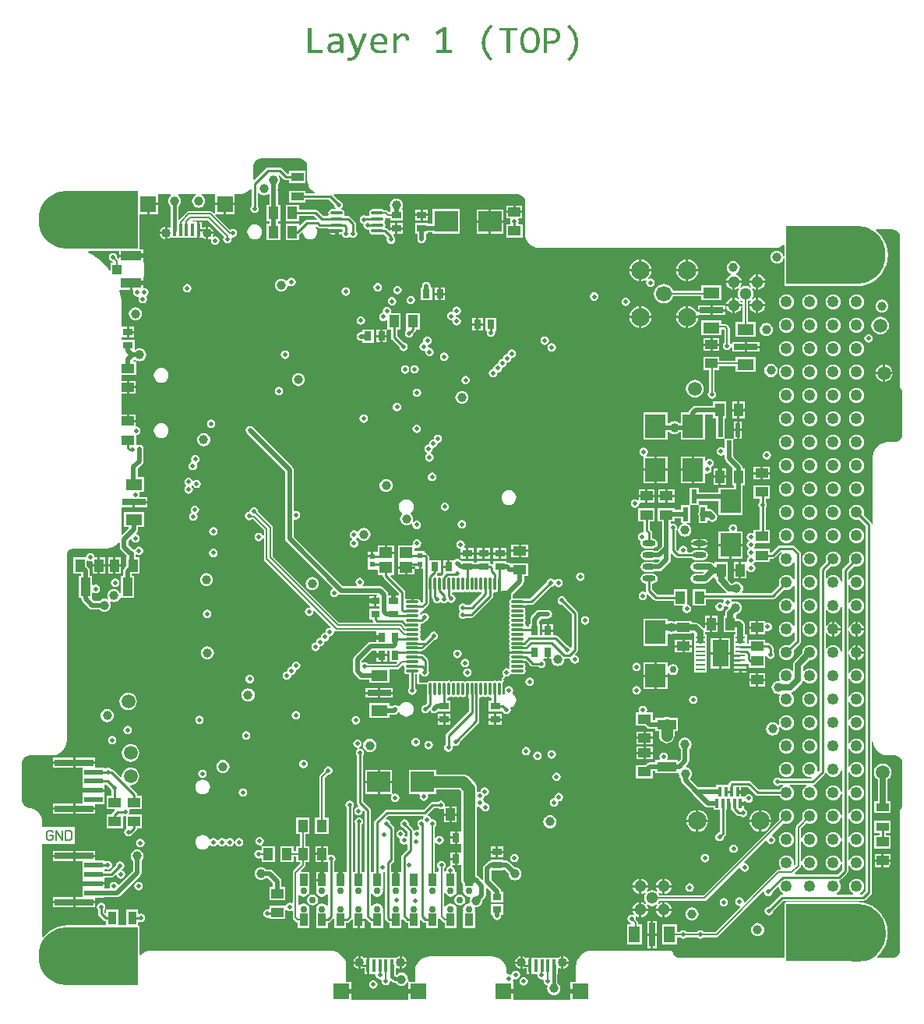
<source format=gtl>
G04 Layer_Physical_Order=1*
G04 Layer_Color=255*
%FSLAX25Y25*%
%MOIN*%
G70*
G01*
G75*
%ADD10R,0.03976X0.01150*%
%ADD11R,0.06890X0.11594*%
%ADD12R,0.05315X0.04134*%
%ADD13R,0.03937X0.03143*%
%ADD14R,0.05512X0.04724*%
%ADD15O,0.05512X0.01100*%
%ADD16R,0.02800X0.10236*%
%ADD17R,0.04800X0.07087*%
%ADD18R,0.10236X0.02800*%
%ADD19R,0.07087X0.04800*%
%ADD20R,0.05551X0.03583*%
%ADD21R,0.03937X0.05709*%
%ADD22R,0.05709X0.03937*%
%ADD23R,0.03143X0.03937*%
%ADD24R,0.08858X0.10039*%
%ADD25R,0.02441X0.02441*%
%ADD26R,0.10039X0.08858*%
%ADD27R,0.02165X0.05906*%
%ADD28R,0.01575X0.05315*%
%ADD29R,0.16535X0.02756*%
%ADD30R,0.07874X0.02362*%
%ADD31R,0.01600X0.04150*%
%ADD32R,0.03740X0.03150*%
%ADD33R,0.03583X0.05551*%
%ADD34R,0.03740X0.02910*%
%ADD35R,0.04134X0.05315*%
%ADD36R,0.04134X0.07874*%
%ADD37R,0.29724X0.29134*%
%ADD38O,0.01100X0.05512*%
%ADD39R,0.07874X0.04134*%
%ADD40R,0.29134X0.29724*%
%ADD41O,0.05709X0.02362*%
%ADD42O,0.05315X0.01600*%
%ADD43R,0.08661X0.04134*%
%ADD44R,0.04134X0.04134*%
%ADD45R,0.03500X0.05500*%
%ADD46C,0.00700*%
%ADD47C,0.01000*%
%ADD48C,0.02000*%
%ADD49C,0.02500*%
%ADD50C,0.01500*%
%ADD51C,0.05000*%
%ADD52C,0.00800*%
%ADD53C,0.00787*%
%ADD54R,0.29995X0.25000*%
%ADD55R,0.30005X0.25000*%
%ADD56C,0.05906*%
%ADD57C,0.25000*%
%ADD58C,0.28000*%
%ADD59C,0.10000*%
%ADD60C,0.04921*%
%ADD61C,0.04000*%
%ADD62R,0.07000X0.07000*%
%ADD63C,0.07874*%
%ADD64C,0.05118*%
%ADD65C,0.06693*%
%ADD66C,0.03000*%
%ADD67C,0.01969*%
%ADD68C,0.03937*%
G36*
X227198Y62233D02*
X227435Y62215D01*
X227690Y62178D01*
X228237Y62069D01*
X228273D01*
X228364Y62033D01*
X228492Y61996D01*
X228674Y61923D01*
X228874Y61850D01*
X229075Y61741D01*
X229293Y61632D01*
X229512Y61486D01*
X229530Y61468D01*
X229603Y61413D01*
X229712Y61340D01*
X229840Y61213D01*
X229986Y61067D01*
X230132Y60903D01*
X230277Y60703D01*
X230405Y60484D01*
X230423Y60447D01*
X230459Y60374D01*
X230514Y60247D01*
X230569Y60065D01*
X230623Y59846D01*
X230678Y59591D01*
X230715Y59300D01*
X230733Y58972D01*
Y58935D01*
Y58862D01*
X230715Y58735D01*
X230696Y58571D01*
X230678Y58370D01*
X230623Y58134D01*
X230569Y57897D01*
X230478Y57660D01*
X230459Y57623D01*
X230441Y57551D01*
X230368Y57423D01*
X230295Y57277D01*
X230186Y57095D01*
X230059Y56913D01*
X229895Y56712D01*
X229712Y56512D01*
X229694Y56494D01*
X229621Y56421D01*
X229512Y56330D01*
X229366Y56220D01*
X229166Y56093D01*
X228947Y55947D01*
X228692Y55820D01*
X228401Y55692D01*
X228364Y55674D01*
X228255Y55637D01*
X228091Y55601D01*
X227854Y55546D01*
X227581Y55473D01*
X227253Y55437D01*
X226870Y55401D01*
X226469Y55382D01*
X225157D01*
Y51538D01*
X223700D01*
Y62251D01*
X226998D01*
X227198Y62233D01*
D02*
G37*
G36*
X212458Y61012D02*
X209288D01*
Y51538D01*
X207812D01*
Y61012D01*
X204642D01*
Y62251D01*
X212458D01*
Y61012D01*
D02*
G37*
G36*
X182012Y52868D02*
X184399D01*
Y51538D01*
X177676D01*
Y52868D01*
X180427D01*
Y60684D01*
X177858Y59300D01*
X177348Y60520D01*
X180737Y62306D01*
X182012D01*
Y52868D01*
D02*
G37*
G36*
X145099Y52412D02*
Y52394D01*
X145080Y52358D01*
X145062Y52303D01*
X145026Y52230D01*
X144935Y52012D01*
X144825Y51757D01*
X144680Y51465D01*
X144534Y51137D01*
X144370Y50809D01*
X144188Y50499D01*
X144169Y50463D01*
X144115Y50372D01*
X144024Y50208D01*
X143896Y50026D01*
X143750Y49807D01*
X143568Y49588D01*
X143386Y49370D01*
X143186Y49151D01*
X143167Y49133D01*
X143095Y49060D01*
X142985Y48969D01*
X142839Y48860D01*
X142657Y48732D01*
X142457Y48604D01*
X142220Y48495D01*
X141983Y48386D01*
X141947Y48368D01*
X141874Y48349D01*
X141728Y48313D01*
X141546Y48258D01*
X141327Y48204D01*
X141090Y48167D01*
X140799Y48149D01*
X140507Y48131D01*
X140252D01*
X140106Y48149D01*
X139888D01*
X139742Y48167D01*
Y49461D01*
X139778D01*
X139851Y49442D01*
X139979D01*
X140125Y49424D01*
X140161D01*
X140270Y49406D01*
X140416Y49388D01*
X140726D01*
X140817Y49406D01*
X141072Y49442D01*
X141327Y49515D01*
X141345D01*
X141382Y49534D01*
X141455Y49570D01*
X141546Y49606D01*
X141746Y49716D01*
X141965Y49880D01*
X141983Y49898D01*
X142019Y49935D01*
X142074Y49989D01*
X142147Y50062D01*
X142238Y50153D01*
X142348Y50281D01*
X142548Y50554D01*
X142566Y50572D01*
X142603Y50627D01*
X142657Y50718D01*
X142730Y50827D01*
X142803Y50973D01*
X142894Y51155D01*
X143003Y51337D01*
X143095Y51538D01*
X139815Y59773D01*
X141437D01*
X143514Y54307D01*
X143933Y53032D01*
X144406Y54344D01*
X146338Y59773D01*
X147905D01*
X145099Y52412D01*
D02*
G37*
G36*
X360176Y-312719D02*
X361899Y-313227D01*
X363532Y-313977D01*
X365040Y-314952D01*
X366394Y-316132D01*
X367565Y-317495D01*
X368529Y-319010D01*
X369267Y-320648D01*
X369762Y-322374D01*
X370007Y-324154D01*
X369994Y-325950D01*
X369724Y-327726D01*
X369203Y-329445D01*
X368442Y-331072D01*
X367457Y-332574D01*
X366266Y-333919D01*
X364896Y-335080D01*
X363373Y-336033D01*
X361730Y-336759D01*
X360865Y-337001D01*
Y-337001D01*
X327500D01*
Y-312462D01*
X358399D01*
X360176Y-312719D01*
D02*
G37*
G36*
X163811Y59901D02*
X163902D01*
X164029Y59883D01*
X164321Y59810D01*
X164631Y59719D01*
X164940Y59573D01*
X165250Y59354D01*
X165396Y59227D01*
X165523Y59081D01*
X165560Y59044D01*
X165578Y58990D01*
X165633Y58935D01*
X165669Y58844D01*
X165724Y58735D01*
X165797Y58607D01*
X165851Y58461D01*
X165906Y58297D01*
X165961Y58134D01*
X166015Y57933D01*
X166070Y57714D01*
X166106Y57459D01*
X166125Y57204D01*
X166143Y56931D01*
Y56639D01*
X164703D01*
Y56658D01*
Y56694D01*
Y56749D01*
Y56822D01*
X164685Y57004D01*
X164667Y57222D01*
X164631Y57478D01*
X164576Y57733D01*
X164485Y57988D01*
X164375Y58188D01*
X164357Y58206D01*
X164321Y58261D01*
X164230Y58352D01*
X164120Y58443D01*
X163975Y58516D01*
X163811Y58607D01*
X163610Y58662D01*
X163373Y58680D01*
X163264D01*
X163209Y58662D01*
X163027Y58644D01*
X162809Y58571D01*
X162790D01*
X162754Y58552D01*
X162699Y58534D01*
X162626Y58498D01*
X162426Y58389D01*
X162207Y58243D01*
X162189Y58225D01*
X162153Y58206D01*
X162098Y58152D01*
X162007Y58097D01*
X161806Y57897D01*
X161551Y57660D01*
X161533Y57642D01*
X161497Y57605D01*
X161424Y57532D01*
X161333Y57423D01*
X161223Y57295D01*
X161096Y57168D01*
X160968Y57004D01*
X160823Y56822D01*
Y51538D01*
X159383D01*
Y59773D01*
X160677D01*
X160713Y58243D01*
Y58261D01*
X160750Y58279D01*
X160841Y58389D01*
X160987Y58534D01*
X161169Y58735D01*
X161387Y58935D01*
X161624Y59154D01*
X161879Y59354D01*
X162153Y59518D01*
X162189Y59536D01*
X162280Y59573D01*
X162408Y59646D01*
X162608Y59719D01*
X162809Y59791D01*
X163064Y59864D01*
X163319Y59901D01*
X163592Y59919D01*
X163720D01*
X163811Y59901D01*
D02*
G37*
G36*
X351225Y-185517D02*
Y-204483D01*
X350725Y-204515D01*
X350677Y-204149D01*
X350348Y-203356D01*
X349826Y-202675D01*
X349144Y-202152D01*
X348351Y-201823D01*
X347500Y-201711D01*
X346649Y-201823D01*
X345856Y-202152D01*
X345175Y-202675D01*
X344676Y-203324D01*
X344623Y-203327D01*
X344176Y-203064D01*
Y-196563D01*
X344676Y-196464D01*
X344732Y-196598D01*
X345240Y-197260D01*
X345902Y-197768D01*
X346673Y-198088D01*
X347000Y-198131D01*
Y-195000D01*
Y-191869D01*
X346673Y-191912D01*
X345902Y-192232D01*
X345240Y-192740D01*
X344732Y-193402D01*
X344676Y-193536D01*
X344176Y-193437D01*
Y-186935D01*
X344623Y-186673D01*
X344676Y-186676D01*
X345175Y-187326D01*
X345856Y-187848D01*
X346649Y-188177D01*
X347500Y-188289D01*
X348351Y-188177D01*
X349144Y-187848D01*
X349826Y-187326D01*
X350348Y-186644D01*
X350677Y-185851D01*
X350725Y-185485D01*
X351225Y-185517D01*
D02*
G37*
G36*
X153516Y59901D02*
X153717Y59883D01*
X153954Y59846D01*
X154209Y59810D01*
X154464Y59737D01*
X154719Y59646D01*
X154755Y59627D01*
X154828Y59591D01*
X154956Y59536D01*
X155120Y59445D01*
X155284Y59336D01*
X155484Y59209D01*
X155666Y59044D01*
X155849Y58862D01*
X155867Y58844D01*
X155921Y58771D01*
X156012Y58662D01*
X156104Y58534D01*
X156213Y58352D01*
X156341Y58152D01*
X156450Y57915D01*
X156541Y57660D01*
X156559Y57623D01*
X156577Y57532D01*
X156614Y57386D01*
X156668Y57204D01*
X156705Y56967D01*
X156741Y56712D01*
X156760Y56421D01*
X156778Y56093D01*
Y56075D01*
Y56038D01*
Y55984D01*
Y55911D01*
Y55747D01*
X156760Y55564D01*
Y55528D01*
Y55437D01*
Y55328D01*
X156741Y55200D01*
X150966D01*
Y55182D01*
Y55145D01*
Y55072D01*
X150984Y55000D01*
Y54890D01*
X151002Y54763D01*
X151057Y54471D01*
X151129Y54162D01*
X151257Y53834D01*
X151421Y53524D01*
X151658Y53250D01*
X151694Y53214D01*
X151786Y53141D01*
X151949Y53032D01*
X152186Y52923D01*
X152478Y52795D01*
X152824Y52686D01*
X153225Y52613D01*
X153699Y52576D01*
X154154D01*
X154409Y52595D01*
X154464D01*
X154537Y52613D01*
X154628D01*
X154865Y52649D01*
X155102Y52667D01*
X155120D01*
X155156Y52686D01*
X155229D01*
X155320Y52704D01*
X155521Y52740D01*
X155757Y52777D01*
X155776D01*
X155812Y52795D01*
X155867Y52813D01*
X155940Y52832D01*
X156140Y52868D01*
X156341Y52923D01*
Y51757D01*
X156322D01*
X156231Y51738D01*
X156122Y51702D01*
X155958Y51665D01*
X155757Y51629D01*
X155539Y51574D01*
X155284Y51538D01*
X155010Y51501D01*
X154974D01*
X154883Y51483D01*
X154737Y51465D01*
X154555Y51447D01*
X154318Y51429D01*
X154063Y51410D01*
X153790Y51392D01*
X153316D01*
X153115Y51410D01*
X152879Y51429D01*
X152587Y51465D01*
X152277Y51501D01*
X151968Y51574D01*
X151676Y51665D01*
X151640Y51684D01*
X151549Y51720D01*
X151403Y51793D01*
X151239Y51884D01*
X151038Y51993D01*
X150820Y52139D01*
X150619Y52303D01*
X150419Y52504D01*
X150401Y52522D01*
X150346Y52595D01*
X150255Y52722D01*
X150146Y52868D01*
X150018Y53068D01*
X149909Y53287D01*
X149781Y53560D01*
X149690Y53834D01*
Y53852D01*
Y53870D01*
X149654Y53979D01*
X149617Y54143D01*
X149581Y54362D01*
X149544Y54635D01*
X149508Y54927D01*
X149490Y55273D01*
X149471Y55637D01*
Y55656D01*
Y55674D01*
Y55783D01*
X149490Y55947D01*
X149508Y56166D01*
X149526Y56403D01*
X149581Y56676D01*
X149636Y56967D01*
X149708Y57259D01*
Y57277D01*
X149727Y57295D01*
X149763Y57386D01*
X149818Y57532D01*
X149891Y57733D01*
X150000Y57933D01*
X150127Y58170D01*
X150273Y58407D01*
X150437Y58625D01*
X150455Y58644D01*
X150528Y58716D01*
X150638Y58826D01*
X150765Y58972D01*
X150947Y59117D01*
X151148Y59281D01*
X151366Y59427D01*
X151621Y59573D01*
X151658Y59591D01*
X151749Y59627D01*
X151895Y59682D01*
X152077Y59755D01*
X152314Y59810D01*
X152587Y59864D01*
X152879Y59901D01*
X153207Y59919D01*
X153352D01*
X153516Y59901D01*
D02*
G37*
G36*
X120073Y6269D02*
X120839Y5952D01*
X121497Y5447D01*
X122002Y4789D01*
X122319Y4022D01*
X122425Y3220D01*
X122421Y3200D01*
Y-2762D01*
X122420D01*
X122540Y-3978D01*
X122895Y-5146D01*
X123470Y-6223D01*
X124245Y-7167D01*
X125189Y-7942D01*
X125577Y-8149D01*
X125451Y-8649D01*
X121826D01*
Y-7383D01*
X114675D01*
Y-12566D01*
X121826D01*
Y-11300D01*
X131814D01*
X134045Y-13531D01*
X134170Y-14158D01*
X134564Y-14749D01*
X134629Y-14792D01*
X134478Y-15292D01*
X133033D01*
X132409Y-15416D01*
X131880Y-15770D01*
X131526Y-16299D01*
X131402Y-16924D01*
X131526Y-17548D01*
X131599Y-17657D01*
X131332Y-18157D01*
X129120D01*
X126988Y-16025D01*
X126558Y-15738D01*
X126050Y-15637D01*
X118953D01*
Y-13505D01*
X113219D01*
Y-20420D01*
X118953D01*
Y-18288D01*
X125501D01*
X126651Y-19437D01*
X126443Y-19937D01*
X122198D01*
X121690Y-20038D01*
X121260Y-20325D01*
X119415Y-22171D01*
X118953Y-21979D01*
Y-21605D01*
X113219D01*
Y-28520D01*
X118953D01*
Y-26255D01*
X119335Y-25999D01*
X119983Y-25351D01*
X120511Y-25530D01*
X120549Y-25820D01*
X120866Y-26585D01*
X121370Y-27241D01*
X122026Y-27745D01*
X122791Y-28062D01*
X123611Y-28170D01*
X124431Y-28062D01*
X125196Y-27745D01*
X125852Y-27241D01*
X126356Y-26585D01*
X126673Y-25820D01*
X126781Y-25000D01*
X126673Y-24180D01*
X126356Y-23415D01*
X126139Y-23132D01*
X126516Y-22802D01*
X126693Y-22979D01*
X127123Y-23266D01*
X127630Y-23367D01*
X131442D01*
X131709Y-23867D01*
X131612Y-24012D01*
X131594Y-24101D01*
X134891D01*
Y-24601D01*
X135391D01*
Y-26139D01*
X136748D01*
X137337Y-26022D01*
X137365Y-26034D01*
X137470Y-26558D01*
X137864Y-27149D01*
X138454Y-27543D01*
X139150Y-27681D01*
X139847Y-27543D01*
X140437Y-27149D01*
X140764D01*
X141354Y-27543D01*
X142050Y-27681D01*
X142747Y-27543D01*
X143337Y-27149D01*
X143731Y-26558D01*
X143870Y-25862D01*
X143731Y-25166D01*
X143376Y-24634D01*
Y-21662D01*
X143275Y-21155D01*
X142988Y-20725D01*
X140808Y-18545D01*
X140378Y-18258D01*
X139871Y-18157D01*
X138450D01*
X138182Y-17657D01*
X138255Y-17548D01*
X138379Y-16924D01*
X138255Y-16299D01*
X137902Y-15770D01*
X137372Y-15416D01*
X137114Y-15365D01*
X137009Y-14834D01*
X137137Y-14749D01*
X137531Y-14158D01*
X137670Y-13462D01*
X137531Y-12766D01*
X137137Y-12176D01*
X136547Y-11781D01*
X135919Y-11657D01*
X133754Y-9492D01*
X133961Y-8991D01*
X212500D01*
X212520Y-8988D01*
X213322Y-9093D01*
X214089Y-9411D01*
X214747Y-9916D01*
X215251Y-10574D01*
X215569Y-11340D01*
X215675Y-12142D01*
X215671Y-12162D01*
Y-25762D01*
X215670D01*
X215790Y-26978D01*
X216144Y-28146D01*
X216720Y-29223D01*
X217495Y-30167D01*
X218439Y-30942D01*
X219516Y-31518D01*
X220685Y-31872D01*
X221900Y-31992D01*
Y-31991D01*
X322313D01*
Y-31992D01*
X323526Y-31873D01*
X324692Y-31519D01*
X325767Y-30944D01*
X326233Y-30562D01*
X326685Y-30776D01*
Y-35388D01*
X326185Y-35421D01*
X326148Y-35139D01*
X325869Y-34466D01*
X325425Y-33888D01*
X324847Y-33444D01*
X324173Y-33165D01*
X323450Y-33070D01*
X322728Y-33165D01*
X322054Y-33444D01*
X321476Y-33888D01*
X321032Y-34466D01*
X320753Y-35139D01*
X320658Y-35862D01*
X320753Y-36585D01*
X321032Y-37258D01*
X321476Y-37837D01*
X322054Y-38280D01*
X322728Y-38559D01*
X323450Y-38655D01*
X324173Y-38559D01*
X324847Y-38280D01*
X325425Y-37837D01*
X325869Y-37258D01*
X326148Y-36585D01*
X326185Y-36303D01*
X326685Y-36336D01*
Y-47462D01*
X326747Y-47774D01*
X326924Y-48039D01*
X327188Y-48216D01*
X327501Y-48278D01*
X357244D01*
X357505Y-48298D01*
X359592Y-48134D01*
X361628Y-47645D01*
X363562Y-46844D01*
X365347Y-45750D01*
X366939Y-44391D01*
X368298Y-42799D01*
X369392Y-41014D01*
X370193Y-39080D01*
X370682Y-37044D01*
X370846Y-34957D01*
X370682Y-32870D01*
X370193Y-30835D01*
X369392Y-28901D01*
X368298Y-27115D01*
X366939Y-25524D01*
X365730Y-24491D01*
X365915Y-23991D01*
X372800D01*
X372820Y-23988D01*
X373623Y-24093D01*
X374389Y-24411D01*
X375047Y-24915D01*
X375552Y-25574D01*
X375869Y-26340D01*
X375975Y-27142D01*
X375971Y-27162D01*
Y-90950D01*
X376087Y-91536D01*
X376345Y-91921D01*
X376316Y-91945D01*
X376652Y-92384D01*
X376970Y-93150D01*
X377075Y-93953D01*
X377071Y-93972D01*
Y-111750D01*
X377075Y-111770D01*
X376970Y-112573D01*
X376652Y-113339D01*
X376147Y-113997D01*
X375489Y-114502D01*
X374723Y-114819D01*
X373921Y-114925D01*
X373901Y-114921D01*
X370700D01*
Y-114920D01*
X369485Y-115040D01*
X368316Y-115395D01*
X367239Y-115970D01*
X366295Y-116745D01*
X365520Y-117689D01*
X364945Y-118766D01*
X364590Y-119935D01*
X364470Y-121150D01*
X364471D01*
Y-150139D01*
X363976Y-150150D01*
X363875Y-149643D01*
X363588Y-149213D01*
X360545Y-146170D01*
X360677Y-145851D01*
X360789Y-145000D01*
X360677Y-144149D01*
X360348Y-143356D01*
X359825Y-142675D01*
X359144Y-142152D01*
X358351Y-141823D01*
X357500Y-141711D01*
X356649Y-141823D01*
X355856Y-142152D01*
X355174Y-142675D01*
X354652Y-143356D01*
X354323Y-144149D01*
X354211Y-145000D01*
X354323Y-145851D01*
X354652Y-146644D01*
X355174Y-147326D01*
X355856Y-147848D01*
X356649Y-148177D01*
X357500Y-148289D01*
X358351Y-148177D01*
X358670Y-148045D01*
X361325Y-150699D01*
Y-307013D01*
X359901Y-308437D01*
X359030D01*
X358931Y-307937D01*
X359144Y-307848D01*
X359825Y-307326D01*
X360348Y-306644D01*
X360677Y-305851D01*
X360789Y-305000D01*
X360677Y-304149D01*
X360348Y-303356D01*
X359825Y-302675D01*
X359144Y-302152D01*
X358351Y-301823D01*
X357500Y-301711D01*
X356649Y-301823D01*
X355856Y-302152D01*
X355174Y-302675D01*
X354652Y-303356D01*
X354323Y-304149D01*
X354211Y-305000D01*
X354323Y-305851D01*
X354652Y-306644D01*
X355174Y-307326D01*
X355856Y-307848D01*
X356069Y-307937D01*
X355970Y-308437D01*
X349030D01*
X348931Y-307937D01*
X349144Y-307848D01*
X349826Y-307326D01*
X350348Y-306644D01*
X350677Y-305851D01*
X350789Y-305000D01*
X350677Y-304149D01*
X350348Y-303356D01*
X349980Y-302875D01*
X349978Y-302842D01*
X350175Y-302343D01*
X350458Y-302287D01*
X350888Y-301999D01*
X353488Y-299399D01*
X353775Y-298969D01*
X353876Y-298462D01*
X353876Y-298462D01*
Y-296078D01*
X354376Y-295978D01*
X354652Y-296644D01*
X355174Y-297325D01*
X355856Y-297848D01*
X356649Y-298177D01*
X357500Y-298289D01*
X358351Y-298177D01*
X359144Y-297848D01*
X359825Y-297325D01*
X360348Y-296644D01*
X360677Y-295851D01*
X360789Y-295000D01*
X360677Y-294149D01*
X360348Y-293356D01*
X359825Y-292674D01*
X359144Y-292152D01*
X358351Y-291823D01*
X357500Y-291711D01*
X356649Y-291823D01*
X355856Y-292152D01*
X355174Y-292674D01*
X354652Y-293356D01*
X354376Y-294022D01*
X353876Y-293922D01*
Y-286078D01*
X354376Y-285978D01*
X354652Y-286644D01*
X355174Y-287326D01*
X355856Y-287848D01*
X356649Y-288177D01*
X357500Y-288289D01*
X358351Y-288177D01*
X359144Y-287848D01*
X359825Y-287326D01*
X360348Y-286644D01*
X360677Y-285851D01*
X360789Y-285000D01*
X360677Y-284149D01*
X360348Y-283356D01*
X359825Y-282675D01*
X359144Y-282152D01*
X358351Y-281823D01*
X357500Y-281711D01*
X356649Y-281823D01*
X355856Y-282152D01*
X355174Y-282675D01*
X354652Y-283356D01*
X354376Y-284022D01*
X353876Y-283922D01*
Y-276078D01*
X354376Y-275978D01*
X354652Y-276644D01*
X355174Y-277326D01*
X355856Y-277848D01*
X356649Y-278177D01*
X357500Y-278289D01*
X358351Y-278177D01*
X359144Y-277848D01*
X359825Y-277326D01*
X360348Y-276644D01*
X360677Y-275851D01*
X360789Y-275000D01*
X360677Y-274149D01*
X360348Y-273356D01*
X359825Y-272674D01*
X359144Y-272152D01*
X358351Y-271823D01*
X357500Y-271711D01*
X356649Y-271823D01*
X355856Y-272152D01*
X355174Y-272674D01*
X354652Y-273356D01*
X354376Y-274022D01*
X353876Y-273922D01*
Y-266078D01*
X354376Y-265978D01*
X354652Y-266644D01*
X355174Y-267325D01*
X355856Y-267848D01*
X356649Y-268177D01*
X357500Y-268289D01*
X358351Y-268177D01*
X359144Y-267848D01*
X359825Y-267325D01*
X360348Y-266644D01*
X360677Y-265851D01*
X360789Y-265000D01*
X360677Y-264149D01*
X360348Y-263356D01*
X359825Y-262674D01*
X359144Y-262152D01*
X358351Y-261823D01*
X357500Y-261711D01*
X356649Y-261823D01*
X355856Y-262152D01*
X355174Y-262674D01*
X354652Y-263356D01*
X354376Y-264022D01*
X353876Y-263922D01*
Y-256078D01*
X354376Y-255978D01*
X354652Y-256644D01*
X355174Y-257326D01*
X355856Y-257848D01*
X356649Y-258177D01*
X357500Y-258289D01*
X358351Y-258177D01*
X359144Y-257848D01*
X359825Y-257326D01*
X360348Y-256644D01*
X360677Y-255851D01*
X360789Y-255000D01*
X360677Y-254149D01*
X360348Y-253356D01*
X359825Y-252675D01*
X359144Y-252152D01*
X358351Y-251823D01*
X357500Y-251711D01*
X356649Y-251823D01*
X355856Y-252152D01*
X355174Y-252675D01*
X354652Y-253356D01*
X354376Y-254022D01*
X353876Y-253922D01*
Y-246078D01*
X354376Y-245978D01*
X354652Y-246644D01*
X355174Y-247325D01*
X355856Y-247848D01*
X356649Y-248177D01*
X357500Y-248289D01*
X358351Y-248177D01*
X359144Y-247848D01*
X359825Y-247325D01*
X360348Y-246644D01*
X360677Y-245851D01*
X360789Y-245000D01*
X360677Y-244149D01*
X360348Y-243356D01*
X359825Y-242674D01*
X359144Y-242152D01*
X358351Y-241823D01*
X357500Y-241711D01*
X356649Y-241823D01*
X355856Y-242152D01*
X355174Y-242674D01*
X354652Y-243356D01*
X354376Y-244022D01*
X353876Y-243922D01*
Y-236078D01*
X354376Y-235978D01*
X354652Y-236644D01*
X355174Y-237326D01*
X355856Y-237848D01*
X356649Y-238177D01*
X357500Y-238289D01*
X358351Y-238177D01*
X359144Y-237848D01*
X359825Y-237326D01*
X360348Y-236644D01*
X360677Y-235851D01*
X360789Y-235000D01*
X360677Y-234149D01*
X360348Y-233356D01*
X359825Y-232675D01*
X359144Y-232152D01*
X358351Y-231823D01*
X357500Y-231711D01*
X356649Y-231823D01*
X355856Y-232152D01*
X355174Y-232675D01*
X354652Y-233356D01*
X354376Y-234022D01*
X353876Y-233922D01*
Y-226078D01*
X354376Y-225978D01*
X354652Y-226644D01*
X355174Y-227326D01*
X355856Y-227848D01*
X356649Y-228177D01*
X357500Y-228289D01*
X358351Y-228177D01*
X359144Y-227848D01*
X359825Y-227326D01*
X360348Y-226644D01*
X360677Y-225851D01*
X360789Y-225000D01*
X360677Y-224149D01*
X360348Y-223356D01*
X359825Y-222674D01*
X359144Y-222152D01*
X358351Y-221823D01*
X357500Y-221711D01*
X356649Y-221823D01*
X355856Y-222152D01*
X355174Y-222674D01*
X354652Y-223356D01*
X354376Y-224022D01*
X353876Y-223922D01*
Y-216078D01*
X354376Y-215978D01*
X354652Y-216644D01*
X355174Y-217325D01*
X355856Y-217848D01*
X356649Y-218177D01*
X357500Y-218289D01*
X358351Y-218177D01*
X359144Y-217848D01*
X359825Y-217325D01*
X360348Y-216644D01*
X360677Y-215851D01*
X360789Y-215000D01*
X360677Y-214149D01*
X360348Y-213356D01*
X359825Y-212674D01*
X359144Y-212152D01*
X358351Y-211823D01*
X357500Y-211711D01*
X356649Y-211823D01*
X355856Y-212152D01*
X355174Y-212674D01*
X354652Y-213356D01*
X354376Y-214022D01*
X353876Y-213922D01*
Y-205584D01*
X354376Y-205551D01*
X354412Y-205827D01*
X354732Y-206598D01*
X355240Y-207260D01*
X355902Y-207768D01*
X356673Y-208088D01*
X357000Y-208131D01*
Y-205000D01*
Y-201869D01*
X356673Y-201912D01*
X355902Y-202232D01*
X355240Y-202740D01*
X354732Y-203402D01*
X354412Y-204173D01*
X354376Y-204449D01*
X353876Y-204416D01*
Y-195584D01*
X354376Y-195551D01*
X354412Y-195827D01*
X354732Y-196598D01*
X355240Y-197260D01*
X355902Y-197768D01*
X356673Y-198088D01*
X357000Y-198131D01*
Y-195000D01*
Y-191869D01*
X356673Y-191912D01*
X355902Y-192232D01*
X355240Y-192740D01*
X354732Y-193402D01*
X354412Y-194173D01*
X354376Y-194449D01*
X353876Y-194416D01*
Y-186078D01*
X354376Y-185978D01*
X354652Y-186644D01*
X355174Y-187326D01*
X355856Y-187848D01*
X356649Y-188177D01*
X357500Y-188289D01*
X358351Y-188177D01*
X359144Y-187848D01*
X359825Y-187326D01*
X360348Y-186644D01*
X360677Y-185851D01*
X360789Y-185000D01*
X360677Y-184149D01*
X360348Y-183356D01*
X359825Y-182675D01*
X359144Y-182152D01*
X358351Y-181823D01*
X357500Y-181711D01*
X356649Y-181823D01*
X355856Y-182152D01*
X355174Y-182675D01*
X354652Y-183356D01*
X354376Y-184022D01*
X353876Y-183922D01*
Y-176078D01*
X354376Y-175978D01*
X354652Y-176644D01*
X355174Y-177325D01*
X355856Y-177848D01*
X356649Y-178177D01*
X357500Y-178289D01*
X358351Y-178177D01*
X359144Y-177848D01*
X359825Y-177325D01*
X360348Y-176644D01*
X360677Y-175851D01*
X360789Y-175000D01*
X360677Y-174149D01*
X360348Y-173356D01*
X359825Y-172675D01*
X359144Y-172152D01*
X358351Y-171823D01*
X357500Y-171711D01*
X356649Y-171823D01*
X355856Y-172152D01*
X355174Y-172675D01*
X354652Y-173356D01*
X354376Y-174022D01*
X353876Y-173922D01*
Y-170499D01*
X356330Y-168045D01*
X356649Y-168177D01*
X357500Y-168289D01*
X358351Y-168177D01*
X359144Y-167848D01*
X359825Y-167325D01*
X360348Y-166644D01*
X360677Y-165851D01*
X360789Y-165000D01*
X360677Y-164149D01*
X360348Y-163356D01*
X359825Y-162674D01*
X359144Y-162152D01*
X358351Y-161823D01*
X357500Y-161711D01*
X356649Y-161823D01*
X355856Y-162152D01*
X355174Y-162674D01*
X354652Y-163356D01*
X354323Y-164149D01*
X354211Y-165000D01*
X354323Y-165851D01*
X354455Y-166170D01*
X351613Y-169012D01*
X351326Y-169442D01*
X351225Y-169950D01*
Y-174483D01*
X350725Y-174515D01*
X350677Y-174149D01*
X350348Y-173356D01*
X349826Y-172675D01*
X349144Y-172152D01*
X348351Y-171823D01*
X347500Y-171711D01*
X346649Y-171823D01*
X345856Y-172152D01*
X345175Y-172675D01*
X344676Y-173324D01*
X344623Y-173327D01*
X344176Y-173064D01*
Y-170199D01*
X346330Y-168045D01*
X346649Y-168177D01*
X347500Y-168289D01*
X348351Y-168177D01*
X349144Y-167848D01*
X349826Y-167325D01*
X350348Y-166644D01*
X350677Y-165851D01*
X350789Y-165000D01*
X350677Y-164149D01*
X350348Y-163356D01*
X349826Y-162674D01*
X349144Y-162152D01*
X348351Y-161823D01*
X347500Y-161711D01*
X346649Y-161823D01*
X345856Y-162152D01*
X345175Y-162674D01*
X344652Y-163356D01*
X344323Y-164149D01*
X344211Y-165000D01*
X344323Y-165851D01*
X344455Y-166170D01*
X341913Y-168712D01*
X341626Y-169142D01*
X341525Y-169650D01*
Y-255613D01*
X341139Y-255999D01*
X340991Y-255952D01*
X340691Y-255740D01*
X340789Y-255000D01*
X340677Y-254149D01*
X340348Y-253356D01*
X339826Y-252675D01*
X339144Y-252152D01*
X338351Y-251823D01*
X337500Y-251711D01*
X336649Y-251823D01*
X335856Y-252152D01*
X335174Y-252675D01*
X334652Y-253356D01*
X334323Y-254149D01*
X334211Y-255000D01*
X334323Y-255851D01*
X334652Y-256644D01*
X335174Y-257326D01*
X335856Y-257848D01*
X336649Y-258177D01*
X337500Y-258289D01*
X338128Y-258206D01*
X338401Y-258632D01*
X338146Y-258937D01*
X324878D01*
X324347Y-258581D01*
X323650Y-258443D01*
X322954Y-258581D01*
X322364Y-258976D01*
X321970Y-259566D01*
X321831Y-260262D01*
X321970Y-260958D01*
X322364Y-261548D01*
X322954Y-261943D01*
X323650Y-262081D01*
X324347Y-261943D01*
X324878Y-261588D01*
X325911D01*
X326011Y-262088D01*
X325856Y-262152D01*
X325174Y-262674D01*
X324652Y-263356D01*
X324520Y-263674D01*
X315837D01*
X312331Y-260168D01*
X311901Y-259881D01*
X311394Y-259780D01*
X304423D01*
X303916Y-259881D01*
X303486Y-260168D01*
X303113Y-260541D01*
X302825Y-260971D01*
X302725Y-261478D01*
Y-261605D01*
X297450D01*
Y-262645D01*
X289829D01*
X286409Y-259226D01*
X286225Y-258737D01*
X286669Y-258158D01*
X286948Y-257485D01*
X287043Y-256762D01*
X286948Y-256039D01*
X286669Y-255366D01*
X286225Y-254788D01*
X285647Y-254344D01*
X284973Y-254065D01*
X284688Y-254027D01*
X284509Y-253499D01*
X285398Y-252610D01*
X285796Y-252015D01*
X285935Y-251313D01*
Y-246181D01*
X286074Y-246075D01*
X286518Y-245496D01*
X286797Y-244823D01*
X286892Y-244100D01*
X286797Y-243377D01*
X286518Y-242704D01*
X286074Y-242126D01*
X285496Y-241682D01*
X284823Y-241403D01*
X284100Y-241308D01*
X283377Y-241403D01*
X282704Y-241682D01*
X282125Y-242126D01*
X281682Y-242704D01*
X281403Y-243377D01*
X281308Y-244100D01*
X281403Y-244823D01*
X281682Y-245496D01*
X282125Y-246075D01*
X282265Y-246181D01*
Y-250552D01*
X281399Y-251418D01*
X280937Y-251227D01*
Y-250965D01*
X276735D01*
X276468Y-250465D01*
X276581Y-250296D01*
X276719Y-249600D01*
X276581Y-248904D01*
X276186Y-248314D01*
X275596Y-247919D01*
X274900Y-247781D01*
X274204Y-247919D01*
X273614Y-248314D01*
X273219Y-248904D01*
X273081Y-249600D01*
X273219Y-250296D01*
X273332Y-250465D01*
X273064Y-250965D01*
X271463D01*
Y-251996D01*
X268917D01*
X268214Y-252136D01*
X267619Y-252534D01*
X266923Y-253229D01*
X263096D01*
Y-258766D01*
X270405D01*
Y-255667D01*
X271463D01*
Y-256698D01*
X280937D01*
Y-256141D01*
X281039Y-256113D01*
X281492Y-256506D01*
X281458Y-256762D01*
X281553Y-257485D01*
X281832Y-258158D01*
X282276Y-258737D01*
X282415Y-258843D01*
Y-259662D01*
X282555Y-260365D01*
X282953Y-260960D01*
X287771Y-265778D01*
X287771Y-265778D01*
X292771Y-270778D01*
X293366Y-271176D01*
X294069Y-271316D01*
X296200D01*
Y-272355D01*
X298974D01*
Y-281764D01*
X298781Y-281957D01*
X298154Y-282081D01*
X297564Y-282476D01*
X297170Y-283066D01*
X297031Y-283762D01*
X297170Y-284458D01*
X297564Y-285049D01*
X298154Y-285443D01*
X298850Y-285581D01*
X299547Y-285443D01*
X300137Y-285049D01*
X300531Y-284458D01*
X300656Y-283831D01*
X301237Y-283250D01*
X301525Y-282820D01*
X301625Y-282313D01*
Y-272355D01*
X301900D01*
Y-272264D01*
X302300D01*
Y-269480D01*
X303300D01*
Y-272264D01*
X303700D01*
Y-272355D01*
X304087D01*
X304363Y-272768D01*
X306194Y-274599D01*
X306624Y-274887D01*
X307131Y-274988D01*
X307723D01*
X308254Y-275343D01*
X308950Y-275481D01*
X309647Y-275343D01*
X310237Y-274949D01*
X310631Y-274358D01*
X310770Y-273662D01*
X310631Y-272966D01*
X310237Y-272376D01*
X309647Y-271981D01*
X309309Y-271914D01*
Y-269980D01*
X307800D01*
Y-268980D01*
X309309D01*
Y-268568D01*
X309809Y-268416D01*
X309964Y-268649D01*
X310554Y-269043D01*
X311250Y-269181D01*
X311947Y-269043D01*
X312537Y-268649D01*
X312931Y-268058D01*
X313070Y-267362D01*
X312931Y-266666D01*
X312537Y-266076D01*
X311947Y-265681D01*
X311250Y-265543D01*
X310554Y-265681D01*
X309964Y-266076D01*
X309709Y-266457D01*
X309335Y-266681D01*
X309093Y-266697D01*
X308059D01*
Y-264980D01*
X306550D01*
Y-263980D01*
X308059D01*
Y-262431D01*
X310845D01*
X314351Y-265937D01*
X314781Y-266225D01*
X315288Y-266325D01*
X324520D01*
X324652Y-266644D01*
X325174Y-267325D01*
X325856Y-267848D01*
X326649Y-268177D01*
X327500Y-268289D01*
X328351Y-268177D01*
X329144Y-267848D01*
X329825Y-267325D01*
X330348Y-266644D01*
X330677Y-265851D01*
X330789Y-265000D01*
X330677Y-264149D01*
X330348Y-263356D01*
X329825Y-262674D01*
X329144Y-262152D01*
X328989Y-262088D01*
X329089Y-261588D01*
X335911D01*
X336011Y-262088D01*
X335856Y-262152D01*
X335174Y-262674D01*
X334652Y-263356D01*
X334323Y-264149D01*
X334211Y-265000D01*
X334323Y-265851D01*
X334652Y-266644D01*
X335174Y-267325D01*
X335856Y-267848D01*
X336649Y-268177D01*
X337500Y-268289D01*
X338351Y-268177D01*
X339144Y-267848D01*
X339826Y-267325D01*
X340348Y-266644D01*
X340677Y-265851D01*
X340789Y-265000D01*
X340677Y-264149D01*
X340348Y-263356D01*
X339826Y-262674D01*
X339144Y-262152D01*
X338928Y-262062D01*
X338979Y-261542D01*
X339258Y-261487D01*
X339688Y-261199D01*
X343788Y-257099D01*
X344075Y-256669D01*
X344090Y-256594D01*
X344610Y-256543D01*
X344652Y-256644D01*
X345175Y-257326D01*
X345856Y-257848D01*
X346649Y-258177D01*
X347500Y-258289D01*
X348351Y-258177D01*
X349144Y-257848D01*
X349826Y-257326D01*
X350348Y-256644D01*
X350677Y-255851D01*
X350725Y-255485D01*
X351225Y-255517D01*
Y-264483D01*
X350725Y-264515D01*
X350677Y-264149D01*
X350348Y-263356D01*
X349826Y-262674D01*
X349144Y-262152D01*
X348351Y-261823D01*
X347500Y-261711D01*
X346649Y-261823D01*
X345856Y-262152D01*
X345175Y-262674D01*
X344652Y-263356D01*
X344323Y-264149D01*
X344211Y-265000D01*
X344323Y-265851D01*
X344652Y-266644D01*
X345175Y-267325D01*
X345856Y-267848D01*
X346649Y-268177D01*
X347500Y-268289D01*
X348351Y-268177D01*
X349144Y-267848D01*
X349826Y-267325D01*
X350348Y-266644D01*
X350677Y-265851D01*
X350725Y-265485D01*
X351225Y-265517D01*
Y-274483D01*
X350725Y-274515D01*
X350677Y-274149D01*
X350348Y-273356D01*
X349826Y-272674D01*
X349144Y-272152D01*
X348351Y-271823D01*
X347500Y-271711D01*
X346649Y-271823D01*
X345856Y-272152D01*
X345175Y-272674D01*
X344652Y-273356D01*
X344323Y-274149D01*
X344211Y-275000D01*
X344323Y-275851D01*
X344652Y-276644D01*
X345175Y-277326D01*
X345856Y-277848D01*
X346649Y-278177D01*
X347500Y-278289D01*
X348351Y-278177D01*
X349144Y-277848D01*
X349826Y-277326D01*
X350348Y-276644D01*
X350677Y-275851D01*
X350725Y-275485D01*
X351225Y-275517D01*
Y-284483D01*
X350725Y-284515D01*
X350677Y-284149D01*
X350348Y-283356D01*
X349826Y-282675D01*
X349144Y-282152D01*
X348351Y-281823D01*
X347500Y-281711D01*
X346649Y-281823D01*
X345856Y-282152D01*
X345175Y-282675D01*
X344652Y-283356D01*
X344323Y-284149D01*
X344211Y-285000D01*
X344323Y-285851D01*
X344652Y-286644D01*
X345175Y-287326D01*
X345856Y-287848D01*
X346649Y-288177D01*
X347500Y-288289D01*
X348351Y-288177D01*
X349144Y-287848D01*
X349826Y-287326D01*
X350348Y-286644D01*
X350677Y-285851D01*
X350725Y-285485D01*
X351225Y-285517D01*
Y-294483D01*
X350725Y-294515D01*
X350677Y-294149D01*
X350348Y-293356D01*
X349826Y-292674D01*
X349144Y-292152D01*
X348351Y-291823D01*
X347500Y-291711D01*
X346649Y-291823D01*
X345856Y-292152D01*
X345175Y-292674D01*
X344652Y-293356D01*
X344323Y-294149D01*
X344211Y-295000D01*
X344323Y-295851D01*
X344652Y-296644D01*
X345175Y-297325D01*
X345856Y-297848D01*
X346649Y-298177D01*
X347500Y-298289D01*
X348351Y-298177D01*
X349144Y-297848D01*
X349826Y-297325D01*
X350348Y-296644D01*
X350677Y-295851D01*
X350725Y-295485D01*
X351225Y-295517D01*
Y-297913D01*
X349401Y-299737D01*
X331313D01*
X331122Y-299275D01*
X333480Y-296917D01*
X333734Y-296536D01*
X333823Y-296088D01*
Y-295882D01*
X334323Y-295849D01*
X334323Y-295851D01*
X334652Y-296644D01*
X335174Y-297325D01*
X335856Y-297848D01*
X336649Y-298177D01*
X337500Y-298289D01*
X338351Y-298177D01*
X339144Y-297848D01*
X339826Y-297325D01*
X340348Y-296644D01*
X340677Y-295851D01*
X340789Y-295000D01*
X340677Y-294149D01*
X340348Y-293356D01*
X339826Y-292674D01*
X339144Y-292152D01*
X338351Y-291823D01*
X337500Y-291711D01*
X336649Y-291823D01*
X335856Y-292152D01*
X335174Y-292674D01*
X334652Y-293356D01*
X334323Y-294149D01*
X334323Y-294151D01*
X333823Y-294118D01*
Y-285882D01*
X334323Y-285849D01*
X334323Y-285851D01*
X334652Y-286644D01*
X335174Y-287326D01*
X335856Y-287848D01*
X336649Y-288177D01*
X337500Y-288289D01*
X338351Y-288177D01*
X339144Y-287848D01*
X339826Y-287326D01*
X340348Y-286644D01*
X340677Y-285851D01*
X340789Y-285000D01*
X340677Y-284149D01*
X340348Y-283356D01*
X339826Y-282675D01*
X339144Y-282152D01*
X338351Y-281823D01*
X337500Y-281711D01*
X336649Y-281823D01*
X335856Y-282152D01*
X335174Y-282675D01*
X334652Y-283356D01*
X334323Y-284149D01*
X334323Y-284151D01*
X333823Y-284118D01*
Y-280335D01*
X336177Y-277981D01*
X336649Y-278177D01*
X337500Y-278289D01*
X338351Y-278177D01*
X339144Y-277848D01*
X339826Y-277326D01*
X340348Y-276644D01*
X340677Y-275851D01*
X340789Y-275000D01*
X340677Y-274149D01*
X340348Y-273356D01*
X339826Y-272674D01*
X339144Y-272152D01*
X338351Y-271823D01*
X337500Y-271711D01*
X336649Y-271823D01*
X335856Y-272152D01*
X335174Y-272674D01*
X334652Y-273356D01*
X334323Y-274149D01*
X334211Y-275000D01*
X334323Y-275851D01*
X334519Y-276323D01*
X331821Y-279021D01*
X331567Y-279401D01*
X331478Y-279850D01*
Y-295552D01*
X331156Y-295807D01*
X330712Y-295585D01*
X330789Y-295000D01*
X330677Y-294149D01*
X330348Y-293356D01*
X329825Y-292674D01*
X329144Y-292152D01*
X328351Y-291823D01*
X327500Y-291711D01*
X326649Y-291823D01*
X325856Y-292152D01*
X325174Y-292674D01*
X324652Y-293356D01*
X324323Y-294149D01*
X324211Y-295000D01*
X324323Y-295851D01*
X324652Y-296644D01*
X325147Y-297290D01*
X325099Y-297547D01*
X325017Y-297790D01*
X324150D01*
X323702Y-297879D01*
X323321Y-298133D01*
X309727Y-311728D01*
X309266Y-311481D01*
X309270Y-311462D01*
X309131Y-310766D01*
X308737Y-310176D01*
X308147Y-309781D01*
X307450Y-309643D01*
X306754Y-309781D01*
X306164Y-310176D01*
X305770Y-310766D01*
X305631Y-311462D01*
X305770Y-312158D01*
X306164Y-312749D01*
X306754Y-313143D01*
X307450Y-313281D01*
X307470Y-313278D01*
X307716Y-313738D01*
X297065Y-324390D01*
X292013D01*
X291937Y-324276D01*
X291347Y-323881D01*
X290650Y-323743D01*
X289954Y-323881D01*
X289364Y-324276D01*
X289288Y-324390D01*
X284673D01*
X284597Y-324276D01*
X284007Y-323881D01*
X283310Y-323743D01*
X282614Y-323881D01*
X282024Y-324276D01*
X281948Y-324390D01*
X280650D01*
Y-321219D01*
X274250D01*
Y-329906D01*
X280650D01*
Y-326735D01*
X281948D01*
X282024Y-326849D01*
X282614Y-327243D01*
X283310Y-327381D01*
X284007Y-327243D01*
X284597Y-326849D01*
X284673Y-326735D01*
X289288D01*
X289364Y-326849D01*
X289954Y-327243D01*
X290650Y-327381D01*
X291347Y-327243D01*
X291937Y-326849D01*
X292013Y-326735D01*
X297550D01*
X297999Y-326645D01*
X298379Y-326391D01*
X317473Y-307298D01*
X317962Y-307516D01*
X318070Y-308058D01*
X318464Y-308648D01*
X319054Y-309043D01*
X319750Y-309181D01*
X320447Y-309043D01*
X321037Y-308648D01*
X321431Y-308058D01*
X321556Y-307431D01*
X323740Y-305248D01*
X324267Y-305427D01*
X324323Y-305851D01*
X324652Y-306644D01*
X325174Y-307326D01*
X325856Y-307848D01*
X326069Y-307937D01*
X325970Y-308437D01*
X325750D01*
X325243Y-308538D01*
X324813Y-308825D01*
X319881Y-313757D01*
X319254Y-313881D01*
X318664Y-314276D01*
X318270Y-314866D01*
X318131Y-315562D01*
X318270Y-316258D01*
X318664Y-316848D01*
X319254Y-317243D01*
X319950Y-317381D01*
X320647Y-317243D01*
X321237Y-316848D01*
X321631Y-316258D01*
X321756Y-315631D01*
X326300Y-311088D01*
X360450D01*
X360958Y-310987D01*
X361388Y-310699D01*
X363588Y-308499D01*
X363875Y-308069D01*
X363976Y-307562D01*
Y-242830D01*
X364476Y-242806D01*
X364590Y-243966D01*
X364945Y-245134D01*
X365520Y-246212D01*
X366295Y-247156D01*
X367239Y-247930D01*
X368316Y-248506D01*
X369485Y-248861D01*
X370700Y-248980D01*
Y-248980D01*
X373901D01*
X373921Y-248976D01*
X374723Y-249081D01*
X375489Y-249399D01*
X376147Y-249904D01*
X376652Y-250562D01*
X376970Y-251328D01*
X377075Y-252131D01*
X377071Y-252150D01*
Y-269928D01*
X377075Y-269948D01*
X376970Y-270751D01*
X376652Y-271517D01*
X376316Y-271956D01*
X376345Y-271980D01*
X376087Y-272365D01*
X375971Y-272950D01*
Y-332301D01*
X375975Y-332321D01*
X375869Y-333123D01*
X375552Y-333889D01*
X375047Y-334547D01*
X374389Y-335052D01*
X373623Y-335370D01*
X372820Y-335475D01*
X372800Y-335471D01*
X366422D01*
X366249Y-335002D01*
X366793Y-334541D01*
X366830Y-334495D01*
X366877Y-334459D01*
X366934Y-334395D01*
X366939Y-334391D01*
X366968Y-334356D01*
X368067Y-333114D01*
X368097Y-333063D01*
X368138Y-333021D01*
X368238Y-332869D01*
X368298Y-332799D01*
X368493Y-332482D01*
X369124Y-331520D01*
X369146Y-331465D01*
X369181Y-331418D01*
X369299Y-331166D01*
X369392Y-331014D01*
X369562Y-330603D01*
X369942Y-329790D01*
X369956Y-329733D01*
X369984Y-329681D01*
X370093Y-329321D01*
X370193Y-329080D01*
X370296Y-328652D01*
X370505Y-327962D01*
X370511Y-327904D01*
X370531Y-327848D01*
X370602Y-327376D01*
X370682Y-327044D01*
X370713Y-326643D01*
X370800Y-326072D01*
X370797Y-326013D01*
X370809Y-325956D01*
X370813Y-325372D01*
X370846Y-324957D01*
X370819Y-324612D01*
X370822Y-324160D01*
X370811Y-324102D01*
X370815Y-324043D01*
X370720Y-323350D01*
X370682Y-322870D01*
X370617Y-322598D01*
X370571Y-322263D01*
X370551Y-322208D01*
X370547Y-322149D01*
X370317Y-321349D01*
X370193Y-320835D01*
X370114Y-320644D01*
X370051Y-320423D01*
X370024Y-320370D01*
X370010Y-320313D01*
X369596Y-319393D01*
X369392Y-318900D01*
X369325Y-318791D01*
X369273Y-318675D01*
X369238Y-318627D01*
X369217Y-318572D01*
X368503Y-317449D01*
X368298Y-317115D01*
X368267Y-317080D01*
X368253Y-317057D01*
X368212Y-317014D01*
X368183Y-316963D01*
X367012Y-315601D01*
X366988Y-315582D01*
X366939Y-315524D01*
X366849Y-315447D01*
X365576Y-314337D01*
X365525Y-314308D01*
X365483Y-314267D01*
X365417Y-314224D01*
X365347Y-314164D01*
X364911Y-313897D01*
X363974Y-313292D01*
X363920Y-313270D01*
X363872Y-313235D01*
X363710Y-313161D01*
X363562Y-313070D01*
X363053Y-312860D01*
X362239Y-312486D01*
X362182Y-312472D01*
X362130Y-312445D01*
X361860Y-312365D01*
X361628Y-312269D01*
X361124Y-312148D01*
X360407Y-311937D01*
X360349Y-311931D01*
X360293Y-311912D01*
X359907Y-311856D01*
X359592Y-311780D01*
X359134Y-311744D01*
X358515Y-311655D01*
X358456Y-311658D01*
X358399Y-311647D01*
X357891D01*
X357505Y-311616D01*
X357119Y-311647D01*
X327500D01*
X327188Y-311709D01*
X326924Y-311885D01*
X326747Y-312150D01*
X326685Y-312462D01*
Y-335471D01*
X281897D01*
X281877Y-335475D01*
X281075Y-335370D01*
X280308Y-335052D01*
X279650Y-334547D01*
X279146Y-333889D01*
X278949Y-333415D01*
X278949Y-333415D01*
X278949D01*
X278682Y-333031D01*
X278582Y-332881D01*
X278086Y-332549D01*
X277500Y-332433D01*
X244200D01*
Y-332432D01*
X242985Y-332552D01*
X241816Y-332906D01*
X240739Y-333482D01*
X239795Y-334257D01*
X239020Y-335201D01*
X238989Y-335259D01*
X238567Y-335681D01*
X238055Y-336447D01*
X237703Y-337298D01*
X237523Y-338201D01*
X237500Y-338662D01*
Y-345717D01*
X235128D01*
Y-353087D01*
X234800Y-353433D01*
X211000D01*
X210672Y-353087D01*
Y-345717D01*
X210668D01*
X210400Y-345216D01*
X210481Y-345096D01*
X210527Y-344864D01*
X211004Y-344581D01*
X211700Y-344719D01*
X212396Y-344581D01*
X212986Y-344186D01*
X213381Y-343596D01*
X213519Y-342900D01*
X213381Y-342204D01*
X212986Y-341614D01*
X212396Y-341219D01*
X211700Y-341081D01*
X211004Y-341219D01*
X210414Y-341614D01*
X210019Y-342204D01*
X209973Y-342437D01*
X209496Y-342719D01*
X208800Y-342581D01*
X208329Y-342674D01*
X207829Y-342347D01*
Y-341200D01*
X207830D01*
X207710Y-339985D01*
X207356Y-338816D01*
X206780Y-337739D01*
X206005Y-336795D01*
X205061Y-336020D01*
X203984Y-335444D01*
X202815Y-335090D01*
X201600Y-334970D01*
Y-334971D01*
X174800D01*
Y-334970D01*
X173585Y-335090D01*
X172416Y-335444D01*
X171339Y-336020D01*
X170395Y-336795D01*
X169620Y-337739D01*
X169044Y-338816D01*
X168690Y-339985D01*
X168570Y-341200D01*
X168571D01*
Y-345717D01*
X166257D01*
X165917Y-345717D01*
X165853Y-345672D01*
X165515Y-345358D01*
X165567Y-344895D01*
X165592Y-344700D01*
X165497Y-343977D01*
X165218Y-343304D01*
X164775Y-342725D01*
X164196Y-342282D01*
X163523Y-342003D01*
X162800Y-341908D01*
X162077Y-342003D01*
X161404Y-342282D01*
X160826Y-342725D01*
X160811Y-342744D01*
X160760Y-342748D01*
X160713Y-342732D01*
X160306Y-342458D01*
X160306Y-342458D01*
Y-340090D01*
X160806Y-339844D01*
X160994Y-339988D01*
X161653Y-340261D01*
X161860Y-340288D01*
Y-337622D01*
Y-334956D01*
X161653Y-334983D01*
X160994Y-335256D01*
X160761Y-335435D01*
X160306Y-335542D01*
X160306Y-335542D01*
X160306Y-335542D01*
X149453D01*
Y-335634D01*
X148982D01*
Y-339000D01*
Y-342366D01*
X149453D01*
Y-342458D01*
X151497D01*
X151814Y-342844D01*
X151781Y-343012D01*
X151919Y-343708D01*
X152314Y-344298D01*
X152904Y-344692D01*
X153600Y-344831D01*
X153972Y-344757D01*
X154398Y-345180D01*
X154340Y-345471D01*
X154478Y-346167D01*
X154873Y-346757D01*
X155463Y-347151D01*
X156159Y-347290D01*
X156855Y-347151D01*
X157445Y-346757D01*
X157840Y-346167D01*
X157953Y-345596D01*
X158428Y-345363D01*
X158809Y-345744D01*
X159322Y-346087D01*
X159927Y-346207D01*
X160467D01*
X160826Y-346674D01*
X161404Y-347118D01*
X162077Y-347397D01*
X162800Y-347492D01*
X163523Y-347397D01*
X164196Y-347118D01*
X164775Y-346674D01*
X165218Y-346096D01*
X165328Y-345830D01*
X165804Y-345925D01*
X165828Y-346059D01*
X165828Y-346170D01*
X165828Y-346170D01*
X165828Y-346180D01*
Y-353154D01*
X165400Y-353433D01*
X141800D01*
X141372Y-353154D01*
Y-345717D01*
X139147D01*
Y-338662D01*
X139125Y-338201D01*
X138945Y-337298D01*
X138592Y-336447D01*
X138080Y-335681D01*
X137485Y-335085D01*
X136805Y-334257D01*
X135861Y-333482D01*
X134784Y-332906D01*
X133615Y-332552D01*
X132400Y-332432D01*
Y-332433D01*
X55847D01*
Y-332432D01*
X54632Y-332552D01*
X53463Y-332906D01*
X52386Y-333482D01*
X51442Y-334257D01*
X51287Y-334446D01*
X50816Y-334277D01*
Y-322462D01*
X50754Y-322150D01*
X50577Y-321885D01*
X50313Y-321709D01*
X50104Y-321667D01*
Y-320377D01*
X50545Y-320141D01*
X50604Y-320181D01*
X51300Y-320319D01*
X51996Y-320181D01*
X52586Y-319786D01*
X52981Y-319196D01*
X53119Y-318500D01*
X52981Y-317804D01*
X52586Y-317214D01*
X51996Y-316819D01*
X51300Y-316681D01*
X50604Y-316819D01*
X50545Y-316859D01*
X50104Y-316623D01*
Y-314924D01*
X44921D01*
Y-321646D01*
X41679D01*
Y-314924D01*
X36496D01*
Y-316268D01*
X36034Y-316460D01*
X35625Y-316051D01*
Y-315028D01*
X35981Y-314496D01*
X36119Y-313800D01*
X35981Y-313104D01*
X35586Y-312514D01*
X34996Y-312119D01*
X34300Y-311981D01*
X33604Y-312119D01*
X33014Y-312514D01*
X32619Y-313104D01*
X32481Y-313800D01*
X32619Y-314496D01*
X32974Y-315028D01*
Y-316600D01*
X33075Y-317107D01*
X33363Y-317537D01*
X35263Y-319437D01*
X35693Y-319725D01*
X36200Y-319826D01*
X36496D01*
Y-321646D01*
X20391D01*
X20005Y-321616D01*
X17918Y-321780D01*
X15882Y-322269D01*
X13948Y-323070D01*
X12163Y-324164D01*
X10571Y-325524D01*
X9530Y-326743D01*
X9030Y-326559D01*
Y-286911D01*
X9463Y-286750D01*
X9530Y-286750D01*
X23133D01*
Y-279639D01*
X9530D01*
X9463Y-279639D01*
X9030Y-279478D01*
Y-277616D01*
X9030D01*
X8911Y-276401D01*
X8556Y-275232D01*
X7981Y-274155D01*
X7206Y-273211D01*
X6262Y-272436D01*
X5185Y-271861D01*
X4016Y-271506D01*
X3417Y-271447D01*
X3329Y-271429D01*
X3332Y-271392D01*
X2778Y-271319D01*
X2011Y-271002D01*
X1353Y-270497D01*
X848Y-269839D01*
X531Y-269073D01*
X426Y-268270D01*
X429Y-268250D01*
Y-252150D01*
X426Y-252131D01*
X531Y-251328D01*
X848Y-250562D01*
X1353Y-249904D01*
X2011Y-249399D01*
X2778Y-249081D01*
X3580Y-248976D01*
X3600Y-248980D01*
X13302D01*
Y-248980D01*
X14517Y-248861D01*
X15686Y-248506D01*
X16763Y-247930D01*
X17707Y-247156D01*
X18482Y-246212D01*
X19057Y-245134D01*
X19412Y-243966D01*
X19532Y-242750D01*
X19531D01*
Y-163568D01*
X19527Y-163549D01*
X19632Y-162750D01*
X19948Y-161986D01*
X20451Y-161331D01*
X21107Y-160828D01*
X21870Y-160512D01*
X22670Y-160406D01*
X22689Y-160410D01*
X36813D01*
Y-160411D01*
X38026Y-160292D01*
X39192Y-159938D01*
X40267Y-159363D01*
X41209Y-158590D01*
X41715Y-157974D01*
X42215Y-158152D01*
Y-159700D01*
X42355Y-160402D01*
X42753Y-160997D01*
X45301Y-163546D01*
X45167Y-164046D01*
X45167D01*
Y-167873D01*
X44302Y-168738D01*
X43904Y-169333D01*
X43765Y-170035D01*
Y-172063D01*
X42733D01*
Y-179322D01*
X42233Y-179421D01*
X42169Y-179266D01*
X41725Y-178688D01*
X41147Y-178244D01*
X40473Y-177965D01*
X39750Y-177870D01*
X39028Y-177965D01*
X38354Y-178244D01*
X37776Y-178688D01*
X37332Y-179266D01*
X37053Y-179939D01*
X36958Y-180662D01*
X37053Y-181385D01*
X37255Y-181873D01*
X37212Y-181941D01*
X36860Y-182225D01*
X36323Y-182003D01*
X35600Y-181908D01*
X34877Y-182003D01*
X34204Y-182282D01*
X33626Y-182726D01*
X33519Y-182865D01*
X31060D01*
X30194Y-181999D01*
X30386Y-181537D01*
X30435D01*
Y-179469D01*
X30935Y-179201D01*
X31204Y-179381D01*
X31900Y-179519D01*
X32596Y-179381D01*
X33186Y-178986D01*
X33581Y-178396D01*
X33719Y-177700D01*
X33581Y-177004D01*
X33186Y-176414D01*
X32596Y-176019D01*
X31900Y-175881D01*
X31204Y-176019D01*
X30935Y-176199D01*
X30435Y-175931D01*
Y-172063D01*
X29404D01*
Y-170004D01*
X29264Y-169302D01*
X28866Y-168706D01*
X28033Y-167873D01*
Y-165898D01*
X28533Y-165633D01*
X28904Y-165881D01*
X29600Y-166019D01*
X30158Y-165908D01*
X30658Y-166194D01*
Y-167200D01*
X32835D01*
Y-164137D01*
X31407D01*
X31281Y-163504D01*
X30886Y-162914D01*
X30296Y-162519D01*
X29600Y-162381D01*
X28904Y-162519D01*
X28314Y-162914D01*
X27919Y-163504D01*
X27812Y-164046D01*
X22496D01*
Y-171354D01*
X25733D01*
Y-172063D01*
X24702D01*
Y-181537D01*
X25733D01*
Y-181968D01*
X25873Y-182671D01*
X26271Y-183266D01*
X29002Y-185998D01*
X29598Y-186396D01*
X30300Y-186535D01*
X33519D01*
X33626Y-186674D01*
X34204Y-187118D01*
X34877Y-187397D01*
X35600Y-187492D01*
X36323Y-187397D01*
X36996Y-187118D01*
X37574Y-186674D01*
X38018Y-186096D01*
X38297Y-185423D01*
X38392Y-184700D01*
X38297Y-183977D01*
X38095Y-183489D01*
X38138Y-183421D01*
X38490Y-183137D01*
X39028Y-183359D01*
X39750Y-183455D01*
X40473Y-183359D01*
X41147Y-183080D01*
X41725Y-182637D01*
X42169Y-182058D01*
X42309Y-181720D01*
X42733Y-181537D01*
X42893Y-181537D01*
X48467D01*
Y-172063D01*
X47435D01*
Y-171354D01*
X50704D01*
Y-164046D01*
X49086D01*
Y-163202D01*
X49586Y-162935D01*
X49804Y-163081D01*
X50500Y-163219D01*
X51196Y-163081D01*
X51786Y-162686D01*
X52181Y-162096D01*
X52319Y-161400D01*
X52181Y-160704D01*
X51786Y-160114D01*
X51196Y-159719D01*
X50500Y-159581D01*
X49804Y-159719D01*
X49214Y-160114D01*
X48819Y-160704D01*
X48812Y-160740D01*
X48257Y-160970D01*
X47953Y-160767D01*
X47653Y-160707D01*
X45886Y-158940D01*
Y-157222D01*
X46675Y-156433D01*
X47218Y-156597D01*
X47270Y-156858D01*
X47664Y-157448D01*
X48254Y-157843D01*
X48950Y-157981D01*
X49647Y-157843D01*
X50237Y-157448D01*
X50631Y-156858D01*
X50770Y-156162D01*
X50631Y-155466D01*
X50237Y-154876D01*
X49647Y-154481D01*
X49386Y-154429D01*
X49221Y-153887D01*
X49629Y-153479D01*
X50027Y-152883D01*
X50167Y-152181D01*
Y-151362D01*
X52675D01*
Y-144962D01*
X43988D01*
Y-151362D01*
X45848D01*
X46055Y-151862D01*
X43479Y-154438D01*
X43124Y-154270D01*
X43030Y-154180D01*
Y-142771D01*
X47831D01*
Y-140662D01*
X48331D01*
Y-140162D01*
X54158D01*
Y-138554D01*
X50906D01*
X50704Y-138177D01*
X50689Y-138054D01*
X50819Y-137400D01*
X50712Y-136862D01*
X51008Y-136362D01*
X52675D01*
Y-129962D01*
X49986D01*
Y-126240D01*
X51832Y-124394D01*
X52230Y-123798D01*
X52370Y-123096D01*
Y-118041D01*
X52386Y-117962D01*
X52246Y-117260D01*
X51848Y-116664D01*
X51253Y-116267D01*
X50550Y-116127D01*
X49848Y-116267D01*
X49708Y-116360D01*
X49208Y-116093D01*
Y-111916D01*
X49251Y-111881D01*
X49947Y-111743D01*
X50537Y-111348D01*
X50931Y-110758D01*
X51070Y-110062D01*
X50931Y-109366D01*
X50537Y-108776D01*
X49947Y-108381D01*
X49251Y-108243D01*
X49117Y-108133D01*
Y-106527D01*
X45750D01*
Y-106027D01*
X45250D01*
Y-103251D01*
X43030D01*
Y-94273D01*
X45250D01*
Y-91498D01*
Y-88722D01*
X43030D01*
Y-86294D01*
X49208D01*
Y-80560D01*
X48245D01*
X48037Y-80109D01*
X48285Y-79744D01*
X48776Y-79637D01*
X49354Y-80080D01*
X50028Y-80359D01*
X50750Y-80454D01*
X51473Y-80359D01*
X52147Y-80080D01*
X52725Y-79637D01*
X53169Y-79058D01*
X53448Y-78385D01*
X53543Y-77662D01*
X53448Y-76939D01*
X53169Y-76266D01*
X52725Y-75688D01*
X52147Y-75244D01*
X51473Y-74965D01*
X50750Y-74870D01*
X50028Y-74965D01*
X49354Y-75244D01*
X49019Y-75501D01*
X48519Y-75255D01*
Y-71248D01*
X43030D01*
Y-70667D01*
X43073Y-70185D01*
X43530Y-70185D01*
X45250D01*
Y-67905D01*
Y-65624D01*
X43073Y-65624D01*
X43030Y-65142D01*
Y-57298D01*
X43042D01*
X42875Y-54327D01*
X42377Y-51392D01*
X42037Y-50214D01*
X42422Y-49745D01*
X46650D01*
Y-46969D01*
X47150D01*
Y-46469D01*
X52190D01*
Y-44397D01*
X52426Y-44239D01*
X52603Y-43974D01*
X52665Y-43662D01*
Y-38662D01*
X52603Y-38350D01*
X52426Y-38085D01*
X52190Y-37928D01*
Y-35855D01*
X47150D01*
X42111D01*
Y-36257D01*
X41611Y-36465D01*
X41143Y-35996D01*
X41170Y-35862D01*
X41031Y-35166D01*
X40637Y-34576D01*
X40047Y-34181D01*
X39350Y-34043D01*
X38654Y-34181D01*
X38064Y-34576D01*
X37670Y-35166D01*
X37531Y-35862D01*
X37670Y-36558D01*
X38064Y-37148D01*
X38654Y-37543D01*
X39148Y-37641D01*
X39257Y-37795D01*
X38999Y-38291D01*
X38991Y-38295D01*
X38280D01*
Y-41375D01*
X37803Y-41527D01*
X37252Y-40750D01*
X35268Y-38531D01*
X33049Y-36547D01*
X30621Y-34825D01*
X28727Y-33778D01*
X28856Y-33278D01*
X42111D01*
Y-34855D01*
X47150D01*
X52190D01*
Y-32579D01*
X50912D01*
X50816Y-32462D01*
Y-17383D01*
X53863D01*
Y-13175D01*
X54363D01*
Y-12675D01*
D01*
Y-12675D01*
X58572D01*
Y-8991D01*
X63892D01*
X64062Y-9492D01*
X63676Y-9788D01*
X63232Y-10366D01*
X62953Y-11039D01*
X62858Y-11762D01*
X62953Y-12485D01*
X63232Y-13158D01*
X63676Y-13737D01*
X64070Y-14039D01*
Y-22991D01*
X63570Y-23238D01*
X63406Y-23112D01*
X62747Y-22839D01*
X62540Y-22812D01*
Y-25478D01*
Y-28144D01*
X62747Y-28117D01*
X63406Y-27844D01*
X63639Y-27665D01*
X64094Y-27558D01*
X64094Y-27558D01*
X64094Y-27558D01*
X74947D01*
Y-27466D01*
X75418D01*
Y-24100D01*
Y-20734D01*
X74947D01*
Y-20642D01*
X73466D01*
X73199Y-20143D01*
X73271Y-20035D01*
X79830D01*
X86847Y-27051D01*
X86570Y-27466D01*
X86431Y-28162D01*
X86570Y-28858D01*
X86964Y-29449D01*
X87554Y-29843D01*
X88250Y-29981D01*
X88947Y-29843D01*
X89537Y-29449D01*
X89931Y-28858D01*
X90070Y-28162D01*
X90008Y-27852D01*
X90433Y-27426D01*
X90577Y-27455D01*
X91273Y-27316D01*
X91863Y-26922D01*
X92257Y-26332D01*
X92396Y-25636D01*
X92257Y-24940D01*
X91863Y-24349D01*
X91273Y-23955D01*
X90577Y-23817D01*
X89881Y-23955D01*
X89466Y-24232D01*
X83117Y-17884D01*
X83324Y-17383D01*
X86737D01*
Y-13675D01*
X83028D01*
Y-17088D01*
X82528Y-17295D01*
X81767Y-16533D01*
X81386Y-16279D01*
X80937Y-16190D01*
X71829D01*
X71380Y-16279D01*
X71000Y-16533D01*
X67731Y-19802D01*
X67231Y-19595D01*
Y-14039D01*
X67625Y-13737D01*
X68069Y-13158D01*
X68348Y-12485D01*
X68443Y-11762D01*
X68348Y-11039D01*
X68069Y-10366D01*
X67625Y-9788D01*
X67239Y-9492D01*
X67409Y-8991D01*
X74581D01*
X74681Y-9492D01*
X74554Y-9544D01*
X73976Y-9988D01*
X73532Y-10566D01*
X73253Y-11239D01*
X73158Y-11962D01*
X73253Y-12685D01*
X73532Y-13358D01*
X73976Y-13937D01*
X74554Y-14380D01*
X75228Y-14659D01*
X75950Y-14754D01*
X76673Y-14659D01*
X77347Y-14380D01*
X77925Y-13937D01*
X78369Y-13358D01*
X78648Y-12685D01*
X78743Y-11962D01*
X78648Y-11239D01*
X78369Y-10566D01*
X77925Y-9988D01*
X77347Y-9544D01*
X77220Y-9492D01*
X77320Y-8991D01*
X83028D01*
Y-12675D01*
X91446D01*
Y-8991D01*
X93250D01*
Y-8992D01*
X94466Y-8872D01*
X95635Y-8518D01*
X96712Y-7942D01*
X97656Y-7167D01*
X98183Y-6525D01*
X98683Y-6704D01*
Y-13867D01*
X98614Y-13914D01*
X98219Y-14504D01*
X98081Y-15200D01*
X98219Y-15896D01*
X98614Y-16486D01*
X99204Y-16881D01*
X99900Y-17019D01*
X100596Y-16881D01*
X101186Y-16486D01*
X101581Y-15896D01*
X101719Y-15200D01*
X101581Y-14504D01*
X101334Y-14134D01*
Y-8629D01*
X101834Y-8459D01*
X101952Y-8612D01*
X102530Y-9056D01*
X103203Y-9335D01*
X103926Y-9430D01*
X104649Y-9335D01*
X105322Y-9056D01*
X105680Y-8782D01*
X106180Y-9028D01*
Y-13505D01*
X105148D01*
Y-20420D01*
X106180D01*
Y-21605D01*
X105148D01*
Y-28520D01*
X110882D01*
Y-21605D01*
X109850D01*
Y-20420D01*
X110882D01*
Y-13505D01*
X109850D01*
Y-4879D01*
X109990Y-4772D01*
X110433Y-4194D01*
X110712Y-3520D01*
X110807Y-2798D01*
X110712Y-2075D01*
X110433Y-1401D01*
X110204Y-1103D01*
X110405Y-543D01*
X110456Y-531D01*
X112412Y-2487D01*
X112842Y-2774D01*
X113349Y-2875D01*
X114675D01*
Y-4141D01*
X121826D01*
Y1042D01*
X114675D01*
Y-224D01*
X113899D01*
X111637Y2037D01*
X111207Y2325D01*
X110700Y2426D01*
X105700D01*
X105193Y2325D01*
X104763Y2037D01*
X99980Y-2746D01*
X99480Y-2539D01*
Y3200D01*
X99476Y3220D01*
X99581Y4022D01*
X99899Y4789D01*
X100404Y5447D01*
X101062Y5952D01*
X101828Y6269D01*
X102631Y6375D01*
X102650Y6371D01*
X119250D01*
X119270Y6375D01*
X120073Y6269D01*
D02*
G37*
G36*
X201799Y62889D02*
X201763Y62853D01*
X201672Y62743D01*
X201508Y62579D01*
X201307Y62342D01*
X201052Y62051D01*
X200797Y61705D01*
X200506Y61286D01*
X200214Y60848D01*
X199905Y60356D01*
X199613Y59810D01*
X199358Y59245D01*
X199103Y58625D01*
X198902Y57988D01*
X198757Y57332D01*
X198647Y56639D01*
X198629Y56293D01*
X198611Y55929D01*
Y55911D01*
Y55838D01*
Y55747D01*
X198629Y55601D01*
Y55437D01*
X198647Y55237D01*
X198684Y55018D01*
X198720Y54763D01*
X198757Y54489D01*
X198811Y54216D01*
X198957Y53597D01*
X199158Y52941D01*
X199267Y52613D01*
X199413Y52285D01*
X199431Y52267D01*
X199449Y52212D01*
X199504Y52121D01*
X199558Y51993D01*
X199649Y51829D01*
X199759Y51647D01*
X199868Y51447D01*
X200014Y51210D01*
X200178Y50973D01*
X200342Y50718D01*
X200542Y50445D01*
X200761Y50153D01*
X200998Y49862D01*
X201235Y49570D01*
X201508Y49279D01*
X201799Y48987D01*
X200925Y48094D01*
X200907Y48112D01*
X200888Y48131D01*
X200834Y48185D01*
X200761Y48258D01*
X200670Y48349D01*
X200579Y48440D01*
X200342Y48714D01*
X200050Y49042D01*
X199741Y49424D01*
X199394Y49880D01*
X199048Y50372D01*
X198684Y50918D01*
X198356Y51520D01*
X198028Y52157D01*
X197736Y52832D01*
X197499Y53542D01*
X197317Y54271D01*
X197244Y54654D01*
X197190Y55036D01*
X197171Y55419D01*
X197153Y55820D01*
Y55838D01*
Y55874D01*
Y55911D01*
Y55984D01*
X197171Y56184D01*
Y56439D01*
X197208Y56749D01*
X197244Y57077D01*
X197281Y57441D01*
X197354Y57806D01*
Y57824D01*
X197372Y57842D01*
Y57897D01*
X197390Y57969D01*
X197445Y58170D01*
X197518Y58425D01*
X197590Y58716D01*
X197700Y59044D01*
X197846Y59409D01*
X197991Y59773D01*
Y59791D01*
X198010Y59828D01*
X198046Y59864D01*
X198082Y59937D01*
X198174Y60138D01*
X198319Y60393D01*
X198483Y60703D01*
X198684Y61031D01*
X198921Y61395D01*
X199176Y61759D01*
Y61778D01*
X199212Y61814D01*
X199249Y61850D01*
X199303Y61923D01*
X199467Y62124D01*
X199668Y62379D01*
X199941Y62688D01*
X200232Y63016D01*
X200579Y63381D01*
X200961Y63745D01*
X201799Y62889D01*
D02*
G37*
G36*
X234650Y63727D02*
X234668Y63709D01*
X234723Y63654D01*
X234796Y63581D01*
X234887Y63490D01*
X234978Y63399D01*
X235233Y63126D01*
X235506Y62798D01*
X235834Y62415D01*
X236180Y61960D01*
X236527Y61449D01*
X236873Y60903D01*
X237219Y60302D01*
X237547Y59646D01*
X237839Y58972D01*
X238075Y58261D01*
X238258Y57514D01*
X238331Y57131D01*
X238385Y56749D01*
X238403Y56348D01*
X238422Y55947D01*
Y55929D01*
Y55911D01*
Y55856D01*
Y55801D01*
Y55619D01*
X238403Y55382D01*
X238385Y55109D01*
X238349Y54799D01*
X238294Y54453D01*
X238239Y54107D01*
Y54089D01*
Y54070D01*
X238221Y54016D01*
X238203Y53943D01*
X238166Y53761D01*
X238094Y53506D01*
X238002Y53214D01*
X237893Y52886D01*
X237766Y52540D01*
X237620Y52175D01*
Y52157D01*
X237602Y52139D01*
X237583Y52084D01*
X237547Y52012D01*
X237438Y51811D01*
X237310Y51556D01*
X237146Y51246D01*
X236928Y50918D01*
X236709Y50554D01*
X236436Y50171D01*
Y50153D01*
X236399Y50117D01*
X236363Y50062D01*
X236308Y49989D01*
X236235Y49898D01*
X236144Y49789D01*
X235925Y49515D01*
X235670Y49206D01*
X235361Y48860D01*
X234996Y48477D01*
X234595Y48094D01*
X233775Y48951D01*
X233794Y48969D01*
X233848Y49024D01*
X233921Y49115D01*
X234031Y49224D01*
X234176Y49370D01*
X234322Y49552D01*
X234486Y49734D01*
X234668Y49953D01*
X234850Y50190D01*
X235051Y50445D01*
X235452Y51010D01*
X235816Y51611D01*
X235980Y51939D01*
X236144Y52248D01*
X236162Y52267D01*
X236180Y52321D01*
X236217Y52412D01*
X236272Y52540D01*
X236326Y52704D01*
X236399Y52886D01*
X236472Y53105D01*
X236545Y53342D01*
X236618Y53597D01*
X236691Y53870D01*
X236818Y54489D01*
X236909Y55145D01*
X236946Y55492D01*
Y55838D01*
Y55856D01*
Y55874D01*
Y55929D01*
Y56020D01*
X236928Y56111D01*
Y56220D01*
X236891Y56494D01*
X236855Y56840D01*
X236782Y57241D01*
X236672Y57678D01*
X236545Y58170D01*
X236381Y58698D01*
X236180Y59263D01*
X235907Y59846D01*
X235616Y60447D01*
X235251Y61049D01*
X234814Y61650D01*
X234340Y62269D01*
X234067Y62561D01*
X233775Y62853D01*
X234632Y63745D01*
X234650Y63727D01*
D02*
G37*
G36*
X124182Y52777D02*
X128883D01*
Y51538D01*
X122706D01*
Y62251D01*
X124182D01*
Y52777D01*
D02*
G37*
G36*
X135151Y59901D02*
X135351Y59883D01*
X135588Y59846D01*
X136043Y59755D01*
X136062D01*
X136153Y59719D01*
X136262Y59682D01*
X136390Y59627D01*
X136554Y59555D01*
X136717Y59464D01*
X136881Y59373D01*
X137046Y59245D01*
X137064Y59227D01*
X137118Y59190D01*
X137191Y59117D01*
X137282Y59026D01*
X137392Y58899D01*
X137501Y58753D01*
X137592Y58589D01*
X137683Y58407D01*
X137701Y58389D01*
X137720Y58316D01*
X137756Y58206D01*
X137811Y58061D01*
X137847Y57897D01*
X137884Y57678D01*
X137902Y57459D01*
X137920Y57204D01*
Y51538D01*
X136626D01*
X136590Y52631D01*
X136554Y52595D01*
X136481Y52522D01*
X136335Y52412D01*
X136171Y52267D01*
X135952Y52121D01*
X135734Y51957D01*
X135479Y51811D01*
X135223Y51684D01*
X135187Y51665D01*
X135096Y51647D01*
X134968Y51592D01*
X134786Y51538D01*
X134568Y51483D01*
X134312Y51447D01*
X134057Y51410D01*
X133766Y51392D01*
X133657D01*
X133529Y51410D01*
X133365D01*
X133165Y51429D01*
X132964Y51465D01*
X132563Y51556D01*
X132545D01*
X132491Y51592D01*
X132399Y51629D01*
X132272Y51684D01*
X132017Y51848D01*
X131744Y52048D01*
X131725Y52066D01*
X131689Y52103D01*
X131634Y52175D01*
X131561Y52267D01*
X131488Y52376D01*
X131397Y52504D01*
X131270Y52795D01*
Y52813D01*
X131252Y52868D01*
X131233Y52959D01*
X131197Y53068D01*
X131179Y53214D01*
X131142Y53378D01*
X131124Y53724D01*
Y53742D01*
Y53779D01*
Y53852D01*
X131142Y53925D01*
X131160Y54034D01*
X131179Y54162D01*
X131233Y54435D01*
X131343Y54745D01*
X131507Y55072D01*
X131616Y55237D01*
X131744Y55382D01*
X131871Y55528D01*
X132035Y55674D01*
X132053D01*
X132071Y55710D01*
X132126Y55747D01*
X132217Y55783D01*
X132308Y55838D01*
X132418Y55892D01*
X132563Y55965D01*
X132727Y56038D01*
X132910Y56093D01*
X133110Y56166D01*
X133329Y56220D01*
X133584Y56275D01*
X133839Y56312D01*
X134130Y56348D01*
X134440Y56384D01*
X136481D01*
Y57095D01*
Y57131D01*
Y57222D01*
X136462Y57350D01*
X136426Y57514D01*
X136371Y57696D01*
X136280Y57897D01*
X136171Y58079D01*
X136007Y58261D01*
X135989Y58279D01*
X135916Y58334D01*
X135807Y58407D01*
X135661Y58480D01*
X135460Y58552D01*
X135205Y58625D01*
X134914Y58680D01*
X134586Y58698D01*
X134331D01*
X134149Y58680D01*
X133930Y58662D01*
X133711Y58625D01*
X133201Y58534D01*
X133165D01*
X133092Y58498D01*
X132946Y58461D01*
X132782Y58425D01*
X132563Y58352D01*
X132326Y58279D01*
X132071Y58188D01*
X131816Y58097D01*
Y59391D01*
X131835D01*
X131871Y59409D01*
X131907Y59427D01*
X131980Y59445D01*
X132162Y59500D01*
X132399Y59573D01*
X132418D01*
X132454Y59591D01*
X132527Y59609D01*
X132618Y59627D01*
X132855Y59682D01*
X133110Y59737D01*
X133128D01*
X133183Y59755D01*
X133256Y59773D01*
X133347Y59791D01*
X133456Y59810D01*
X133584Y59828D01*
X133875Y59864D01*
X133893D01*
X133948Y59883D01*
X134021D01*
X134130Y59901D01*
X134258D01*
X134385Y59919D01*
X134968D01*
X135151Y59901D01*
D02*
G37*
G36*
X218234Y62397D02*
X218471Y62361D01*
X218762Y62324D01*
X219054Y62251D01*
X219363Y62160D01*
X219655Y62033D01*
X219691Y62014D01*
X219782Y61960D01*
X219928Y61869D01*
X220111Y61759D01*
X220311Y61595D01*
X220511Y61413D01*
X220730Y61194D01*
X220930Y60939D01*
X220949Y60903D01*
X221022Y60812D01*
X221113Y60666D01*
X221222Y60466D01*
X221349Y60211D01*
X221477Y59919D01*
X221586Y59591D01*
X221696Y59227D01*
Y59209D01*
X221714Y59190D01*
Y59136D01*
X221732Y59044D01*
X221750Y58953D01*
X221768Y58844D01*
X221823Y58571D01*
X221878Y58243D01*
X221914Y57860D01*
X221933Y57423D01*
X221951Y56967D01*
Y56949D01*
Y56913D01*
Y56822D01*
Y56731D01*
X221933Y56603D01*
Y56457D01*
X221914Y56111D01*
X221860Y55728D01*
X221805Y55309D01*
X221714Y54890D01*
X221604Y54471D01*
Y54453D01*
X221586Y54417D01*
X221568Y54362D01*
X221550Y54289D01*
X221459Y54107D01*
X221368Y53852D01*
X221222Y53579D01*
X221076Y53287D01*
X220876Y52996D01*
X220675Y52722D01*
X220657Y52686D01*
X220584Y52613D01*
X220457Y52485D01*
X220293Y52340D01*
X220092Y52175D01*
X219874Y52012D01*
X219619Y51866D01*
X219327Y51720D01*
X219291Y51702D01*
X219199Y51665D01*
X219036Y51611D01*
X218835Y51556D01*
X218598Y51501D01*
X218325Y51447D01*
X218015Y51410D01*
X217705Y51392D01*
X217523D01*
X217341Y51410D01*
X217086Y51447D01*
X216813Y51483D01*
X216503Y51538D01*
X216193Y51629D01*
X215902Y51757D01*
X215865Y51775D01*
X215774Y51829D01*
X215628Y51920D01*
X215464Y52030D01*
X215246Y52194D01*
X215045Y52376D01*
X214827Y52595D01*
X214626Y52832D01*
X214608Y52868D01*
X214535Y52959D01*
X214444Y53105D01*
X214335Y53305D01*
X214225Y53560D01*
X214098Y53852D01*
X213988Y54180D01*
X213879Y54544D01*
Y54562D01*
X213861Y54599D01*
Y54654D01*
X213843Y54726D01*
X213825Y54817D01*
X213806Y54927D01*
X213770Y55218D01*
X213715Y55546D01*
X213679Y55947D01*
X213661Y56384D01*
X213642Y56840D01*
Y56858D01*
Y56894D01*
Y56986D01*
Y57077D01*
X213661Y57204D01*
Y57350D01*
X213679Y57678D01*
X213715Y58079D01*
X213788Y58480D01*
X213861Y58917D01*
X213970Y59318D01*
Y59336D01*
X213988Y59373D01*
X214007Y59427D01*
X214025Y59500D01*
X214098Y59682D01*
X214207Y59937D01*
X214335Y60211D01*
X214499Y60502D01*
X214681Y60775D01*
X214881Y61049D01*
X214899Y61085D01*
X214991Y61158D01*
X215100Y61286D01*
X215264Y61431D01*
X215464Y61595D01*
X215701Y61778D01*
X215956Y61923D01*
X216230Y62069D01*
X216266Y62087D01*
X216357Y62124D01*
X216521Y62178D01*
X216722Y62251D01*
X216958Y62306D01*
X217250Y62361D01*
X217541Y62397D01*
X217869Y62415D01*
X218033D01*
X218234Y62397D01*
D02*
G37*
%LPC*%
G36*
X226633Y61031D02*
X225157D01*
Y56621D01*
X226633D01*
X226724Y56639D01*
X226834D01*
X226961Y56658D01*
X227235Y56694D01*
X227562Y56767D01*
X227890Y56858D01*
X228218Y57004D01*
X228510Y57186D01*
X228546Y57204D01*
X228619Y57295D01*
X228729Y57423D01*
X228874Y57605D01*
X229002Y57860D01*
X229111Y58152D01*
X229184Y58498D01*
X229221Y58899D01*
Y58917D01*
Y58935D01*
Y58990D01*
X229202Y59063D01*
X229184Y59245D01*
X229129Y59482D01*
X229057Y59737D01*
X228929Y59992D01*
X228765Y60247D01*
X228528Y60466D01*
X228492Y60484D01*
X228401Y60557D01*
X228255Y60648D01*
X228036Y60757D01*
X227763Y60848D01*
X227453Y60939D01*
X227070Y61012D01*
X226633Y61031D01*
D02*
G37*
G36*
X348000Y-191869D02*
Y-194500D01*
X350631D01*
X350588Y-194173D01*
X350268Y-193402D01*
X349760Y-192740D01*
X349098Y-192232D01*
X348327Y-191912D01*
X348000Y-191869D01*
D02*
G37*
G36*
X350631Y-195500D02*
X348000D01*
Y-198131D01*
X348327Y-198088D01*
X349098Y-197768D01*
X349760Y-197260D01*
X350268Y-196598D01*
X350588Y-195827D01*
X350631Y-195500D01*
D02*
G37*
G36*
X153334Y58771D02*
X152970D01*
X152860Y58753D01*
X152733Y58735D01*
X152587Y58698D01*
X152277Y58589D01*
X152259D01*
X152223Y58552D01*
X152150Y58516D01*
X152059Y58461D01*
X151840Y58297D01*
X151621Y58079D01*
X151603Y58061D01*
X151585Y58024D01*
X151530Y57951D01*
X151458Y57860D01*
X151385Y57751D01*
X151312Y57605D01*
X151166Y57295D01*
Y57277D01*
X151148Y57222D01*
X151111Y57131D01*
X151075Y57004D01*
X151038Y56858D01*
X151020Y56676D01*
X150966Y56293D01*
X155302D01*
Y56312D01*
Y56384D01*
Y56494D01*
Y56621D01*
X155284Y56767D01*
X155265Y56931D01*
X155174Y57277D01*
Y57295D01*
X155156Y57350D01*
X155120Y57441D01*
X155083Y57551D01*
X154956Y57806D01*
X154773Y58061D01*
X154755Y58079D01*
X154719Y58115D01*
X154664Y58170D01*
X154591Y58243D01*
X154482Y58334D01*
X154373Y58407D01*
X154081Y58571D01*
X154063Y58589D01*
X154008Y58607D01*
X153917Y58644D01*
X153808Y58680D01*
X153680Y58716D01*
X153516Y58735D01*
X153334Y58771D01*
D02*
G37*
G36*
X152700Y-222700D02*
X147373D01*
Y-224309D01*
X152700D01*
Y-222700D01*
D02*
G37*
G36*
X97150Y-220270D02*
X96428Y-220365D01*
X95754Y-220644D01*
X95176Y-221088D01*
X94732Y-221666D01*
X94453Y-222339D01*
X94358Y-223062D01*
X94453Y-223785D01*
X94732Y-224458D01*
X95176Y-225037D01*
X95754Y-225480D01*
X96428Y-225759D01*
X97150Y-225854D01*
X97873Y-225759D01*
X98547Y-225480D01*
X99125Y-225037D01*
X99569Y-224458D01*
X99848Y-223785D01*
X99943Y-223062D01*
X99848Y-222339D01*
X99569Y-221666D01*
X99125Y-221088D01*
X98547Y-220644D01*
X97873Y-220365D01*
X97150Y-220270D01*
D02*
G37*
G36*
X287615Y-223378D02*
X286919Y-223517D01*
X286329Y-223911D01*
X285934Y-224501D01*
X285796Y-225198D01*
X285934Y-225894D01*
X286329Y-226484D01*
X286919Y-226878D01*
X287615Y-227017D01*
X288311Y-226878D01*
X288901Y-226484D01*
X289296Y-225894D01*
X289434Y-225198D01*
X289296Y-224501D01*
X288901Y-223911D01*
X288311Y-223517D01*
X287615Y-223378D01*
D02*
G37*
G36*
X263450Y-219243D02*
X262754Y-219381D01*
X262164Y-219776D01*
X261770Y-220366D01*
X261631Y-221062D01*
X261770Y-221758D01*
X262164Y-222348D01*
X262754Y-222743D01*
X263450Y-222881D01*
X264147Y-222743D01*
X264737Y-222348D01*
X265131Y-221758D01*
X265270Y-221062D01*
X265131Y-220366D01*
X264737Y-219776D01*
X264147Y-219381D01*
X263450Y-219243D01*
D02*
G37*
G36*
X152700Y-220091D02*
X147373D01*
Y-221700D01*
X152700D01*
Y-220091D01*
D02*
G37*
G36*
X159027Y-222700D02*
X153700D01*
Y-224309D01*
X159027D01*
Y-222700D01*
D02*
G37*
G36*
X183728Y-231339D02*
X181551D01*
Y-233120D01*
X183728D01*
Y-231339D01*
D02*
G37*
G36*
X202350D02*
X200173D01*
Y-233120D01*
X202350D01*
Y-231339D01*
D02*
G37*
G36*
X180551D02*
X178373D01*
Y-233120D01*
X180551D01*
Y-231339D01*
D02*
G37*
G36*
X205528D02*
X203350D01*
Y-233120D01*
X205528D01*
Y-231339D01*
D02*
G37*
G36*
X164800Y-226037D02*
X163980Y-226145D01*
X163215Y-226462D01*
X162559Y-226966D01*
X162055Y-227622D01*
X161898Y-228001D01*
X161334Y-228057D01*
X161298Y-228002D01*
X160702Y-227604D01*
X160000Y-227465D01*
X159298Y-227604D01*
X158908Y-227865D01*
X157543D01*
Y-226500D01*
X148857D01*
Y-232900D01*
X157543D01*
Y-231535D01*
X159600D01*
X160302Y-231396D01*
X160898Y-230998D01*
X161298Y-230598D01*
X161381Y-230472D01*
X161946Y-230528D01*
X162055Y-230792D01*
X162559Y-231448D01*
X163215Y-231952D01*
X163980Y-232269D01*
X164800Y-232377D01*
X165620Y-232269D01*
X166385Y-231952D01*
X167041Y-231448D01*
X167545Y-230792D01*
X167862Y-230027D01*
X167970Y-229207D01*
X167862Y-228387D01*
X167545Y-227622D01*
X167041Y-226966D01*
X166385Y-226462D01*
X165620Y-226145D01*
X164800Y-226037D01*
D02*
G37*
G36*
X337500Y-221711D02*
X336649Y-221823D01*
X335856Y-222152D01*
X335174Y-222674D01*
X334652Y-223356D01*
X334323Y-224149D01*
X334211Y-225000D01*
X334323Y-225851D01*
X334652Y-226644D01*
X335174Y-227326D01*
X335856Y-227848D01*
X336649Y-228177D01*
X337500Y-228289D01*
X338351Y-228177D01*
X339144Y-227848D01*
X339826Y-227326D01*
X340348Y-226644D01*
X340677Y-225851D01*
X340789Y-225000D01*
X340677Y-224149D01*
X340348Y-223356D01*
X339826Y-222674D01*
X339144Y-222152D01*
X338351Y-221823D01*
X337500Y-221711D01*
D02*
G37*
G36*
X45850Y-222077D02*
X44871Y-222206D01*
X43958Y-222584D01*
X43174Y-223186D01*
X42572Y-223970D01*
X42194Y-224883D01*
X42065Y-225862D01*
X42194Y-226842D01*
X42572Y-227755D01*
X43174Y-228539D01*
X43958Y-229140D01*
X44871Y-229518D01*
X45850Y-229647D01*
X46830Y-229518D01*
X47743Y-229140D01*
X48527Y-228539D01*
X49128Y-227755D01*
X49507Y-226842D01*
X49636Y-225862D01*
X49507Y-224883D01*
X49128Y-223970D01*
X48527Y-223186D01*
X47743Y-222584D01*
X46830Y-222206D01*
X45850Y-222077D01*
D02*
G37*
G36*
X276588Y-209230D02*
X271950D01*
Y-214459D01*
X276588D01*
Y-213693D01*
X277088Y-213541D01*
X277342Y-213920D01*
X278103Y-214429D01*
X279000Y-214607D01*
X279897Y-214429D01*
X280658Y-213920D01*
X281167Y-213160D01*
X281345Y-212262D01*
X281167Y-211365D01*
X280658Y-210604D01*
X279897Y-210096D01*
X279000Y-209917D01*
X278103Y-210096D01*
X277342Y-210604D01*
X277088Y-210983D01*
X276588Y-210832D01*
Y-209230D01*
D02*
G37*
G36*
X318266Y-213860D02*
X315400D01*
Y-216135D01*
X318266D01*
Y-213860D01*
D02*
G37*
G36*
X314400D02*
X311534D01*
Y-216135D01*
X314400D01*
Y-213860D01*
D02*
G37*
G36*
X270950Y-209230D02*
X266313D01*
Y-214459D01*
X270950D01*
Y-209230D01*
D02*
G37*
G36*
X310491Y-212752D02*
X308294D01*
Y-213536D01*
X310491D01*
Y-212752D01*
D02*
G37*
G36*
X307294D02*
X305097D01*
Y-213536D01*
X307294D01*
Y-212752D01*
D02*
G37*
G36*
X276680Y-190438D02*
X266221D01*
Y-202078D01*
X276680D01*
Y-197208D01*
X277180Y-196874D01*
X277477Y-196997D01*
X278200Y-197092D01*
X278923Y-196997D01*
X279196Y-196884D01*
X279696Y-196995D01*
Y-196995D01*
X279696Y-196995D01*
X287005D01*
Y-196390D01*
X287715D01*
X288040Y-196805D01*
X287919Y-197097D01*
X287919D01*
Y-201816D01*
Y-205753D01*
Y-209690D01*
Y-213627D01*
X293495D01*
Y-209690D01*
Y-205753D01*
Y-201816D01*
Y-197097D01*
X292790D01*
Y-196300D01*
X292790Y-196300D01*
X292821Y-196263D01*
X294715D01*
Y-193200D01*
X292538D01*
Y-194484D01*
X292038Y-194682D01*
X290178Y-192822D01*
X289500Y-192369D01*
X288700Y-192210D01*
X288700Y-192210D01*
X287005D01*
Y-191458D01*
X279696D01*
Y-191458D01*
X279196Y-191716D01*
X278923Y-191603D01*
X278200Y-191508D01*
X277477Y-191603D01*
X277180Y-191726D01*
X276680Y-191392D01*
Y-190438D01*
D02*
G37*
G36*
X117750Y-208843D02*
X117054Y-208981D01*
X116464Y-209376D01*
X116070Y-209966D01*
X115968Y-210476D01*
X115750Y-210943D01*
X115054Y-211081D01*
X114464Y-211476D01*
X114070Y-212066D01*
X113968Y-212577D01*
X113750Y-213043D01*
X113054Y-213181D01*
X112464Y-213576D01*
X112070Y-214166D01*
X111931Y-214862D01*
X112070Y-215558D01*
X112464Y-216148D01*
X113054Y-216543D01*
X113750Y-216681D01*
X114447Y-216543D01*
X115037Y-216148D01*
X115431Y-215558D01*
X115533Y-215048D01*
X115751Y-214581D01*
X116447Y-214443D01*
X117037Y-214049D01*
X117431Y-213458D01*
X117533Y-212948D01*
X117751Y-212481D01*
X118447Y-212343D01*
X119037Y-211948D01*
X119431Y-211358D01*
X119570Y-210662D01*
X119431Y-209966D01*
X119037Y-209376D01*
X118447Y-208981D01*
X117750Y-208843D01*
D02*
G37*
G36*
X276588Y-215459D02*
X271950D01*
Y-220687D01*
X276588D01*
Y-215459D01*
D02*
G37*
G36*
X270950D02*
X266313D01*
Y-220687D01*
X270950D01*
Y-215459D01*
D02*
G37*
G36*
X159027Y-220091D02*
X153700D01*
Y-221700D01*
X159027D01*
Y-220091D01*
D02*
G37*
G36*
X314400Y-217135D02*
X311534D01*
Y-219411D01*
X314400D01*
Y-217135D01*
D02*
G37*
G36*
X97850Y-214543D02*
X97154Y-214681D01*
X96564Y-215076D01*
X96170Y-215666D01*
X96031Y-216362D01*
X96170Y-217058D01*
X96564Y-217649D01*
X97154Y-218043D01*
X97850Y-218181D01*
X98547Y-218043D01*
X99137Y-217649D01*
X99531Y-217058D01*
X99670Y-216362D01*
X99531Y-215666D01*
X99137Y-215076D01*
X98547Y-214681D01*
X97850Y-214543D01*
D02*
G37*
G36*
X217650Y-215643D02*
X216954Y-215781D01*
X216364Y-216176D01*
X215970Y-216766D01*
X215831Y-217462D01*
X215970Y-218158D01*
X216364Y-218748D01*
X216954Y-219143D01*
X217650Y-219281D01*
X218347Y-219143D01*
X218937Y-218748D01*
X219331Y-218158D01*
X219470Y-217462D01*
X219331Y-216766D01*
X218937Y-216176D01*
X218347Y-215781D01*
X217650Y-215643D01*
D02*
G37*
G36*
X318266Y-217135D02*
X315400D01*
Y-219411D01*
X318266D01*
Y-217135D01*
D02*
G37*
G36*
X168850Y-241443D02*
X168154Y-241581D01*
X167564Y-241976D01*
X167170Y-242566D01*
X167031Y-243262D01*
X167170Y-243958D01*
X167564Y-244549D01*
X168154Y-244943D01*
X168850Y-245081D01*
X169547Y-244943D01*
X170137Y-244549D01*
X170531Y-243958D01*
X170670Y-243262D01*
X170531Y-242566D01*
X170137Y-241976D01*
X169547Y-241581D01*
X168850Y-241443D01*
D02*
G37*
G36*
X174400Y-242781D02*
X173704Y-242919D01*
X173114Y-243314D01*
X172719Y-243904D01*
X172581Y-244600D01*
X172719Y-245296D01*
X173114Y-245886D01*
X173704Y-246281D01*
X174400Y-246419D01*
X175096Y-246281D01*
X175686Y-245886D01*
X176081Y-245296D01*
X176219Y-244600D01*
X176081Y-243904D01*
X175686Y-243314D01*
X175096Y-242919D01*
X174400Y-242781D01*
D02*
G37*
G36*
X270313Y-245250D02*
X267250D01*
Y-247427D01*
X270313D01*
Y-245250D01*
D02*
G37*
G36*
X39000Y-240581D02*
X38304Y-240719D01*
X37714Y-241114D01*
X37319Y-241704D01*
X37181Y-242400D01*
X37319Y-243096D01*
X37714Y-243686D01*
X38304Y-244081D01*
X39000Y-244219D01*
X39696Y-244081D01*
X40286Y-243686D01*
X40681Y-243096D01*
X40819Y-242400D01*
X40681Y-241704D01*
X40286Y-241114D01*
X39696Y-240719D01*
X39000Y-240581D01*
D02*
G37*
G36*
X266050Y-227743D02*
X265354Y-227881D01*
X264764Y-228276D01*
X264370Y-228866D01*
X264231Y-229562D01*
X264350Y-230158D01*
X264081Y-230658D01*
X263096D01*
Y-236195D01*
X266923D01*
X267826Y-237098D01*
X268421Y-237496D01*
X269124Y-237635D01*
X271463D01*
Y-238667D01*
X272871D01*
Y-240413D01*
X272985Y-241274D01*
X273318Y-242077D01*
X273846Y-242766D01*
X274536Y-243295D01*
X275339Y-243628D01*
X276200Y-243741D01*
X277062Y-243628D01*
X277864Y-243295D01*
X278554Y-242766D01*
X279082Y-242077D01*
X279415Y-241274D01*
X279528Y-240413D01*
Y-238667D01*
X280937D01*
Y-232933D01*
X277885D01*
X277864Y-232917D01*
X277062Y-232585D01*
X276200Y-232471D01*
X275339Y-232585D01*
X274536Y-232917D01*
X274515Y-232933D01*
X271463D01*
Y-233965D01*
X270405D01*
Y-230658D01*
X268020D01*
X267751Y-230158D01*
X267870Y-229562D01*
X267731Y-228866D01*
X267337Y-228276D01*
X266747Y-227881D01*
X266050Y-227743D01*
D02*
G37*
G36*
X270313Y-241998D02*
X267250D01*
Y-244175D01*
X270313D01*
Y-241998D01*
D02*
G37*
G36*
X266250D02*
X263187D01*
Y-244175D01*
X266250D01*
Y-241998D01*
D02*
G37*
G36*
X216150Y-245343D02*
X215454Y-245481D01*
X214864Y-245876D01*
X214470Y-246466D01*
X214331Y-247162D01*
X214470Y-247858D01*
X214864Y-248448D01*
X215454Y-248843D01*
X216150Y-248981D01*
X216847Y-248843D01*
X217437Y-248448D01*
X217831Y-247858D01*
X217970Y-247162D01*
X217831Y-246466D01*
X217437Y-245876D01*
X216847Y-245481D01*
X216150Y-245343D01*
D02*
G37*
G36*
X227050Y-246743D02*
X226354Y-246881D01*
X225764Y-247276D01*
X225370Y-247866D01*
X225231Y-248562D01*
X225370Y-249258D01*
X225764Y-249849D01*
X226354Y-250243D01*
X227050Y-250381D01*
X227747Y-250243D01*
X228337Y-249849D01*
X228731Y-249258D01*
X228870Y-248562D01*
X228731Y-247866D01*
X228337Y-247276D01*
X227747Y-246881D01*
X227050Y-246743D01*
D02*
G37*
G36*
X270313Y-248427D02*
X267250D01*
Y-250604D01*
X270313D01*
Y-248427D01*
D02*
G37*
G36*
X327500Y-241711D02*
X326649Y-241823D01*
X325856Y-242152D01*
X325174Y-242674D01*
X324652Y-243356D01*
X324323Y-244149D01*
X324211Y-245000D01*
X324323Y-245851D01*
X324652Y-246644D01*
X325174Y-247325D01*
X325856Y-247848D01*
X326649Y-248177D01*
X327500Y-248289D01*
X328351Y-248177D01*
X329144Y-247848D01*
X329825Y-247325D01*
X330348Y-246644D01*
X330677Y-245851D01*
X330789Y-245000D01*
X330677Y-244149D01*
X330348Y-243356D01*
X329825Y-242674D01*
X329144Y-242152D01*
X328351Y-241823D01*
X327500Y-241711D01*
D02*
G37*
G36*
X266250Y-245250D02*
X263187D01*
Y-247427D01*
X266250D01*
Y-245250D01*
D02*
G37*
G36*
X149200Y-241908D02*
X148477Y-242003D01*
X147804Y-242282D01*
X147225Y-242725D01*
X146782Y-243304D01*
X146503Y-243977D01*
X146408Y-244700D01*
X146503Y-245423D01*
X146782Y-246096D01*
X147225Y-246674D01*
X147804Y-247118D01*
X148477Y-247397D01*
X149200Y-247492D01*
X149923Y-247397D01*
X150596Y-247118D01*
X151174Y-246674D01*
X151618Y-246096D01*
X151897Y-245423D01*
X151992Y-244700D01*
X151897Y-243977D01*
X151618Y-243304D01*
X151174Y-242725D01*
X150596Y-242282D01*
X149923Y-242003D01*
X149200Y-241908D01*
D02*
G37*
G36*
X337500Y-241711D02*
X336649Y-241823D01*
X335856Y-242152D01*
X335174Y-242674D01*
X334652Y-243356D01*
X334323Y-244149D01*
X334211Y-245000D01*
X334323Y-245851D01*
X334652Y-246644D01*
X335174Y-247325D01*
X335856Y-247848D01*
X336649Y-248177D01*
X337500Y-248289D01*
X338351Y-248177D01*
X339144Y-247848D01*
X339826Y-247325D01*
X340348Y-246644D01*
X340677Y-245851D01*
X340789Y-245000D01*
X340677Y-244149D01*
X340348Y-243356D01*
X339826Y-242674D01*
X339144Y-242152D01*
X338351Y-241823D01*
X337500Y-241711D01*
D02*
G37*
G36*
X205528Y-234120D02*
X203350D01*
Y-235900D01*
X205528D01*
Y-234120D01*
D02*
G37*
G36*
X202350D02*
X200173D01*
Y-235900D01*
X202350D01*
Y-234120D01*
D02*
G37*
G36*
X183728D02*
X181551D01*
Y-235900D01*
X183728D01*
Y-234120D01*
D02*
G37*
G36*
X143200Y-232081D02*
X142504Y-232219D01*
X141914Y-232614D01*
X141519Y-233204D01*
X141381Y-233900D01*
X141519Y-234596D01*
X141914Y-235186D01*
X142504Y-235581D01*
X143200Y-235719D01*
X143896Y-235581D01*
X144486Y-235186D01*
X144881Y-234596D01*
X145019Y-233900D01*
X144881Y-233204D01*
X144486Y-232614D01*
X143896Y-232219D01*
X143200Y-232081D01*
D02*
G37*
G36*
X117650Y-229943D02*
X116954Y-230081D01*
X116364Y-230476D01*
X115970Y-231066D01*
X115831Y-231762D01*
X115970Y-232458D01*
X116364Y-233049D01*
X116954Y-233443D01*
X117650Y-233581D01*
X118347Y-233443D01*
X118937Y-233049D01*
X119331Y-232458D01*
X119470Y-231762D01*
X119331Y-231066D01*
X118937Y-230476D01*
X118347Y-230081D01*
X117650Y-229943D01*
D02*
G37*
G36*
X36850Y-229170D02*
X36128Y-229265D01*
X35454Y-229544D01*
X34876Y-229988D01*
X34432Y-230566D01*
X34153Y-231239D01*
X34058Y-231962D01*
X34153Y-232685D01*
X34432Y-233358D01*
X34876Y-233937D01*
X35454Y-234380D01*
X36128Y-234659D01*
X36850Y-234754D01*
X37573Y-234659D01*
X38247Y-234380D01*
X38825Y-233937D01*
X39269Y-233358D01*
X39548Y-232685D01*
X39643Y-231962D01*
X39548Y-231239D01*
X39269Y-230566D01*
X38825Y-229988D01*
X38247Y-229544D01*
X37573Y-229265D01*
X36850Y-229170D01*
D02*
G37*
G36*
X76350Y-231943D02*
X75654Y-232081D01*
X75064Y-232476D01*
X74670Y-233066D01*
X74531Y-233762D01*
X74670Y-234458D01*
X75064Y-235049D01*
X75654Y-235443D01*
X76350Y-235581D01*
X77047Y-235443D01*
X77637Y-235049D01*
X78031Y-234458D01*
X78170Y-233762D01*
X78031Y-233066D01*
X77637Y-232476D01*
X77047Y-232081D01*
X76350Y-231943D01*
D02*
G37*
G36*
X270313Y-238820D02*
X267250D01*
Y-240998D01*
X270313D01*
Y-238820D01*
D02*
G37*
G36*
X266250D02*
X263187D01*
Y-240998D01*
X266250D01*
Y-238820D01*
D02*
G37*
G36*
X96350Y-238643D02*
X95654Y-238781D01*
X95064Y-239176D01*
X94670Y-239766D01*
X94531Y-240462D01*
X94670Y-241158D01*
X95064Y-241748D01*
X95654Y-242143D01*
X96350Y-242281D01*
X97047Y-242143D01*
X97637Y-241748D01*
X98031Y-241158D01*
X98170Y-240462D01*
X98031Y-239766D01*
X97637Y-239176D01*
X97047Y-238781D01*
X96350Y-238643D01*
D02*
G37*
G36*
X45650Y-236331D02*
X44954Y-236469D01*
X44364Y-236864D01*
X43969Y-237454D01*
X43831Y-238150D01*
X43969Y-238846D01*
X44364Y-239436D01*
X44954Y-239831D01*
X45650Y-239969D01*
X46346Y-239831D01*
X46936Y-239436D01*
X47331Y-238846D01*
X47469Y-238150D01*
X47331Y-237454D01*
X46936Y-236864D01*
X46346Y-236469D01*
X45650Y-236331D01*
D02*
G37*
G36*
X180551Y-234120D02*
X178373D01*
Y-235900D01*
X180551D01*
Y-234120D01*
D02*
G37*
G36*
X327500Y-231711D02*
X326649Y-231823D01*
X325856Y-232152D01*
X325174Y-232675D01*
X324652Y-233356D01*
X324323Y-234149D01*
X324211Y-235000D01*
X324323Y-235851D01*
X324405Y-236049D01*
X323969Y-236266D01*
X323525Y-235688D01*
X322947Y-235244D01*
X322273Y-234965D01*
X321550Y-234870D01*
X320828Y-234965D01*
X320154Y-235244D01*
X319576Y-235688D01*
X319132Y-236266D01*
X318853Y-236939D01*
X318758Y-237662D01*
X318853Y-238385D01*
X319132Y-239058D01*
X319576Y-239637D01*
X320154Y-240080D01*
X320828Y-240359D01*
X321550Y-240455D01*
X322273Y-240359D01*
X322947Y-240080D01*
X323525Y-239637D01*
X323969Y-239058D01*
X324248Y-238385D01*
X324343Y-237662D01*
X324248Y-236939D01*
X324215Y-236861D01*
X324652Y-236644D01*
X325174Y-237326D01*
X325856Y-237848D01*
X326649Y-238177D01*
X327500Y-238289D01*
X328351Y-238177D01*
X329144Y-237848D01*
X329825Y-237326D01*
X330348Y-236644D01*
X330677Y-235851D01*
X330789Y-235000D01*
X330677Y-234149D01*
X330348Y-233356D01*
X329825Y-232675D01*
X329144Y-232152D01*
X328351Y-231823D01*
X327500Y-231711D01*
D02*
G37*
G36*
X337500D02*
X336649Y-231823D01*
X335856Y-232152D01*
X335174Y-232675D01*
X334652Y-233356D01*
X334323Y-234149D01*
X334211Y-235000D01*
X334323Y-235851D01*
X334652Y-236644D01*
X335174Y-237326D01*
X335856Y-237848D01*
X336649Y-238177D01*
X337500Y-238289D01*
X338351Y-238177D01*
X339144Y-237848D01*
X339826Y-237326D01*
X340348Y-236644D01*
X340677Y-235851D01*
X340789Y-235000D01*
X340677Y-234149D01*
X340348Y-233356D01*
X339826Y-232675D01*
X339144Y-232152D01*
X338351Y-231823D01*
X337500Y-231711D01*
D02*
G37*
G36*
X263350Y-209343D02*
X262654Y-209481D01*
X262064Y-209876D01*
X261670Y-210466D01*
X261531Y-211162D01*
X261670Y-211858D01*
X262064Y-212449D01*
X262654Y-212843D01*
X263350Y-212981D01*
X264047Y-212843D01*
X264637Y-212449D01*
X265031Y-211858D01*
X265170Y-211162D01*
X265031Y-210466D01*
X264637Y-209876D01*
X264047Y-209481D01*
X263350Y-209343D01*
D02*
G37*
G36*
X239250Y-170743D02*
X238554Y-170881D01*
X237964Y-171276D01*
X237570Y-171866D01*
X237431Y-172562D01*
X237570Y-173258D01*
X237964Y-173848D01*
X238554Y-174243D01*
X239250Y-174381D01*
X239947Y-174243D01*
X240537Y-173848D01*
X240931Y-173258D01*
X241070Y-172562D01*
X240931Y-171866D01*
X240537Y-171276D01*
X239947Y-170881D01*
X239250Y-170743D01*
D02*
G37*
G36*
X79350Y-170970D02*
X78628Y-171065D01*
X77954Y-171344D01*
X77376Y-171788D01*
X76932Y-172366D01*
X76653Y-173039D01*
X76558Y-173762D01*
X76653Y-174485D01*
X76932Y-175158D01*
X77376Y-175737D01*
X77954Y-176180D01*
X78628Y-176459D01*
X79350Y-176555D01*
X80073Y-176459D01*
X80747Y-176180D01*
X81325Y-175737D01*
X81769Y-175158D01*
X82048Y-174485D01*
X82143Y-173762D01*
X82048Y-173039D01*
X81769Y-172366D01*
X81325Y-171788D01*
X80747Y-171344D01*
X80073Y-171065D01*
X79350Y-170970D01*
D02*
G37*
G36*
X40300Y-173281D02*
X39604Y-173419D01*
X39014Y-173814D01*
X38619Y-174404D01*
X38481Y-175100D01*
X38619Y-175796D01*
X39014Y-176386D01*
X39604Y-176781D01*
X40300Y-176919D01*
X40996Y-176781D01*
X41586Y-176386D01*
X41981Y-175796D01*
X42119Y-175100D01*
X41981Y-174404D01*
X41586Y-173814D01*
X40996Y-173419D01*
X40300Y-173281D01*
D02*
G37*
G36*
X307086Y-170262D02*
X304909D01*
Y-173325D01*
X307086D01*
Y-170262D01*
D02*
G37*
G36*
X32835Y-168200D02*
X30658D01*
Y-171263D01*
X32835D01*
Y-168200D01*
D02*
G37*
G36*
X168246Y-169112D02*
X165281D01*
Y-171683D01*
X168246D01*
Y-169112D01*
D02*
G37*
G36*
X164281D02*
X161317D01*
Y-171683D01*
X164281D01*
Y-169112D01*
D02*
G37*
G36*
X151050Y-183485D02*
X148972D01*
Y-185148D01*
X151050D01*
Y-183485D01*
D02*
G37*
G36*
X337500Y-181711D02*
X336649Y-181823D01*
X335856Y-182152D01*
X335174Y-182675D01*
X334652Y-183356D01*
X334323Y-184149D01*
X334211Y-185000D01*
X334323Y-185851D01*
X334652Y-186644D01*
X335174Y-187326D01*
X335856Y-187848D01*
X336649Y-188177D01*
X337500Y-188289D01*
X338351Y-188177D01*
X339144Y-187848D01*
X339826Y-187326D01*
X340348Y-186644D01*
X340677Y-185851D01*
X340789Y-185000D01*
X340677Y-184149D01*
X340348Y-183356D01*
X339826Y-182675D01*
X339144Y-182152D01*
X338351Y-181823D01*
X337500Y-181711D01*
D02*
G37*
G36*
X79650Y-186643D02*
X78954Y-186781D01*
X78364Y-187176D01*
X77970Y-187766D01*
X77831Y-188462D01*
X77970Y-189158D01*
X78364Y-189749D01*
X78954Y-190143D01*
X79650Y-190281D01*
X80347Y-190143D01*
X80937Y-189749D01*
X81331Y-189158D01*
X81470Y-188462D01*
X81331Y-187766D01*
X80937Y-187176D01*
X80347Y-186781D01*
X79650Y-186643D01*
D02*
G37*
G36*
X151050Y-180821D02*
X148972D01*
Y-182485D01*
X151050D01*
Y-180821D01*
D02*
G37*
G36*
X124550Y-172670D02*
X123828Y-172765D01*
X123154Y-173044D01*
X122576Y-173488D01*
X122132Y-174066D01*
X121853Y-174739D01*
X121758Y-175462D01*
X121853Y-176185D01*
X122132Y-176858D01*
X122576Y-177437D01*
X123154Y-177880D01*
X123828Y-178159D01*
X124550Y-178254D01*
X125273Y-178159D01*
X125947Y-177880D01*
X126525Y-177437D01*
X126969Y-176858D01*
X127248Y-176185D01*
X127343Y-175462D01*
X127248Y-174739D01*
X126969Y-174066D01*
X126525Y-173488D01*
X125947Y-173044D01*
X125273Y-172765D01*
X124550Y-172670D01*
D02*
G37*
G36*
X337500Y-171711D02*
X336649Y-171823D01*
X335856Y-172152D01*
X335174Y-172675D01*
X334652Y-173356D01*
X334323Y-174149D01*
X334211Y-175000D01*
X334323Y-175851D01*
X334652Y-176644D01*
X335174Y-177325D01*
X335856Y-177848D01*
X336649Y-178177D01*
X337500Y-178289D01*
X338351Y-178177D01*
X339144Y-177848D01*
X339826Y-177325D01*
X340348Y-176644D01*
X340677Y-175851D01*
X340789Y-175000D01*
X340677Y-174149D01*
X340348Y-173356D01*
X339826Y-172675D01*
X339144Y-172152D01*
X338351Y-171823D01*
X337500Y-171711D01*
D02*
G37*
G36*
X270395Y-171342D02*
X267049D01*
X266276Y-171496D01*
X265621Y-171934D01*
X265183Y-172589D01*
X265029Y-173362D01*
X265183Y-174135D01*
X265621Y-174790D01*
X266276Y-175228D01*
X267049Y-175382D01*
X267397D01*
Y-178534D01*
X267477Y-178940D01*
X267227Y-179187D01*
X267072Y-179271D01*
X266696Y-179019D01*
X266000Y-178881D01*
X265304Y-179019D01*
X264714Y-179414D01*
X264319Y-180004D01*
X264181Y-180700D01*
X264319Y-181396D01*
X264714Y-181986D01*
X265304Y-182381D01*
X266000Y-182519D01*
X266696Y-182381D01*
X267286Y-181986D01*
X267681Y-181396D01*
X267819Y-180700D01*
X267698Y-180092D01*
X267934Y-179882D01*
X268110Y-179797D01*
X270713Y-182399D01*
X271143Y-182687D01*
X271650Y-182788D01*
X279248D01*
Y-184920D01*
X283000D01*
X283267Y-185420D01*
X283170Y-185566D01*
X283031Y-186262D01*
X283170Y-186958D01*
X283564Y-187548D01*
X284154Y-187943D01*
X284850Y-188081D01*
X285547Y-187943D01*
X286137Y-187548D01*
X286531Y-186958D01*
X286670Y-186262D01*
X286531Y-185566D01*
X286137Y-184976D01*
X285547Y-184581D01*
X284982Y-184469D01*
Y-178005D01*
X279248D01*
Y-180137D01*
X272200D01*
X270048Y-177985D01*
Y-175382D01*
X270395D01*
X271168Y-175228D01*
X271824Y-174790D01*
X272262Y-174135D01*
X272415Y-173362D01*
X272262Y-172589D01*
X271824Y-171934D01*
X271168Y-171496D01*
X270395Y-171342D01*
D02*
G37*
G36*
X42542Y-164137D02*
X40365D01*
Y-167200D01*
X42542D01*
Y-164137D01*
D02*
G37*
G36*
X36013D02*
X33835D01*
Y-167200D01*
X36013D01*
Y-164137D01*
D02*
G37*
G36*
X39365D02*
X37187D01*
Y-167200D01*
X39365D01*
Y-164137D01*
D02*
G37*
G36*
X190350Y-163105D02*
X188173D01*
Y-164885D01*
X190350D01*
Y-163105D01*
D02*
G37*
G36*
X200528D02*
X198350D01*
Y-164885D01*
X200528D01*
Y-163105D01*
D02*
G37*
G36*
X197350D02*
X195173D01*
Y-164885D01*
X197350D01*
Y-163105D01*
D02*
G37*
G36*
X193528D02*
X191350D01*
Y-164885D01*
X193528D01*
Y-163105D01*
D02*
G37*
G36*
X42542Y-168200D02*
X40365D01*
Y-171263D01*
X42542D01*
Y-168200D01*
D02*
G37*
G36*
X39365D02*
X37187D01*
Y-171263D01*
X39365D01*
Y-168200D01*
D02*
G37*
G36*
X36013D02*
X33835D01*
Y-171263D01*
X36013D01*
Y-168200D01*
D02*
G37*
G36*
X307086Y-166199D02*
X304909D01*
Y-169262D01*
X307086D01*
Y-166199D01*
D02*
G37*
G36*
X182358Y-165523D02*
X180577D01*
Y-167700D01*
X182358D01*
Y-165523D01*
D02*
G37*
G36*
X337500Y-161711D02*
X336649Y-161823D01*
X335856Y-162152D01*
X335174Y-162674D01*
X334652Y-163356D01*
X334323Y-164149D01*
X334211Y-165000D01*
X334323Y-165851D01*
X334652Y-166644D01*
X335174Y-167325D01*
X335856Y-167848D01*
X336649Y-168177D01*
X337500Y-168289D01*
X338351Y-168177D01*
X339144Y-167848D01*
X339826Y-167325D01*
X340348Y-166644D01*
X340677Y-165851D01*
X340789Y-165000D01*
X340677Y-164149D01*
X340348Y-163356D01*
X339826Y-162674D01*
X339144Y-162152D01*
X338351Y-161823D01*
X337500Y-161711D01*
D02*
G37*
G36*
X170200Y-167800D02*
X168771D01*
Y-169229D01*
X170200D01*
Y-167800D01*
D02*
G37*
G36*
X303404Y-198856D02*
X299750D01*
Y-204862D01*
X303404D01*
Y-198856D01*
D02*
G37*
G36*
X298750D02*
X295097D01*
Y-204862D01*
X298750D01*
Y-198856D01*
D02*
G37*
G36*
X286913Y-202798D02*
X283851D01*
Y-204975D01*
X286913D01*
Y-202798D01*
D02*
G37*
G36*
X358000Y-201869D02*
Y-204500D01*
X360631D01*
X360588Y-204173D01*
X360268Y-203402D01*
X359760Y-202740D01*
X359098Y-202232D01*
X358327Y-201912D01*
X358000Y-201869D01*
D02*
G37*
G36*
X337500Y-191711D02*
X336649Y-191823D01*
X335856Y-192152D01*
X335174Y-192675D01*
X334652Y-193356D01*
X334323Y-194149D01*
X334211Y-195000D01*
X334323Y-195851D01*
X334652Y-196644D01*
X335174Y-197326D01*
X335856Y-197848D01*
X336649Y-198177D01*
X337500Y-198289D01*
X338351Y-198177D01*
X339144Y-197848D01*
X339826Y-197326D01*
X340348Y-196644D01*
X340677Y-195851D01*
X340789Y-195000D01*
X340677Y-194149D01*
X340348Y-193356D01*
X339826Y-192675D01*
X339144Y-192152D01*
X338351Y-191823D01*
X337500Y-191711D01*
D02*
G37*
G36*
X286913Y-199620D02*
X283851D01*
Y-201798D01*
X286913D01*
Y-199620D01*
D02*
G37*
G36*
X282851D02*
X279787D01*
Y-201798D01*
X282851D01*
Y-199620D01*
D02*
G37*
G36*
X310491Y-210783D02*
X307794D01*
X305097D01*
Y-211752D01*
X307794D01*
X310491D01*
Y-210783D01*
D02*
G37*
G36*
X303404Y-205862D02*
X299750D01*
Y-211868D01*
X303404D01*
Y-205862D01*
D02*
G37*
G36*
X298750D02*
X295097D01*
Y-211868D01*
X298750D01*
Y-205862D01*
D02*
G37*
G36*
X337500Y-201711D02*
X336649Y-201823D01*
X335856Y-202152D01*
X335174Y-202675D01*
X334652Y-203356D01*
X334323Y-204149D01*
X334211Y-205000D01*
X334250Y-205294D01*
X330973Y-208572D01*
X330519Y-209250D01*
X330360Y-210050D01*
X330360Y-210050D01*
Y-212550D01*
X329860Y-212720D01*
X329825Y-212674D01*
X329144Y-212152D01*
X328351Y-211823D01*
X327500Y-211711D01*
X326649Y-211823D01*
X325856Y-212152D01*
X325174Y-212674D01*
X324652Y-213356D01*
X324323Y-214149D01*
X324211Y-215000D01*
X324323Y-215851D01*
X324652Y-216644D01*
X324755Y-216779D01*
X324478Y-217239D01*
X323950Y-217170D01*
X323228Y-217265D01*
X322554Y-217544D01*
X321976Y-217988D01*
X321532Y-218566D01*
X321253Y-219239D01*
X321158Y-219962D01*
X321253Y-220685D01*
X321532Y-221358D01*
X321976Y-221937D01*
X322554Y-222380D01*
X323228Y-222659D01*
X323950Y-222755D01*
X324543Y-222677D01*
X324787Y-222993D01*
X324832Y-223121D01*
X324652Y-223356D01*
X324323Y-224149D01*
X324211Y-225000D01*
X324323Y-225851D01*
X324652Y-226644D01*
X325174Y-227326D01*
X325856Y-227848D01*
X326649Y-228177D01*
X327500Y-228289D01*
X328351Y-228177D01*
X329144Y-227848D01*
X329825Y-227326D01*
X330348Y-226644D01*
X330677Y-225851D01*
X330789Y-225000D01*
X330677Y-224149D01*
X330348Y-223356D01*
X329825Y-222674D01*
X329570Y-222479D01*
X329695Y-221944D01*
X329950Y-221893D01*
X330628Y-221440D01*
X333928Y-218140D01*
X333928Y-218140D01*
X334382Y-217462D01*
X334437Y-217185D01*
X334971Y-217060D01*
X335174Y-217325D01*
X335856Y-217848D01*
X336649Y-218177D01*
X337500Y-218289D01*
X338351Y-218177D01*
X339144Y-217848D01*
X339826Y-217325D01*
X340348Y-216644D01*
X340677Y-215851D01*
X340789Y-215000D01*
X340677Y-214149D01*
X340348Y-213356D01*
X339826Y-212674D01*
X339144Y-212152D01*
X338351Y-211823D01*
X337500Y-211711D01*
X336649Y-211823D01*
X335856Y-212152D01*
X335174Y-212674D01*
X335041Y-212849D01*
X334541Y-212679D01*
Y-210915D01*
X337206Y-208250D01*
X337500Y-208289D01*
X338351Y-208177D01*
X339144Y-207848D01*
X339826Y-207326D01*
X340348Y-206644D01*
X340677Y-205851D01*
X340789Y-205000D01*
X340677Y-204149D01*
X340348Y-203356D01*
X339826Y-202675D01*
X339144Y-202152D01*
X338351Y-201823D01*
X337500Y-201711D01*
D02*
G37*
G36*
X282851Y-202798D02*
X279787D01*
Y-204975D01*
X282851D01*
Y-202798D01*
D02*
G37*
G36*
X79750Y-202270D02*
X79028Y-202365D01*
X78354Y-202644D01*
X77776Y-203088D01*
X77332Y-203666D01*
X77053Y-204339D01*
X76958Y-205062D01*
X77053Y-205785D01*
X77332Y-206458D01*
X77776Y-207037D01*
X78354Y-207480D01*
X79028Y-207759D01*
X79750Y-207855D01*
X80473Y-207759D01*
X81147Y-207480D01*
X81725Y-207037D01*
X82169Y-206458D01*
X82448Y-205785D01*
X82543Y-205062D01*
X82448Y-204339D01*
X82169Y-203666D01*
X81725Y-203088D01*
X81147Y-202644D01*
X80473Y-202365D01*
X79750Y-202270D01*
D02*
G37*
G36*
X360631Y-205500D02*
X358000D01*
Y-208131D01*
X358327Y-208088D01*
X359098Y-207768D01*
X359760Y-207260D01*
X360268Y-206598D01*
X360588Y-205827D01*
X360631Y-205500D01*
D02*
G37*
G36*
X314400Y-191489D02*
X311534D01*
Y-193765D01*
X314400D01*
Y-191489D01*
D02*
G37*
G36*
X358000Y-191869D02*
Y-194500D01*
X360631D01*
X360588Y-194173D01*
X360268Y-193402D01*
X359760Y-192740D01*
X359098Y-192232D01*
X358327Y-191912D01*
X358000Y-191869D01*
D02*
G37*
G36*
X241350Y-189443D02*
X240654Y-189581D01*
X240064Y-189976D01*
X239670Y-190566D01*
X239531Y-191262D01*
X239670Y-191958D01*
X240064Y-192549D01*
X240654Y-192943D01*
X241350Y-193081D01*
X242047Y-192943D01*
X242637Y-192549D01*
X243031Y-191958D01*
X243170Y-191262D01*
X243031Y-190566D01*
X242637Y-189976D01*
X242047Y-189581D01*
X241350Y-189443D01*
D02*
G37*
G36*
X97950Y-108127D02*
X97248Y-108267D01*
X96653Y-108664D01*
X96255Y-109260D01*
X96115Y-109962D01*
X96255Y-110664D01*
X96653Y-111260D01*
X113031Y-127638D01*
Y-156278D01*
X113171Y-156980D01*
X113568Y-157576D01*
X133312Y-177319D01*
X133182Y-177896D01*
X132764Y-178176D01*
X132370Y-178766D01*
X132231Y-179462D01*
X132370Y-180158D01*
X132764Y-180748D01*
X133354Y-181143D01*
X134050Y-181281D01*
X134747Y-181143D01*
X135337Y-180748D01*
X135644Y-180289D01*
X136219Y-180072D01*
X136348Y-180158D01*
X137050Y-180297D01*
X152348D01*
X152364Y-180321D01*
X152097Y-180821D01*
X152050D01*
Y-182985D01*
Y-185148D01*
X153385D01*
Y-186285D01*
X148880D01*
Y-190795D01*
X150231D01*
X150326Y-191269D01*
X150603Y-191685D01*
X150561Y-191904D01*
X150445Y-192185D01*
X136064D01*
X107723Y-163844D01*
Y-151462D01*
X107634Y-151013D01*
X107379Y-150633D01*
X101460Y-144713D01*
X101470Y-144662D01*
X101331Y-143966D01*
X100937Y-143376D01*
X100347Y-142981D01*
X99650Y-142843D01*
X98954Y-142981D01*
X98364Y-143376D01*
X97970Y-143966D01*
X97831Y-144662D01*
X97355Y-144830D01*
X96904Y-144919D01*
X96314Y-145314D01*
X95919Y-145904D01*
X95781Y-146600D01*
X95919Y-147296D01*
X96314Y-147886D01*
X96904Y-148281D01*
X97600Y-148419D01*
X98296Y-148281D01*
X98764Y-147968D01*
X98766Y-147969D01*
X99278D01*
X103878Y-152569D01*
Y-154840D01*
X103381Y-154904D01*
X102986Y-154314D01*
X102396Y-153919D01*
X101700Y-153781D01*
X101004Y-153919D01*
X100414Y-154314D01*
X100019Y-154904D01*
X99881Y-155600D01*
X100019Y-156296D01*
X100414Y-156886D01*
X101004Y-157281D01*
X101700Y-157419D01*
X102396Y-157281D01*
X102986Y-156886D01*
X103381Y-156296D01*
X103878Y-156360D01*
Y-164951D01*
X103967Y-165399D01*
X104221Y-165779D01*
X123780Y-185339D01*
X123534Y-185799D01*
X123250Y-185743D01*
X122554Y-185881D01*
X121964Y-186276D01*
X121570Y-186866D01*
X121431Y-187562D01*
X121570Y-188258D01*
X121964Y-188848D01*
X122554Y-189243D01*
X123250Y-189381D01*
X123947Y-189243D01*
X124537Y-188848D01*
X124931Y-188258D01*
X125070Y-187562D01*
X125013Y-187278D01*
X125474Y-187032D01*
X132456Y-194014D01*
X132209Y-194474D01*
X132050Y-194443D01*
X131354Y-194581D01*
X130764Y-194976D01*
X130370Y-195566D01*
X130268Y-196076D01*
X130050Y-196543D01*
X129354Y-196681D01*
X128764Y-197076D01*
X128370Y-197666D01*
X128268Y-198176D01*
X128050Y-198643D01*
X127354Y-198781D01*
X126764Y-199176D01*
X126370Y-199766D01*
X126268Y-200276D01*
X126050Y-200743D01*
X125354Y-200881D01*
X124764Y-201276D01*
X124370Y-201866D01*
X124231Y-202562D01*
X124370Y-203258D01*
X124764Y-203849D01*
X125354Y-204243D01*
X126050Y-204381D01*
X126747Y-204243D01*
X127337Y-203849D01*
X127731Y-203258D01*
X127833Y-202748D01*
X128050Y-202281D01*
X128747Y-202143D01*
X129337Y-201748D01*
X129731Y-201158D01*
X129833Y-200648D01*
X130051Y-200181D01*
X130747Y-200043D01*
X131337Y-199648D01*
X131731Y-199058D01*
X131833Y-198548D01*
X132051Y-198081D01*
X132747Y-197943D01*
X133337Y-197548D01*
X133731Y-196958D01*
X133870Y-196262D01*
X133833Y-196075D01*
X134286Y-195792D01*
X134508Y-195940D01*
X134957Y-196030D01*
X152113D01*
Y-197962D01*
X154393D01*
Y-198962D01*
X152113D01*
Y-200395D01*
X149569D01*
X148867Y-200535D01*
X148272Y-200933D01*
X142602Y-206602D01*
X142204Y-207198D01*
X142065Y-207900D01*
Y-213000D01*
X142204Y-213702D01*
X142602Y-214298D01*
X144302Y-215998D01*
X144898Y-216396D01*
X145600Y-216535D01*
X148857D01*
Y-217900D01*
X157543D01*
Y-212186D01*
X160938D01*
X161406Y-212092D01*
X161803Y-211827D01*
X163253Y-210377D01*
X163625Y-210407D01*
X163972Y-210877D01*
X163968Y-210898D01*
X164065Y-211389D01*
X164086Y-211420D01*
X164278Y-211894D01*
X163979Y-212340D01*
X163874Y-212867D01*
X163979Y-213394D01*
X164278Y-213840D01*
X164724Y-214139D01*
X165251Y-214243D01*
X166131D01*
Y-220072D01*
X165776Y-220604D01*
X165638Y-221300D01*
X165776Y-221996D01*
X166170Y-222586D01*
X166761Y-222981D01*
X167457Y-223119D01*
X168153Y-222981D01*
X168743Y-222586D01*
X169138Y-221996D01*
X169276Y-221300D01*
X169138Y-220604D01*
X168782Y-220072D01*
Y-214243D01*
X169427D01*
X169435Y-214253D01*
Y-217762D01*
X169497Y-218074D01*
X169674Y-218339D01*
X169938Y-218516D01*
X170250Y-218578D01*
X173758D01*
Y-222750D01*
X173808Y-223006D01*
Y-226517D01*
X172931Y-227395D01*
X172304Y-227519D01*
X171714Y-227914D01*
X171319Y-228504D01*
X171181Y-229200D01*
X171319Y-229896D01*
X171714Y-230486D01*
X172304Y-230881D01*
X173000Y-231019D01*
X173696Y-230881D01*
X174286Y-230486D01*
X174626Y-229978D01*
X174981Y-229929D01*
X175180Y-229951D01*
X175453Y-230360D01*
X176048Y-230758D01*
X176750Y-230897D01*
X177453Y-230758D01*
X177867Y-230481D01*
X178282Y-230276D01*
X183819D01*
Y-225533D01*
X182365D01*
Y-224500D01*
X182865Y-224098D01*
X183008Y-224126D01*
X183535Y-224022D01*
X183581Y-223991D01*
X183992Y-223730D01*
X184404Y-223991D01*
X184450Y-224022D01*
X184976Y-224126D01*
X185503Y-224022D01*
X185549Y-223991D01*
X185961Y-223730D01*
X186372Y-223991D01*
X186418Y-224022D01*
X186945Y-224126D01*
X187472Y-224022D01*
X187518Y-223991D01*
X187929Y-223730D01*
X188341Y-223991D01*
X188387Y-224022D01*
X188913Y-224126D01*
X189440Y-224022D01*
X189887Y-223723D01*
X190360Y-223915D01*
X190382Y-223930D01*
Y-220544D01*
X191382D01*
Y-224280D01*
X191525Y-224390D01*
Y-230000D01*
X181913Y-239612D01*
X181626Y-240042D01*
X181525Y-240550D01*
Y-244334D01*
X181170Y-244866D01*
X181031Y-245562D01*
X181170Y-246258D01*
X181564Y-246849D01*
X182154Y-247243D01*
X182850Y-247381D01*
X183547Y-247243D01*
X184137Y-246849D01*
X184531Y-246258D01*
X184670Y-245562D01*
X184568Y-245053D01*
X185004Y-244743D01*
X185154Y-244843D01*
X185850Y-244981D01*
X186547Y-244843D01*
X187137Y-244448D01*
X187531Y-243858D01*
X187656Y-243231D01*
X195756Y-235131D01*
X196044Y-234701D01*
X196144Y-234194D01*
Y-224500D01*
X196644Y-224098D01*
X196787Y-224126D01*
X197314Y-224022D01*
X197360Y-223991D01*
X197772Y-223730D01*
X198183Y-223991D01*
X198229Y-224022D01*
X198756Y-224126D01*
X199283Y-224022D01*
X199329Y-223991D01*
X199740Y-223730D01*
X200152Y-223991D01*
X200198Y-224022D01*
X200725Y-224126D01*
X200868Y-224098D01*
X201367Y-224500D01*
Y-225533D01*
X200082D01*
Y-230276D01*
X205619D01*
X205619Y-230276D01*
X206101Y-230319D01*
X206414Y-230786D01*
X207004Y-231181D01*
X207700Y-231319D01*
X208396Y-231181D01*
X208986Y-230786D01*
X209381Y-230196D01*
X209519Y-229500D01*
X209398Y-228889D01*
X209445Y-228689D01*
X209654Y-228313D01*
X210285Y-228052D01*
X210941Y-227548D01*
X211445Y-226892D01*
X211762Y-226127D01*
X211870Y-225307D01*
X211762Y-224487D01*
X211445Y-223722D01*
X210941Y-223066D01*
X210438Y-222680D01*
X210285Y-222562D01*
X210314Y-222033D01*
X210431Y-221858D01*
X210570Y-221162D01*
X210431Y-220466D01*
X210037Y-219876D01*
X209447Y-219481D01*
X208750Y-219343D01*
X208054Y-219481D01*
X207464Y-219876D01*
X207070Y-220466D01*
X206931Y-221162D01*
X207070Y-221858D01*
X207248Y-222125D01*
X207115Y-222562D01*
X206490Y-223042D01*
X206378Y-223017D01*
X206026Y-222808D01*
X206038Y-222750D01*
Y-218338D01*
X205933Y-217811D01*
X206224Y-217533D01*
X206449Y-217308D01*
X206571Y-217014D01*
Y-216696D01*
X206512Y-216400D01*
X206588Y-216022D01*
X206892Y-215567D01*
X206912Y-215530D01*
X206922Y-215517D01*
X207051Y-215271D01*
X207506Y-215257D01*
X207522Y-215258D01*
X207799Y-215313D01*
X208495Y-215174D01*
X209085Y-214780D01*
X209479Y-214190D01*
X209984Y-214214D01*
X210133Y-214243D01*
X214545D01*
X215071Y-214139D01*
X215518Y-213840D01*
X215816Y-213394D01*
X215921Y-212867D01*
X215816Y-212340D01*
X215518Y-211894D01*
Y-211872D01*
X215816Y-211425D01*
X215921Y-210898D01*
X215816Y-210372D01*
X215518Y-209925D01*
X215709Y-209452D01*
X215730Y-209421D01*
X215779Y-209173D01*
X216313Y-208999D01*
X217951Y-210637D01*
X218381Y-210925D01*
X218888Y-211026D01*
X221372D01*
X221904Y-211381D01*
X222600Y-211519D01*
X223296Y-211381D01*
X223886Y-210986D01*
X224281Y-210396D01*
X224419Y-209700D01*
X224281Y-209004D01*
X223886Y-208414D01*
X223476Y-208139D01*
X223627Y-207639D01*
X224908D01*
Y-204962D01*
X225908D01*
Y-207639D01*
X226591D01*
X226908Y-208000D01*
X227003Y-208723D01*
X227282Y-209396D01*
X227726Y-209975D01*
X228304Y-210418D01*
X228977Y-210697D01*
X229700Y-210792D01*
X230423Y-210697D01*
X231096Y-210418D01*
X231675Y-209975D01*
X232118Y-209396D01*
X232397Y-208723D01*
X232492Y-208000D01*
X232475Y-207872D01*
X232914Y-207372D01*
X234698D01*
X234828Y-207448D01*
X235121Y-207811D01*
X235081Y-208013D01*
X235219Y-208709D01*
X235614Y-209299D01*
X236204Y-209693D01*
X236900Y-209832D01*
X237596Y-209693D01*
X238186Y-209299D01*
X238581Y-208709D01*
X238719Y-208013D01*
X238581Y-207316D01*
X238186Y-206726D01*
X237596Y-206332D01*
X237151Y-206243D01*
X236981Y-205706D01*
X237788Y-204899D01*
X238075Y-204469D01*
X238176Y-203962D01*
Y-188117D01*
X238075Y-187610D01*
X237788Y-187180D01*
X233228Y-182621D01*
X233104Y-181993D01*
X232709Y-181403D01*
X232119Y-181009D01*
X231423Y-180870D01*
X230727Y-181009D01*
X230136Y-181403D01*
X229742Y-181993D01*
X229604Y-182690D01*
X229742Y-183386D01*
X230136Y-183976D01*
X230727Y-184370D01*
X231354Y-184495D01*
X235525Y-188666D01*
Y-202606D01*
X235025Y-202757D01*
X234837Y-202476D01*
X234247Y-202081D01*
X233647Y-201962D01*
X229705Y-198020D01*
X229275Y-197733D01*
X228768Y-197632D01*
X227688D01*
Y-196162D01*
X225408D01*
X223128D01*
Y-197632D01*
X222065D01*
Y-192894D01*
X221528D01*
Y-191480D01*
X222511Y-190497D01*
X225450D01*
X226153Y-190358D01*
X226748Y-189960D01*
X227146Y-189365D01*
X227286Y-188662D01*
X227146Y-187960D01*
X226748Y-187364D01*
X226153Y-186967D01*
X225450Y-186827D01*
X221750D01*
X221048Y-186967D01*
X220453Y-187364D01*
X218395Y-189422D01*
X217997Y-190017D01*
X217858Y-190720D01*
Y-192894D01*
X217321D01*
Y-193825D01*
X216294D01*
X215893Y-193325D01*
X215921Y-193182D01*
X215816Y-192655D01*
X215786Y-192609D01*
X215525Y-192198D01*
X215786Y-191786D01*
X215816Y-191740D01*
X215921Y-191213D01*
X215816Y-190687D01*
X215518Y-190240D01*
Y-190218D01*
X215816Y-189772D01*
X215921Y-189245D01*
X215816Y-188718D01*
X215786Y-188672D01*
X215525Y-188261D01*
X215786Y-187849D01*
X215816Y-187803D01*
X215921Y-187276D01*
X215816Y-186750D01*
X215518Y-186303D01*
X215709Y-185830D01*
X215724Y-185808D01*
X212339D01*
Y-184808D01*
X216074D01*
X216184Y-184665D01*
X218373D01*
X218881Y-184564D01*
X219310Y-184277D01*
X226719Y-176868D01*
X227347Y-176743D01*
X227937Y-176348D01*
X228534Y-176354D01*
X228664Y-176549D01*
X229254Y-176943D01*
X229950Y-177081D01*
X230647Y-176943D01*
X231237Y-176549D01*
X231631Y-175958D01*
X231770Y-175262D01*
X231631Y-174566D01*
X231237Y-173976D01*
X230647Y-173581D01*
X229950Y-173443D01*
X229254Y-173581D01*
X228664Y-173976D01*
X228067Y-173970D01*
X227937Y-173776D01*
X227347Y-173381D01*
X226650Y-173243D01*
X225954Y-173381D01*
X225364Y-173776D01*
X224970Y-174366D01*
X224845Y-174993D01*
X217824Y-182014D01*
X214801D01*
X214545Y-181963D01*
X210366D01*
Y-180042D01*
X214648Y-175760D01*
X215046Y-175164D01*
X215186Y-174462D01*
Y-172266D01*
X217005D01*
Y-166729D01*
X209696D01*
Y-166847D01*
X209416Y-166963D01*
X209196Y-167008D01*
X208622Y-166624D01*
X207920Y-166484D01*
X207619D01*
Y-165948D01*
X202082D01*
Y-167201D01*
X202060Y-167210D01*
X201582Y-167340D01*
X201215Y-167095D01*
X200708Y-166994D01*
X200619D01*
Y-165948D01*
X195082D01*
Y-166484D01*
X193619D01*
Y-165948D01*
X188543D01*
X187998Y-165402D01*
X187402Y-165004D01*
X186700Y-164865D01*
X185998Y-165004D01*
X185548Y-165305D01*
X185138Y-165523D01*
X183358D01*
Y-168200D01*
X182858D01*
Y-168700D01*
X180577D01*
Y-170877D01*
X180577D01*
X180729Y-171244D01*
X180102Y-171871D01*
X180057Y-171938D01*
X179598Y-172185D01*
X179368Y-172139D01*
X179368Y-172139D01*
X179252Y-172116D01*
X179071Y-172080D01*
X178544Y-172185D01*
X178498Y-172215D01*
X178320Y-172328D01*
X177949Y-172148D01*
X177857Y-171618D01*
X178080Y-171395D01*
X178365Y-170968D01*
X179514D01*
Y-165431D01*
X174771D01*
X174546Y-165025D01*
Y-164021D01*
X174445Y-163513D01*
X174158Y-163083D01*
X173815Y-162741D01*
X173385Y-162453D01*
X172878Y-162353D01*
X172721D01*
Y-161658D01*
X168679D01*
X168337Y-161299D01*
Y-160374D01*
X168837Y-160075D01*
X169370Y-160181D01*
X170066Y-160043D01*
X170656Y-159649D01*
X171050Y-159058D01*
X171189Y-158362D01*
X171050Y-157666D01*
X170656Y-157076D01*
X170066Y-156681D01*
X169370Y-156543D01*
X168674Y-156681D01*
X168083Y-157076D01*
X167689Y-157666D01*
X167550Y-158362D01*
X167608Y-158650D01*
X167197Y-159150D01*
X161225D01*
Y-165079D01*
X161225Y-165475D01*
X161317Y-165937D01*
Y-168112D01*
X164781D01*
X168246D01*
Y-166441D01*
X168746Y-166180D01*
X168771Y-166198D01*
Y-166800D01*
X170700D01*
Y-167300D01*
X171200D01*
Y-169229D01*
X171895D01*
Y-183331D01*
X171543Y-183682D01*
X171363Y-183647D01*
X170946Y-183339D01*
X170848Y-182848D01*
X170570Y-182432D01*
X170154Y-182154D01*
X169663Y-182056D01*
X167957D01*
Y-183339D01*
X166957D01*
Y-182056D01*
X165251D01*
X164926Y-182121D01*
X164426Y-181822D01*
Y-179100D01*
X164325Y-178593D01*
X164037Y-178163D01*
X158110Y-172236D01*
X158302Y-171774D01*
X159676D01*
Y-165846D01*
X159676Y-165450D01*
X159584Y-164987D01*
Y-162812D01*
X156120D01*
Y-162312D01*
X155620D01*
Y-159242D01*
X152655D01*
Y-161752D01*
X152180Y-161811D01*
X152155Y-161811D01*
X150750D01*
Y-163740D01*
X150250D01*
Y-164240D01*
X148321D01*
Y-165342D01*
X148230D01*
Y-169383D01*
X152271D01*
X152564Y-169761D01*
Y-171774D01*
X154794D01*
Y-172120D01*
X154895Y-172627D01*
X155183Y-173057D01*
X161775Y-179649D01*
Y-180624D01*
X159750D01*
Y-182905D01*
X158750D01*
Y-180624D01*
X157056D01*
Y-180121D01*
X156916Y-179418D01*
X156518Y-178823D01*
X154860Y-177164D01*
X154264Y-176767D01*
X153562Y-176627D01*
X146260D01*
X146108Y-176127D01*
X146172Y-176084D01*
X146567Y-175494D01*
X146705Y-174798D01*
X146567Y-174101D01*
X146172Y-173511D01*
X145582Y-173117D01*
X144886Y-172978D01*
X144190Y-173117D01*
X143599Y-173511D01*
X143205Y-174101D01*
X143067Y-174798D01*
X143205Y-175494D01*
X143599Y-176084D01*
X143664Y-176127D01*
X143512Y-176627D01*
X137811D01*
X116701Y-155518D01*
Y-148329D01*
X117201Y-147992D01*
X117650Y-148081D01*
X118347Y-147943D01*
X118937Y-147548D01*
X119331Y-146958D01*
X119470Y-146262D01*
X119331Y-145566D01*
X118937Y-144976D01*
X118347Y-144581D01*
X117650Y-144443D01*
X117201Y-144532D01*
X116701Y-144195D01*
Y-126878D01*
X116562Y-126176D01*
X116164Y-125580D01*
X99248Y-108664D01*
X98653Y-108267D01*
X97950Y-108127D01*
D02*
G37*
G36*
X297892Y-189137D02*
X295715D01*
Y-192200D01*
X297892D01*
Y-189137D01*
D02*
G37*
G36*
X294715D02*
X292538D01*
Y-192200D01*
X294715D01*
Y-189137D01*
D02*
G37*
G36*
X314400Y-194765D02*
X311534D01*
Y-197040D01*
X314400D01*
Y-194765D01*
D02*
G37*
G36*
X360631Y-195500D02*
X358000D01*
Y-198131D01*
X358327Y-198088D01*
X359098Y-197768D01*
X359760Y-197260D01*
X360268Y-196598D01*
X360588Y-195827D01*
X360631Y-195500D01*
D02*
G37*
G36*
X297892Y-193200D02*
X295715D01*
Y-196263D01*
X297892D01*
Y-193200D01*
D02*
G37*
G36*
X227688Y-192985D02*
X225908D01*
Y-195162D01*
X227688D01*
Y-192985D01*
D02*
G37*
G36*
X224908D02*
X223128D01*
Y-195162D01*
X224908D01*
Y-192985D01*
D02*
G37*
G36*
X318266Y-191489D02*
X315400D01*
Y-194265D01*
Y-197040D01*
X318266D01*
Y-195752D01*
X318707Y-195516D01*
X318804Y-195581D01*
X319500Y-195719D01*
X320196Y-195581D01*
X320786Y-195186D01*
X321181Y-194596D01*
X321319Y-193900D01*
X321181Y-193204D01*
X320786Y-192614D01*
X320196Y-192219D01*
X319500Y-192081D01*
X318804Y-192219D01*
X318707Y-192284D01*
X318266Y-192048D01*
Y-191489D01*
D02*
G37*
G36*
X264500Y-305500D02*
X261770D01*
X261816Y-305853D01*
X262146Y-306648D01*
X262669Y-307331D01*
X263352Y-307854D01*
X264147Y-308184D01*
X264500Y-308230D01*
Y-305500D01*
D02*
G37*
G36*
X102650Y-296770D02*
X101928Y-296865D01*
X101254Y-297144D01*
X100676Y-297588D01*
X100232Y-298166D01*
X99953Y-298839D01*
X99858Y-299562D01*
X99953Y-300285D01*
X100232Y-300958D01*
X100676Y-301537D01*
X101254Y-301980D01*
X101928Y-302259D01*
X102650Y-302355D01*
X103373Y-302259D01*
X104047Y-301980D01*
X104625Y-301537D01*
X104732Y-301397D01*
X105590D01*
X107815Y-303622D01*
Y-305217D01*
X106193D01*
Y-310951D01*
X113108D01*
Y-305217D01*
X111486D01*
Y-302862D01*
X111346Y-302160D01*
X110948Y-301564D01*
X107648Y-298264D01*
X107053Y-297867D01*
X106350Y-297727D01*
X104732D01*
X104625Y-297588D01*
X104047Y-297144D01*
X103373Y-296865D01*
X102650Y-296770D01*
D02*
G37*
G36*
X22300Y-309613D02*
X13824D01*
Y-311200D01*
X22300D01*
Y-309613D01*
D02*
G37*
G36*
X278230Y-305500D02*
X275500D01*
Y-308230D01*
X275853Y-308184D01*
X276648Y-307854D01*
X277331Y-307331D01*
X277854Y-306648D01*
X278184Y-305853D01*
X278230Y-305500D01*
D02*
G37*
G36*
X274500Y-301770D02*
X274147Y-301816D01*
X273352Y-302146D01*
X272669Y-302669D01*
X272146Y-303352D01*
X271816Y-304147D01*
X271770Y-304500D01*
X274500D01*
Y-301770D01*
D02*
G37*
G36*
X50300Y-303081D02*
X49604Y-303219D01*
X49014Y-303614D01*
X48619Y-304204D01*
X48481Y-304900D01*
X48619Y-305596D01*
X49014Y-306186D01*
X49604Y-306581D01*
X50300Y-306719D01*
X50996Y-306581D01*
X51586Y-306186D01*
X51981Y-305596D01*
X52119Y-304900D01*
X51981Y-304204D01*
X51586Y-303614D01*
X50996Y-303219D01*
X50300Y-303081D01*
D02*
G37*
G36*
X286150Y-303643D02*
X285454Y-303781D01*
X284864Y-304176D01*
X284470Y-304766D01*
X284331Y-305462D01*
X284470Y-306158D01*
X284864Y-306749D01*
X285454Y-307143D01*
X286150Y-307281D01*
X286847Y-307143D01*
X287437Y-306749D01*
X287831Y-306158D01*
X287970Y-305462D01*
X287831Y-304766D01*
X287437Y-304176D01*
X286847Y-303781D01*
X286150Y-303643D01*
D02*
G37*
G36*
X22300Y-312200D02*
X13824D01*
Y-313787D01*
X22300D01*
Y-312200D01*
D02*
G37*
G36*
X275500Y-311770D02*
Y-314500D01*
X278230D01*
X278184Y-314147D01*
X277854Y-313352D01*
X277331Y-312669D01*
X276648Y-312146D01*
X275853Y-311816D01*
X275500Y-311770D01*
D02*
G37*
G36*
X264500D02*
X264147Y-311816D01*
X263352Y-312146D01*
X262669Y-312669D01*
X262146Y-313352D01*
X261816Y-314147D01*
X261770Y-314500D01*
X264500D01*
Y-311770D01*
D02*
G37*
G36*
X31776Y-312200D02*
X23300D01*
Y-313787D01*
X31776D01*
Y-312200D01*
D02*
G37*
G36*
X187757Y-308461D02*
X186860Y-308639D01*
X186099Y-309148D01*
X185591Y-309908D01*
X185412Y-310806D01*
X185591Y-311703D01*
X186099Y-312464D01*
X186860Y-312972D01*
X187757Y-313151D01*
X188655Y-312972D01*
X189415Y-312464D01*
X189924Y-311703D01*
X190102Y-310806D01*
X189924Y-309908D01*
X189415Y-309148D01*
X188655Y-308639D01*
X187757Y-308461D01*
D02*
G37*
G36*
X124797D02*
X123900Y-308639D01*
X123139Y-309148D01*
X122631Y-309908D01*
X122452Y-310806D01*
X122631Y-311703D01*
X123139Y-312464D01*
X123900Y-312972D01*
X124797Y-313151D01*
X125695Y-312972D01*
X126455Y-312464D01*
X126964Y-311703D01*
X127142Y-310806D01*
X126964Y-309908D01*
X126455Y-309148D01*
X125695Y-308639D01*
X124797Y-308461D01*
D02*
G37*
G36*
X300686Y-310008D02*
X299990Y-310146D01*
X299399Y-310540D01*
X299005Y-311130D01*
X298867Y-311827D01*
X299005Y-312523D01*
X299399Y-313113D01*
X299990Y-313507D01*
X300686Y-313646D01*
X301382Y-313507D01*
X301972Y-313113D01*
X302367Y-312523D01*
X302505Y-311827D01*
X302367Y-311130D01*
X301972Y-310540D01*
X301382Y-310146D01*
X300686Y-310008D01*
D02*
G37*
G36*
X292615Y-291143D02*
X291919Y-291281D01*
X291329Y-291676D01*
X290934Y-292266D01*
X290796Y-292962D01*
X290934Y-293658D01*
X291329Y-294249D01*
X291919Y-294643D01*
X292615Y-294781D01*
X293311Y-294643D01*
X293901Y-294249D01*
X294296Y-293658D01*
X294434Y-292962D01*
X294296Y-292266D01*
X293901Y-291676D01*
X293311Y-291281D01*
X292615Y-291143D01*
D02*
G37*
G36*
X371917Y-294498D02*
X369051D01*
Y-296773D01*
X371917D01*
Y-294498D01*
D02*
G37*
G36*
X368051D02*
X365184D01*
Y-296773D01*
X368051D01*
Y-294498D01*
D02*
G37*
G36*
X211150Y-291043D02*
X210454Y-291181D01*
X209864Y-291576D01*
X209470Y-292166D01*
X209331Y-292862D01*
X209470Y-293558D01*
X209864Y-294148D01*
X210454Y-294543D01*
X211150Y-294681D01*
X211847Y-294543D01*
X212437Y-294148D01*
X212831Y-293558D01*
X212970Y-292862D01*
X212831Y-292166D01*
X212437Y-291576D01*
X211847Y-291181D01*
X211150Y-291043D01*
D02*
G37*
G36*
X368051Y-291222D02*
X365184D01*
Y-293498D01*
X368051D01*
Y-291222D01*
D02*
G37*
G36*
X22300Y-292515D02*
X13824D01*
Y-294102D01*
X22300D01*
Y-292515D01*
D02*
G37*
G36*
X128186Y-291662D02*
X125910D01*
Y-294528D01*
X128186D01*
Y-291662D01*
D02*
G37*
G36*
X265500Y-301770D02*
Y-304500D01*
X268230D01*
X268184Y-304147D01*
X267854Y-303352D01*
X267331Y-302669D01*
X266648Y-302146D01*
X265853Y-301816D01*
X265500Y-301770D01*
D02*
G37*
G36*
X275500D02*
Y-304500D01*
X278230D01*
X278184Y-304147D01*
X277854Y-303352D01*
X277331Y-302669D01*
X276648Y-302146D01*
X275853Y-301816D01*
X275500Y-301770D01*
D02*
G37*
G36*
X264500D02*
X264147Y-301816D01*
X263352Y-302146D01*
X262669Y-302669D01*
X262146Y-303352D01*
X261816Y-304147D01*
X261770Y-304500D01*
X264500D01*
Y-301770D01*
D02*
G37*
G36*
X49703Y-289223D02*
X48981Y-289318D01*
X48307Y-289597D01*
X47729Y-290040D01*
X47285Y-290619D01*
X47006Y-291292D01*
X46911Y-292015D01*
X47006Y-292738D01*
X47285Y-293411D01*
X47729Y-293989D01*
X47868Y-294096D01*
Y-298337D01*
X41853Y-304351D01*
X41561Y-304262D01*
X41344Y-304153D01*
X40986Y-303618D01*
X40396Y-303223D01*
X39700Y-303085D01*
X39004Y-303223D01*
X38414Y-303618D01*
X38019Y-304208D01*
X37881Y-304904D01*
X37985Y-305428D01*
X37683Y-305928D01*
X36126D01*
X35800Y-305761D01*
X35713Y-305320D01*
Y-304326D01*
X31068D01*
X26422D01*
Y-305320D01*
X26331Y-305782D01*
X26331Y-306178D01*
Y-309613D01*
X23300D01*
Y-311200D01*
X31776D01*
Y-309744D01*
X35805D01*
Y-309598D01*
X41037D01*
X41739Y-309459D01*
X42335Y-309061D01*
X51001Y-300395D01*
X51399Y-299799D01*
X51538Y-299097D01*
Y-294096D01*
X51678Y-293989D01*
X52122Y-293411D01*
X52400Y-292738D01*
X52496Y-292015D01*
X52400Y-291292D01*
X52122Y-290619D01*
X51678Y-290040D01*
X51099Y-289597D01*
X50426Y-289318D01*
X49703Y-289223D01*
D02*
G37*
G36*
X143900Y-242181D02*
X143204Y-242319D01*
X142614Y-242714D01*
X142219Y-243304D01*
X142081Y-244000D01*
X142219Y-244696D01*
X142614Y-245286D01*
X143204Y-245681D01*
X143900Y-245819D01*
X144129Y-245774D01*
X144144Y-245771D01*
X144304Y-246219D01*
X144266Y-246244D01*
X143714Y-246614D01*
X143319Y-247204D01*
X143181Y-247900D01*
X143319Y-248596D01*
X143675Y-249128D01*
Y-269112D01*
X143775Y-269619D01*
X144063Y-270049D01*
X144471Y-270457D01*
X144410Y-270701D01*
X144266Y-270960D01*
X143654Y-271081D01*
X143064Y-271476D01*
X142670Y-272066D01*
X142531Y-272762D01*
X142670Y-273458D01*
X143064Y-274048D01*
X143654Y-274443D01*
X144350Y-274581D01*
X145047Y-274443D01*
X145637Y-274048D01*
X146031Y-273458D01*
X146153Y-272846D01*
X146412Y-272702D01*
X146655Y-272642D01*
X147025Y-273011D01*
Y-298257D01*
X147022Y-298756D01*
X146151Y-298756D01*
X145798Y-298402D01*
Y-278675D01*
X145837Y-278648D01*
X146231Y-278058D01*
X146370Y-277362D01*
X146231Y-276666D01*
X145837Y-276076D01*
X145247Y-275681D01*
X144550Y-275543D01*
X143854Y-275681D01*
X143264Y-276076D01*
X142870Y-276666D01*
X142731Y-277362D01*
X142870Y-278058D01*
X143147Y-278473D01*
Y-298756D01*
X141976D01*
Y-271390D01*
X142331Y-270858D01*
X142470Y-270162D01*
X142331Y-269466D01*
X141937Y-268876D01*
X141347Y-268481D01*
X140650Y-268343D01*
X139954Y-268481D01*
X139364Y-268876D01*
X138970Y-269466D01*
X138831Y-270162D01*
X138970Y-270858D01*
X139325Y-271390D01*
Y-298456D01*
X139061Y-298847D01*
X137102D01*
Y-302306D01*
X136102D01*
Y-298847D01*
X134144D01*
X134076Y-298375D01*
Y-294490D01*
X134431Y-293958D01*
X134570Y-293262D01*
X134431Y-292566D01*
X134037Y-291976D01*
X133447Y-291581D01*
X132750Y-291443D01*
X132054Y-291581D01*
X131962Y-291643D01*
X131462Y-291376D01*
Y-287796D01*
X129186D01*
Y-291162D01*
Y-294528D01*
X131425D01*
Y-298444D01*
X131191Y-298847D01*
X130925Y-298847D01*
X129232D01*
Y-302306D01*
X128732D01*
Y-302806D01*
X126274D01*
Y-305764D01*
X126274Y-305764D01*
X126274D01*
X126303Y-306264D01*
X126183Y-306868D01*
X126377Y-307844D01*
X126930Y-308671D01*
X127757Y-309223D01*
X128732Y-309417D01*
X129708Y-309223D01*
X130535Y-308671D01*
X130925Y-308086D01*
X131425Y-308238D01*
Y-313373D01*
X130925Y-313525D01*
X130535Y-312941D01*
X129708Y-312388D01*
X128732Y-312194D01*
X127757Y-312388D01*
X126930Y-312941D01*
X126377Y-313768D01*
X126183Y-314743D01*
X126285Y-315256D01*
X126182Y-315756D01*
X126182D01*
X126182Y-315756D01*
Y-322856D01*
X131282D01*
Y-320616D01*
X131714Y-320530D01*
X132144Y-320243D01*
X133552Y-318835D01*
X134052Y-319026D01*
Y-322856D01*
X139152D01*
Y-320631D01*
X139507D01*
X140014Y-320530D01*
X140444Y-320243D01*
X141514Y-319174D01*
X141808Y-319235D01*
X142014Y-319362D01*
Y-322764D01*
X143972D01*
Y-319306D01*
X144472D01*
Y-318806D01*
X147125D01*
X147355Y-318721D01*
X147431Y-318717D01*
X148957Y-320243D01*
X149387Y-320530D01*
X149792Y-320611D01*
Y-322856D01*
X154892D01*
Y-315756D01*
X154892Y-315756D01*
X154892D01*
X154789Y-315256D01*
X154891Y-314743D01*
X154697Y-313768D01*
X154145Y-312941D01*
X153318Y-312388D01*
X152342Y-312194D01*
X151367Y-312388D01*
X150540Y-312941D01*
X150176Y-313485D01*
X149676Y-313334D01*
Y-308278D01*
X150176Y-308126D01*
X150540Y-308671D01*
X151367Y-309223D01*
X152342Y-309417D01*
X153318Y-309223D01*
X154145Y-308671D01*
X154697Y-307844D01*
X154891Y-306868D01*
X154789Y-306356D01*
X154892Y-305856D01*
X154892D01*
X154892Y-305856D01*
X154892Y-298899D01*
X155316Y-298690D01*
X155725Y-298950D01*
Y-318562D01*
X155826Y-319069D01*
X156113Y-319499D01*
X156857Y-320243D01*
X157287Y-320530D01*
X157662Y-320605D01*
Y-322856D01*
X162762D01*
Y-319156D01*
X163262Y-318948D01*
X164557Y-320243D01*
X164987Y-320530D01*
X165494Y-320631D01*
X165532D01*
Y-322856D01*
X170632D01*
Y-319572D01*
X171094Y-319380D01*
X171957Y-320243D01*
X172387Y-320530D01*
X172894Y-320631D01*
X173402D01*
Y-322856D01*
X178502D01*
Y-318814D01*
X179002Y-318663D01*
X179021Y-318691D01*
X180465Y-320135D01*
X180845Y-320389D01*
X181272Y-320474D01*
Y-322856D01*
X186372D01*
Y-315756D01*
X186372Y-315756D01*
X186372D01*
X186269Y-315256D01*
X186371Y-314743D01*
X186177Y-313768D01*
X185625Y-312941D01*
X184798Y-312388D01*
X183822Y-312194D01*
X182847Y-312388D01*
X182020Y-312941D01*
X181523Y-313684D01*
X181141Y-313646D01*
X181023Y-313601D01*
Y-308010D01*
X181141Y-307966D01*
X181523Y-307927D01*
X182020Y-308671D01*
X182847Y-309223D01*
X183822Y-309417D01*
X184798Y-309223D01*
X185625Y-308671D01*
X186177Y-307844D01*
X186371Y-306868D01*
X186269Y-306356D01*
X186372Y-305856D01*
X186372D01*
X186372Y-305856D01*
Y-298756D01*
X185833D01*
X185516Y-298369D01*
X185570Y-298098D01*
X185431Y-297401D01*
X185037Y-296811D01*
X184480Y-296439D01*
X184475Y-296403D01*
X184771Y-295939D01*
X185593D01*
Y-293762D01*
X183813D01*
Y-295795D01*
X183790Y-295970D01*
X183530Y-296322D01*
X183054Y-296417D01*
X182464Y-296811D01*
X182070Y-297401D01*
X181931Y-298098D01*
X181968Y-298284D01*
X181637Y-298679D01*
X181214Y-298662D01*
X181023Y-298359D01*
Y-297325D01*
X181137Y-297249D01*
X181531Y-296658D01*
X181670Y-295962D01*
X181531Y-295266D01*
X181137Y-294676D01*
X180547Y-294281D01*
X179850Y-294143D01*
X179154Y-294281D01*
X178564Y-294676D01*
X178170Y-295266D01*
X178031Y-295962D01*
X178170Y-296658D01*
X178564Y-297249D01*
X178678Y-297325D01*
Y-298328D01*
X178502Y-298756D01*
X178178Y-298756D01*
X177125D01*
Y-286492D01*
X177625Y-286340D01*
X177764Y-286548D01*
X178354Y-286943D01*
X179050Y-287081D01*
X179747Y-286943D01*
X180337Y-286548D01*
X180731Y-285958D01*
X180870Y-285262D01*
X180731Y-284566D01*
X180337Y-283976D01*
X179747Y-283581D01*
X179050Y-283443D01*
X178354Y-283581D01*
X177764Y-283976D01*
X177625Y-284184D01*
X177125Y-284033D01*
Y-279526D01*
X177239Y-279450D01*
X177633Y-278860D01*
X177771Y-278164D01*
X177633Y-277468D01*
X177239Y-276877D01*
X176648Y-276483D01*
X175952Y-276345D01*
X175486Y-276437D01*
X175349Y-275748D01*
X174954Y-275158D01*
X174364Y-274764D01*
X174086Y-274709D01*
X173921Y-274166D01*
X176699Y-271388D01*
X178323D01*
X178854Y-271743D01*
X179550Y-271881D01*
X180247Y-271743D01*
X180439Y-271614D01*
X180939Y-271881D01*
Y-273762D01*
X183215D01*
Y-270896D01*
X181695D01*
X181303Y-270396D01*
X181370Y-270062D01*
X181231Y-269366D01*
X180837Y-268776D01*
X180247Y-268381D01*
X179550Y-268243D01*
X178854Y-268381D01*
X178323Y-268737D01*
X176150D01*
X175643Y-268838D01*
X175213Y-269125D01*
X172201Y-272137D01*
X156550D01*
X156043Y-272238D01*
X155613Y-272525D01*
X151405Y-276733D01*
X151118Y-277163D01*
X151017Y-277670D01*
Y-298402D01*
X150663Y-298756D01*
X149792Y-298756D01*
X149676Y-298304D01*
Y-272462D01*
X149575Y-271955D01*
X149288Y-271525D01*
X146326Y-268563D01*
Y-249128D01*
X146681Y-248596D01*
X146819Y-247900D01*
X146681Y-247204D01*
X146286Y-246614D01*
X145696Y-246219D01*
X145000Y-246081D01*
X144771Y-246126D01*
X144756Y-246129D01*
X144596Y-245681D01*
X144633Y-245656D01*
X145186Y-245286D01*
X145581Y-244696D01*
X145719Y-244000D01*
X145581Y-243304D01*
X145186Y-242714D01*
X144596Y-242319D01*
X143900Y-242181D01*
D02*
G37*
G36*
X31776Y-292515D02*
X23300D01*
Y-294102D01*
X26331D01*
Y-297933D01*
Y-301474D01*
X26331Y-301870D01*
X26422Y-302332D01*
Y-303326D01*
X31068D01*
X35713D01*
Y-302332D01*
X35805Y-301870D01*
Y-301568D01*
X36158Y-301214D01*
X38624D01*
X39131Y-301114D01*
X39561Y-300826D01*
X40469Y-299918D01*
X40965Y-300130D01*
X41070Y-300658D01*
X41464Y-301249D01*
X42054Y-301643D01*
X42750Y-301781D01*
X43447Y-301643D01*
X44037Y-301249D01*
X44431Y-300658D01*
X44570Y-299962D01*
X44431Y-299266D01*
X44037Y-298676D01*
X43447Y-298281D01*
X43224Y-298237D01*
X43166Y-297866D01*
X43182Y-297719D01*
X43737Y-297348D01*
X44131Y-296758D01*
X44270Y-296062D01*
X44131Y-295366D01*
X43737Y-294776D01*
X43147Y-294381D01*
X42450Y-294243D01*
X41754Y-294381D01*
X41164Y-294776D01*
X40770Y-295366D01*
X40645Y-295993D01*
X38075Y-298564D01*
X35805D01*
Y-297793D01*
X36305Y-297526D01*
X36464Y-297633D01*
X37161Y-297771D01*
X37857Y-297633D01*
X38447Y-297238D01*
X38841Y-296648D01*
X38980Y-295952D01*
X38841Y-295256D01*
X38447Y-294666D01*
X37857Y-294271D01*
X37161Y-294133D01*
X36464Y-294271D01*
X36305Y-294378D01*
X35805Y-294111D01*
Y-293971D01*
X31776D01*
Y-292515D01*
D02*
G37*
G36*
X128232Y-298847D02*
X126274D01*
Y-301806D01*
X128232D01*
Y-298847D01*
D02*
G37*
G36*
X264500Y-315500D02*
X261770D01*
X261816Y-315853D01*
X262146Y-316648D01*
X262406Y-316987D01*
X262059Y-317357D01*
X261947Y-317281D01*
X261250Y-317143D01*
X260554Y-317281D01*
X259964Y-317676D01*
X259570Y-318266D01*
X259431Y-318962D01*
X259570Y-319658D01*
X259964Y-320249D01*
X260554Y-320643D01*
X260936Y-320719D01*
X260887Y-321219D01*
X259250D01*
Y-329906D01*
X265650D01*
Y-321219D01*
X264036D01*
Y-320575D01*
X263947Y-320127D01*
X263693Y-319746D01*
X263043Y-319096D01*
X263070Y-318962D01*
X262931Y-318266D01*
X262788Y-318052D01*
X263158Y-317705D01*
X263352Y-317854D01*
X264147Y-318184D01*
X264500Y-318230D01*
Y-315500D01*
D02*
G37*
G36*
X165026Y-338122D02*
X162860D01*
Y-340288D01*
X163067Y-340261D01*
X163726Y-339988D01*
X164292Y-339554D01*
X164726Y-338988D01*
X164999Y-338329D01*
X165026Y-338122D01*
D02*
G37*
G36*
X144340D02*
X142174D01*
X142201Y-338329D01*
X142474Y-338988D01*
X142908Y-339554D01*
X143474Y-339988D01*
X144133Y-340261D01*
X144340Y-340288D01*
Y-338122D01*
D02*
G37*
G36*
X214640Y-334956D02*
Y-337622D01*
Y-340288D01*
X214847Y-340261D01*
X215506Y-339988D01*
X215786Y-339774D01*
X216286Y-340020D01*
Y-342366D01*
X217282D01*
Y-339000D01*
Y-335634D01*
X216286D01*
X216286Y-335634D01*
X215837Y-335510D01*
X215506Y-335256D01*
X214847Y-334983D01*
X214640Y-334956D01*
D02*
G37*
G36*
X213640Y-338122D02*
X211474D01*
X211501Y-338329D01*
X211774Y-338988D01*
X212208Y-339554D01*
X212774Y-339988D01*
X213433Y-340261D01*
X213640Y-340288D01*
Y-338122D01*
D02*
G37*
G36*
X162860Y-334956D02*
Y-337122D01*
X165026D01*
X164999Y-336915D01*
X164726Y-336256D01*
X164292Y-335690D01*
X163726Y-335256D01*
X163067Y-334983D01*
X162860Y-334956D01*
D02*
G37*
G36*
X144340D02*
X144133Y-334983D01*
X143474Y-335256D01*
X142908Y-335690D01*
X142474Y-336256D01*
X142201Y-336915D01*
X142174Y-337122D01*
X144340D01*
Y-334956D01*
D02*
G37*
G36*
X234326Y-338122D02*
X232160D01*
Y-340288D01*
X232367Y-340261D01*
X233026Y-339988D01*
X233592Y-339554D01*
X234026Y-338988D01*
X234299Y-338329D01*
X234326Y-338122D01*
D02*
G37*
G36*
X145340Y-334956D02*
Y-337622D01*
Y-340288D01*
X145547Y-340261D01*
X146206Y-339988D01*
X146486Y-339774D01*
X146986Y-340020D01*
Y-342366D01*
X147982D01*
Y-339000D01*
Y-335634D01*
X146986D01*
X146986Y-335634D01*
X146537Y-335510D01*
X146206Y-335256D01*
X145547Y-334983D01*
X145340Y-334956D01*
D02*
G37*
G36*
X215050Y-343843D02*
X214354Y-343981D01*
X213764Y-344376D01*
X213370Y-344966D01*
X213231Y-345662D01*
X213370Y-346358D01*
X213764Y-346949D01*
X214354Y-347343D01*
X215050Y-347481D01*
X215747Y-347343D01*
X216337Y-346949D01*
X216731Y-346358D01*
X216870Y-345662D01*
X216731Y-344966D01*
X216337Y-344376D01*
X215747Y-343981D01*
X215050Y-343843D01*
D02*
G37*
G36*
X150800Y-345181D02*
X150104Y-345319D01*
X149514Y-345714D01*
X149119Y-346304D01*
X148981Y-347000D01*
X149119Y-347696D01*
X149514Y-348286D01*
X150104Y-348681D01*
X150800Y-348819D01*
X151496Y-348681D01*
X152086Y-348286D01*
X152481Y-347696D01*
X152619Y-347000D01*
X152481Y-346304D01*
X152086Y-345714D01*
X151496Y-345319D01*
X150800Y-345181D01*
D02*
G37*
G36*
X287050Y-313970D02*
X286328Y-314065D01*
X285654Y-314344D01*
X285076Y-314788D01*
X284632Y-315366D01*
X284353Y-316039D01*
X284258Y-316762D01*
X284353Y-317485D01*
X284632Y-318158D01*
X285076Y-318737D01*
X285654Y-319180D01*
X286328Y-319459D01*
X287050Y-319554D01*
X287773Y-319459D01*
X288447Y-319180D01*
X289025Y-318737D01*
X289469Y-318158D01*
X289748Y-317485D01*
X289843Y-316762D01*
X289748Y-316039D01*
X289469Y-315366D01*
X289025Y-314788D01*
X288447Y-314344D01*
X287773Y-314065D01*
X287050Y-313970D01*
D02*
G37*
G36*
X146931Y-319806D02*
X144972D01*
Y-322764D01*
X146931D01*
Y-319806D01*
D02*
G37*
G36*
X272059Y-319735D02*
X270450D01*
Y-325062D01*
X272059D01*
Y-319735D01*
D02*
G37*
G36*
X206321Y-312402D02*
X200980D01*
Y-317152D01*
X201815D01*
Y-317562D01*
X201955Y-318265D01*
X202353Y-318860D01*
X202948Y-319258D01*
X203650Y-319397D01*
X204353Y-319258D01*
X204948Y-318860D01*
X205346Y-318265D01*
X205486Y-317562D01*
Y-317152D01*
X206321D01*
Y-312402D01*
D02*
G37*
G36*
X278230Y-315500D02*
X275500D01*
Y-318230D01*
X275853Y-318184D01*
X276648Y-317854D01*
X277331Y-317331D01*
X277854Y-316648D01*
X278184Y-315853D01*
X278230Y-315500D01*
D02*
G37*
G36*
X268230D02*
X265500D01*
Y-318230D01*
X265853Y-318184D01*
X266648Y-317854D01*
X267331Y-317331D01*
X267854Y-316648D01*
X268184Y-315853D01*
X268230Y-315500D01*
D02*
G37*
G36*
X274500D02*
X271770D01*
X271816Y-315853D01*
X272146Y-316648D01*
X272669Y-317331D01*
X273352Y-317854D01*
X274147Y-318184D01*
X274500Y-318230D01*
Y-315500D01*
D02*
G37*
G36*
X231160Y-334956D02*
X230953Y-334983D01*
X230294Y-335256D01*
X230061Y-335435D01*
X229606Y-335542D01*
X229606Y-335542D01*
X229606Y-335542D01*
X218753D01*
Y-335634D01*
X218282D01*
Y-339000D01*
Y-342366D01*
X218753D01*
Y-342458D01*
X220697D01*
X221014Y-342844D01*
X220981Y-343012D01*
X221119Y-343708D01*
X221514Y-344298D01*
X222104Y-344692D01*
X222800Y-344831D01*
X223172Y-344757D01*
X223598Y-345180D01*
X223540Y-345471D01*
X223678Y-346167D01*
X224073Y-346757D01*
X224663Y-347151D01*
X224992Y-347217D01*
X225304Y-347772D01*
X225221Y-347972D01*
X225126Y-348694D01*
X225221Y-349417D01*
X225500Y-350091D01*
X225944Y-350669D01*
X226522Y-351113D01*
X227195Y-351392D01*
X227918Y-351487D01*
X228641Y-351392D01*
X229314Y-351113D01*
X229893Y-350669D01*
X230336Y-350091D01*
X230615Y-349417D01*
X230711Y-348694D01*
X230615Y-347972D01*
X230336Y-347298D01*
X229893Y-346720D01*
X229499Y-346417D01*
Y-342458D01*
X229606D01*
Y-340090D01*
X230106Y-339844D01*
X230294Y-339988D01*
X230953Y-340261D01*
X231160Y-340288D01*
Y-337622D01*
Y-334956D01*
D02*
G37*
G36*
X232160D02*
Y-337122D01*
X234326D01*
X234299Y-336915D01*
X234026Y-336256D01*
X233592Y-335690D01*
X233026Y-335256D01*
X232367Y-334983D01*
X232160Y-334956D01*
D02*
G37*
G36*
X213640D02*
X213433Y-334983D01*
X212774Y-335256D01*
X212208Y-335690D01*
X211774Y-336256D01*
X211501Y-336915D01*
X211474Y-337122D01*
X213640D01*
Y-334956D01*
D02*
G37*
G36*
X269450Y-326062D02*
X267842D01*
Y-331389D01*
X269450D01*
Y-326062D01*
D02*
G37*
G36*
Y-319735D02*
X267842D01*
Y-325062D01*
X269450D01*
Y-319735D01*
D02*
G37*
G36*
X315150Y-320670D02*
X314428Y-320765D01*
X313754Y-321044D01*
X313176Y-321488D01*
X312732Y-322066D01*
X312453Y-322739D01*
X312358Y-323462D01*
X312453Y-324185D01*
X312732Y-324858D01*
X313176Y-325437D01*
X313754Y-325880D01*
X314428Y-326159D01*
X315150Y-326255D01*
X315873Y-326159D01*
X316547Y-325880D01*
X317125Y-325437D01*
X317569Y-324858D01*
X317848Y-324185D01*
X317943Y-323462D01*
X317848Y-322739D01*
X317569Y-322066D01*
X317125Y-321488D01*
X316547Y-321044D01*
X315873Y-320765D01*
X315150Y-320670D01*
D02*
G37*
G36*
X272059Y-326062D02*
X270450D01*
Y-331389D01*
X272059D01*
Y-326062D01*
D02*
G37*
G36*
X158828Y-260862D02*
X153600D01*
Y-265500D01*
X158347D01*
X158614Y-266000D01*
X158370Y-266366D01*
X158231Y-267062D01*
X158370Y-267758D01*
X158764Y-268349D01*
X159354Y-268743D01*
X160050Y-268881D01*
X160747Y-268743D01*
X161337Y-268349D01*
X161731Y-267758D01*
X161870Y-267062D01*
X161731Y-266366D01*
X161337Y-265776D01*
X160747Y-265381D01*
X160050Y-265243D01*
X159354Y-265381D01*
X159328Y-265399D01*
X158828Y-265131D01*
Y-260862D01*
D02*
G37*
G36*
X230150Y-264959D02*
X229454Y-265097D01*
X228864Y-265492D01*
X228470Y-266082D01*
X228331Y-266778D01*
X228362Y-266932D01*
X228050Y-267243D01*
X227354Y-267381D01*
X226764Y-267776D01*
X226370Y-268366D01*
X226231Y-269062D01*
X226370Y-269758D01*
X226764Y-270349D01*
X227354Y-270743D01*
X228050Y-270881D01*
X228747Y-270743D01*
X229337Y-270349D01*
X229731Y-269758D01*
X229870Y-269062D01*
X229839Y-268909D01*
X230151Y-268597D01*
X230847Y-268459D01*
X231437Y-268064D01*
X231831Y-267474D01*
X231970Y-266778D01*
X231831Y-266082D01*
X231437Y-265492D01*
X230847Y-265097D01*
X230150Y-264959D01*
D02*
G37*
G36*
X35713Y-264411D02*
X31068D01*
X26422D01*
Y-265405D01*
X26331Y-265867D01*
X26331Y-266263D01*
Y-269698D01*
X23300D01*
Y-271285D01*
X31776D01*
Y-269829D01*
X35805D01*
Y-266263D01*
X35805Y-265867D01*
X35713Y-265405D01*
Y-264411D01*
D02*
G37*
G36*
X94950Y-263043D02*
X94254Y-263181D01*
X93664Y-263576D01*
X93270Y-264166D01*
X93131Y-264862D01*
X93270Y-265558D01*
X93664Y-266148D01*
X94254Y-266543D01*
X94950Y-266681D01*
X95647Y-266543D01*
X96237Y-266148D01*
X96631Y-265558D01*
X96770Y-264862D01*
X96631Y-264166D01*
X96237Y-263576D01*
X95647Y-263181D01*
X94950Y-263043D01*
D02*
G37*
G36*
X31776Y-252600D02*
X23300D01*
Y-254187D01*
X26331D01*
Y-258018D01*
Y-261559D01*
X26331Y-261955D01*
X26422Y-262417D01*
Y-263411D01*
X31068D01*
X35713D01*
Y-262417D01*
X35805Y-261955D01*
Y-261653D01*
X36056Y-261402D01*
X36616D01*
X38370Y-263156D01*
X38470Y-263658D01*
X38725Y-264040D01*
Y-266260D01*
X36593D01*
Y-271994D01*
X39937D01*
X40144Y-272494D01*
X39113Y-273525D01*
X38826Y-273955D01*
X38751Y-274331D01*
X36593D01*
Y-280065D01*
X43508D01*
Y-275067D01*
X44008Y-274774D01*
X44550Y-274881D01*
X44893Y-275163D01*
Y-280065D01*
X44670Y-280472D01*
X44664Y-280476D01*
X44270Y-281066D01*
X44131Y-281762D01*
X44270Y-282458D01*
X44664Y-283049D01*
X45254Y-283443D01*
X45950Y-283581D01*
X46647Y-283443D01*
X47237Y-283049D01*
X47375Y-282841D01*
X47588Y-282699D01*
X49288Y-280999D01*
X49575Y-280569D01*
X49675Y-280065D01*
X51808D01*
Y-274331D01*
X46379D01*
X46143Y-273890D01*
X46231Y-273758D01*
X46370Y-273062D01*
X46257Y-272494D01*
X46538Y-271994D01*
X51808D01*
Y-266260D01*
X49676D01*
Y-265862D01*
X49575Y-265355D01*
X49288Y-264925D01*
X46548Y-262185D01*
X46769Y-261736D01*
X46850Y-261747D01*
X47830Y-261618D01*
X48743Y-261240D01*
X49527Y-260639D01*
X50129Y-259855D01*
X50507Y-258942D01*
X50636Y-257962D01*
X50507Y-256982D01*
X50129Y-256070D01*
X49527Y-255286D01*
X48743Y-254684D01*
X47830Y-254306D01*
X46850Y-254177D01*
X45871Y-254306D01*
X44958Y-254684D01*
X44174Y-255286D01*
X43572Y-256070D01*
X43194Y-256982D01*
X43065Y-257962D01*
X43076Y-258044D01*
X42628Y-258265D01*
X39463Y-255100D01*
X39033Y-254812D01*
X38637Y-254734D01*
X38072Y-254356D01*
X37376Y-254218D01*
X36679Y-254356D01*
X36305Y-254607D01*
X35805Y-254393D01*
Y-254056D01*
X31776D01*
Y-252600D01*
D02*
G37*
G36*
X152600Y-260862D02*
X147372D01*
Y-265500D01*
X152600D01*
Y-260862D01*
D02*
G37*
G36*
X77700Y-259319D02*
X76880Y-259427D01*
X76115Y-259744D01*
X75459Y-260248D01*
X74955Y-260904D01*
X74638Y-261669D01*
X74530Y-262489D01*
X74638Y-263309D01*
X74955Y-264074D01*
X75459Y-264730D01*
X76115Y-265234D01*
X76880Y-265551D01*
X77700Y-265659D01*
X78520Y-265551D01*
X79285Y-265234D01*
X79941Y-264730D01*
X80445Y-264074D01*
X80762Y-263309D01*
X80870Y-262489D01*
X80762Y-261669D01*
X80445Y-260904D01*
X79941Y-260248D01*
X79285Y-259744D01*
X78520Y-259427D01*
X77700Y-259319D01*
D02*
G37*
G36*
X31776Y-272285D02*
X23300D01*
Y-273872D01*
X31776D01*
Y-272285D01*
D02*
G37*
G36*
X22300D02*
X13824D01*
Y-273872D01*
X22300D01*
Y-272285D01*
D02*
G37*
G36*
X316804Y-272380D02*
Y-276500D01*
X320924D01*
X320830Y-275787D01*
X320362Y-274657D01*
X319617Y-273687D01*
X318647Y-272942D01*
X317517Y-272474D01*
X316804Y-272380D01*
D02*
G37*
G36*
X186491Y-270896D02*
X184215D01*
Y-273762D01*
X186491D01*
Y-270896D01*
D02*
G37*
G36*
X22300Y-269698D02*
X13824D01*
Y-271285D01*
X22300D01*
Y-269698D01*
D02*
G37*
G36*
X177620Y-255133D02*
X165981D01*
Y-265591D01*
X170465D01*
X170745Y-266091D01*
X170631Y-266662D01*
X170770Y-267358D01*
X171164Y-267949D01*
X171754Y-268343D01*
X172450Y-268481D01*
X173147Y-268343D01*
X173737Y-267949D01*
X174131Y-267358D01*
X174270Y-266662D01*
X174156Y-266091D01*
X174436Y-265591D01*
X177620D01*
Y-263691D01*
X187772D01*
X188498Y-264417D01*
Y-273956D01*
X188457Y-274262D01*
Y-280920D01*
X188373Y-281385D01*
X187957Y-281385D01*
X186593D01*
Y-284062D01*
Y-286739D01*
X188373Y-286739D01*
X188457Y-287205D01*
Y-290120D01*
X188373Y-290585D01*
X187957Y-290585D01*
X186593D01*
Y-293262D01*
Y-295939D01*
X188373Y-295939D01*
X188457Y-296405D01*
Y-301157D01*
X188364Y-301868D01*
X188477Y-302730D01*
X188810Y-303533D01*
X189142Y-303966D01*
Y-305856D01*
X189142Y-305856D01*
X189142D01*
X189245Y-306356D01*
X189143Y-306868D01*
X189337Y-307844D01*
X189890Y-308671D01*
X190717Y-309223D01*
X191692Y-309417D01*
X191980Y-309360D01*
X192009Y-309407D01*
X192208Y-309824D01*
X191953Y-310439D01*
X191858Y-311162D01*
X191933Y-311732D01*
X191776Y-312034D01*
X191552Y-312222D01*
X190717Y-312388D01*
X189890Y-312941D01*
X189337Y-313768D01*
X189143Y-314743D01*
X189245Y-315256D01*
X189142Y-315756D01*
X189142D01*
X189142Y-315756D01*
Y-322856D01*
X194242D01*
Y-315756D01*
X194242Y-315756D01*
X194242D01*
X194139Y-315256D01*
X194241Y-314743D01*
X194153Y-314299D01*
X194495Y-313934D01*
X194650Y-313954D01*
X195373Y-313859D01*
X196047Y-313580D01*
X196625Y-313137D01*
X197069Y-312558D01*
X197348Y-311885D01*
X197443Y-311162D01*
X197420Y-310988D01*
X198348Y-310060D01*
X198746Y-309465D01*
X198886Y-308762D01*
Y-305646D01*
X199348Y-305455D01*
X200980Y-307087D01*
Y-311837D01*
X206321D01*
Y-307087D01*
X205471D01*
X205346Y-306460D01*
X204948Y-305864D01*
X201286Y-302202D01*
Y-298291D01*
X206419D01*
Y-298030D01*
X206919Y-297826D01*
X208581Y-299488D01*
X208558Y-299662D01*
X208653Y-300385D01*
X208932Y-301058D01*
X209376Y-301637D01*
X209954Y-302080D01*
X210628Y-302359D01*
X211350Y-302454D01*
X212073Y-302359D01*
X212747Y-302080D01*
X213325Y-301637D01*
X213769Y-301058D01*
X214048Y-300385D01*
X214143Y-299662D01*
X214048Y-298939D01*
X213769Y-298266D01*
X213325Y-297688D01*
X212747Y-297244D01*
X212073Y-296965D01*
X211350Y-296870D01*
X211176Y-296893D01*
X208832Y-294549D01*
X208237Y-294151D01*
X207535Y-294011D01*
X206419D01*
Y-293548D01*
X200882D01*
Y-293989D01*
X200313Y-294102D01*
X199717Y-294500D01*
X198153Y-296064D01*
X197755Y-296660D01*
X197615Y-297362D01*
Y-302078D01*
X197153Y-302270D01*
X195892Y-301008D01*
X195296Y-300610D01*
X195114Y-300574D01*
Y-274568D01*
X195155Y-274262D01*
Y-271144D01*
X195655Y-270876D01*
X195754Y-270943D01*
X196450Y-271081D01*
X196834Y-271395D01*
X196917Y-271811D01*
X197311Y-272401D01*
X197901Y-272796D01*
X198598Y-272934D01*
X199294Y-272796D01*
X199884Y-272401D01*
X200278Y-271811D01*
X200417Y-271115D01*
X200278Y-270419D01*
X199884Y-269829D01*
X199294Y-269434D01*
X198598Y-269296D01*
X198214Y-268982D01*
X198131Y-268566D01*
X197737Y-267976D01*
Y-267649D01*
X198131Y-267058D01*
X198205Y-266689D01*
X198451Y-266229D01*
X199147Y-266090D01*
X199737Y-265696D01*
X200131Y-265106D01*
X200270Y-264409D01*
X200131Y-263713D01*
X199737Y-263123D01*
X199147Y-262729D01*
X198450Y-262590D01*
X197754Y-262729D01*
X197164Y-263123D01*
X196770Y-263713D01*
X196696Y-264082D01*
X196450Y-264543D01*
X195754Y-264681D01*
X195655Y-264748D01*
X195155Y-264481D01*
Y-263038D01*
X195041Y-262176D01*
X194709Y-261374D01*
X194180Y-260684D01*
X191504Y-258009D01*
X190815Y-257480D01*
X190482Y-257342D01*
X190012Y-257147D01*
X189150Y-257034D01*
X177620D01*
Y-255133D01*
D02*
G37*
G36*
X368650Y-252377D02*
X367671Y-252506D01*
X366758Y-252884D01*
X365974Y-253486D01*
X365372Y-254270D01*
X364994Y-255183D01*
X364865Y-256162D01*
X364994Y-257142D01*
X365372Y-258055D01*
X365974Y-258839D01*
X366560Y-259289D01*
Y-268471D01*
X364975D01*
Y-273654D01*
X372126D01*
Y-268471D01*
X370741D01*
Y-259289D01*
X371327Y-258839D01*
X371929Y-258055D01*
X372307Y-257142D01*
X372436Y-256162D01*
X372307Y-255183D01*
X371929Y-254270D01*
X371327Y-253486D01*
X370543Y-252884D01*
X369630Y-252506D01*
X368650Y-252377D01*
D02*
G37*
G36*
X46850Y-244177D02*
X45871Y-244306D01*
X44958Y-244684D01*
X44174Y-245286D01*
X43572Y-246070D01*
X43194Y-246983D01*
X43065Y-247962D01*
X43194Y-248942D01*
X43572Y-249855D01*
X44174Y-250639D01*
X44958Y-251240D01*
X45871Y-251618D01*
X46850Y-251747D01*
X47830Y-251618D01*
X48743Y-251240D01*
X49527Y-250639D01*
X50129Y-249855D01*
X50507Y-248942D01*
X50636Y-247962D01*
X50507Y-246983D01*
X50129Y-246070D01*
X49527Y-245286D01*
X48743Y-244684D01*
X47830Y-244306D01*
X46850Y-244177D01*
D02*
G37*
G36*
X22300Y-252600D02*
X13824D01*
Y-254187D01*
X22300D01*
Y-252600D01*
D02*
G37*
G36*
X120850Y-250843D02*
X120154Y-250981D01*
X119564Y-251376D01*
X119170Y-251966D01*
X119031Y-252662D01*
X119170Y-253358D01*
X119564Y-253948D01*
X120154Y-254343D01*
X120850Y-254481D01*
X121547Y-254343D01*
X122137Y-253948D01*
X122531Y-253358D01*
X122670Y-252662D01*
X122531Y-251966D01*
X122137Y-251376D01*
X121547Y-250981D01*
X120850Y-250843D01*
D02*
G37*
G36*
X22300Y-250013D02*
X13824D01*
Y-251600D01*
X22300D01*
Y-250013D01*
D02*
G37*
G36*
X266250Y-248427D02*
X263187D01*
Y-250604D01*
X266250D01*
Y-248427D01*
D02*
G37*
G36*
X220986Y-247343D02*
X220290Y-247481D01*
X219700Y-247876D01*
X219305Y-248466D01*
X219167Y-249162D01*
X219305Y-249858D01*
X219700Y-250448D01*
X220290Y-250843D01*
X220986Y-250981D01*
X221682Y-250843D01*
X222272Y-250448D01*
X222667Y-249858D01*
X222805Y-249162D01*
X222667Y-248466D01*
X222272Y-247876D01*
X221682Y-247481D01*
X220986Y-247343D01*
D02*
G37*
G36*
X31776Y-250013D02*
X23300D01*
Y-251600D01*
X31776D01*
Y-250013D01*
D02*
G37*
G36*
X158828Y-255224D02*
X153600D01*
Y-259862D01*
X158828D01*
Y-255224D01*
D02*
G37*
G36*
X152600D02*
X147372D01*
Y-259862D01*
X152600D01*
Y-255224D01*
D02*
G37*
G36*
X229150Y-256243D02*
X228454Y-256381D01*
X227864Y-256776D01*
X227470Y-257366D01*
X227331Y-258062D01*
X227470Y-258758D01*
X227864Y-259349D01*
X228454Y-259743D01*
X229150Y-259881D01*
X229847Y-259743D01*
X230437Y-259349D01*
X230831Y-258758D01*
X230970Y-258062D01*
X230831Y-257366D01*
X230437Y-256776D01*
X229847Y-256381D01*
X229150Y-256243D01*
D02*
G37*
G36*
X77650Y-255043D02*
X76954Y-255181D01*
X76364Y-255576D01*
X75970Y-256166D01*
X75831Y-256862D01*
X75970Y-257558D01*
X76364Y-258149D01*
X76954Y-258543D01*
X77650Y-258681D01*
X78347Y-258543D01*
X78937Y-258149D01*
X79331Y-257558D01*
X79470Y-256862D01*
X79331Y-256166D01*
X78937Y-255576D01*
X78347Y-255181D01*
X77650Y-255043D01*
D02*
G37*
G36*
X86400Y-250919D02*
X85677Y-251014D01*
X85004Y-251293D01*
X84425Y-251737D01*
X83982Y-252315D01*
X83703Y-252989D01*
X83608Y-253712D01*
X83703Y-254434D01*
X83982Y-255108D01*
X84425Y-255686D01*
X85004Y-256130D01*
X85677Y-256409D01*
X86400Y-256504D01*
X87123Y-256409D01*
X87796Y-256130D01*
X88375Y-255686D01*
X88818Y-255108D01*
X89097Y-254434D01*
X89192Y-253712D01*
X89097Y-252989D01*
X88818Y-252315D01*
X88375Y-251737D01*
X87796Y-251293D01*
X87123Y-251014D01*
X86400Y-250919D01*
D02*
G37*
G36*
X131500Y-253581D02*
X130804Y-253719D01*
X130214Y-254114D01*
X129819Y-254704D01*
X129681Y-255400D01*
X129726Y-255628D01*
X127857Y-257498D01*
X127603Y-257878D01*
X127513Y-258327D01*
Y-275605D01*
X125819D01*
Y-282520D01*
X131553D01*
Y-275605D01*
X129858D01*
Y-258812D01*
X131460Y-257211D01*
X131500Y-257219D01*
X132196Y-257081D01*
X132786Y-256686D01*
X133181Y-256096D01*
X133319Y-255400D01*
X133181Y-254704D01*
X132786Y-254114D01*
X132196Y-253719D01*
X131500Y-253581D01*
D02*
G37*
G36*
X327500Y-251711D02*
X326649Y-251823D01*
X325856Y-252152D01*
X325174Y-252675D01*
X324652Y-253356D01*
X324323Y-254149D01*
X324211Y-255000D01*
X324323Y-255851D01*
X324652Y-256644D01*
X325174Y-257326D01*
X325856Y-257848D01*
X326649Y-258177D01*
X327500Y-258289D01*
X328351Y-258177D01*
X329144Y-257848D01*
X329825Y-257326D01*
X330348Y-256644D01*
X330677Y-255851D01*
X330789Y-255000D01*
X330677Y-254149D01*
X330348Y-253356D01*
X329825Y-252675D01*
X329144Y-252152D01*
X328351Y-251823D01*
X327500Y-251711D01*
D02*
G37*
G36*
X289796Y-272380D02*
Y-276500D01*
X293916D01*
X293822Y-275787D01*
X293354Y-274657D01*
X292609Y-273687D01*
X291639Y-272942D01*
X290509Y-272474D01*
X289796Y-272380D01*
D02*
G37*
G36*
X203150Y-287924D02*
X200973D01*
Y-289705D01*
X203150D01*
Y-287924D01*
D02*
G37*
G36*
X123482Y-275605D02*
X117748D01*
Y-282520D01*
X119442D01*
Y-287705D01*
X117748D01*
Y-289990D01*
X116653D01*
Y-287705D01*
X110919D01*
Y-294620D01*
X116653D01*
Y-292335D01*
X117748D01*
Y-294620D01*
X119442D01*
Y-295312D01*
X116521Y-298233D01*
X116267Y-298613D01*
X116178Y-299062D01*
Y-311973D01*
X115737Y-312209D01*
X115606Y-312122D01*
X114910Y-311983D01*
X114214Y-312122D01*
X113624Y-312516D01*
X113370Y-312896D01*
X113108Y-313288D01*
X106193D01*
Y-314525D01*
X105806Y-314842D01*
X105500Y-314781D01*
X104804Y-314919D01*
X104214Y-315314D01*
X103819Y-315904D01*
X103681Y-316600D01*
X103819Y-317296D01*
X104214Y-317886D01*
X104804Y-318281D01*
X105500Y-318419D01*
X105806Y-318358D01*
X106193Y-318675D01*
Y-319022D01*
X113108D01*
Y-315216D01*
X113608Y-315065D01*
X113624Y-315089D01*
X114214Y-315483D01*
X114910Y-315621D01*
X115606Y-315483D01*
X115737Y-315396D01*
X116178Y-315632D01*
Y-318362D01*
X116267Y-318811D01*
X116521Y-319191D01*
X117465Y-320135D01*
X117845Y-320389D01*
X118294Y-320478D01*
X118312D01*
Y-322856D01*
X123412D01*
Y-315756D01*
X123412Y-315756D01*
X123412D01*
X123309Y-315256D01*
X123411Y-314743D01*
X123217Y-313768D01*
X122665Y-312941D01*
X121838Y-312388D01*
X120862Y-312194D01*
X119887Y-312388D01*
X119060Y-312941D01*
X119001Y-313028D01*
X118523Y-312883D01*
Y-308729D01*
X119001Y-308583D01*
X119060Y-308671D01*
X119887Y-309223D01*
X120862Y-309417D01*
X121838Y-309223D01*
X122665Y-308671D01*
X123217Y-307844D01*
X123411Y-306868D01*
X123309Y-306356D01*
X123412Y-305856D01*
X123412D01*
X123412Y-305856D01*
Y-298756D01*
X119968D01*
X119777Y-298294D01*
X121444Y-296627D01*
X121698Y-296246D01*
X121788Y-295798D01*
Y-294620D01*
X123482D01*
Y-287705D01*
X121788D01*
Y-282520D01*
X123482D01*
Y-275605D01*
D02*
G37*
G36*
X128186Y-287796D02*
X125910D01*
Y-290662D01*
X128186D01*
Y-287796D01*
D02*
G37*
G36*
X206328Y-287924D02*
X204150D01*
Y-289705D01*
X206328D01*
Y-287924D01*
D02*
G37*
G36*
X327500Y-281711D02*
X326649Y-281823D01*
X325856Y-282152D01*
X325174Y-282675D01*
X324652Y-283356D01*
X324323Y-284149D01*
X324211Y-285000D01*
X324323Y-285851D01*
X324652Y-286644D01*
X325174Y-287326D01*
X325856Y-287848D01*
X326649Y-288177D01*
X327500Y-288289D01*
X328351Y-288177D01*
X329144Y-287848D01*
X329825Y-287326D01*
X330348Y-286644D01*
X330677Y-285851D01*
X330789Y-285000D01*
X330677Y-284149D01*
X330348Y-283356D01*
X329825Y-282675D01*
X329144Y-282152D01*
X328351Y-281823D01*
X327500Y-281711D01*
D02*
G37*
G36*
X372126Y-276896D02*
X364975D01*
Y-282079D01*
X367225D01*
Y-283060D01*
X365093D01*
Y-288794D01*
X372008D01*
Y-283060D01*
X369876D01*
Y-282079D01*
X372126D01*
Y-276896D01*
D02*
G37*
G36*
X102050Y-283843D02*
X101354Y-283981D01*
X100764Y-284376D01*
X100370Y-284966D01*
X100231Y-285662D01*
X100370Y-286358D01*
X100764Y-286948D01*
X101354Y-287343D01*
X102037Y-287479D01*
X102050Y-287481D01*
X102497Y-287421D01*
X102497Y-287421D01*
X102497D01*
X102848Y-287831D01*
X102848Y-288098D01*
Y-289382D01*
X102348Y-289649D01*
X102247Y-289581D01*
X101550Y-289443D01*
X100854Y-289581D01*
X100264Y-289976D01*
X99870Y-290566D01*
X99731Y-291262D01*
X99870Y-291958D01*
X100264Y-292548D01*
X100854Y-292943D01*
X101550Y-293081D01*
X102247Y-292943D01*
X102348Y-292875D01*
X102848Y-293142D01*
Y-294620D01*
X108582D01*
Y-287705D01*
X103296D01*
X103293Y-287705D01*
X103293Y-287705D01*
X103105Y-287705D01*
X102954Y-287205D01*
X103337Y-286948D01*
X103731Y-286358D01*
X103870Y-285662D01*
X103731Y-284966D01*
X103337Y-284376D01*
X102747Y-283981D01*
X102050Y-283843D01*
D02*
G37*
G36*
X203150Y-290705D02*
X200973D01*
Y-292485D01*
X203150D01*
Y-290705D01*
D02*
G37*
G36*
X185593Y-290585D02*
X183813D01*
Y-292762D01*
X185593D01*
Y-290585D01*
D02*
G37*
G36*
X371917Y-291222D02*
X369051D01*
Y-293498D01*
X371917D01*
Y-291222D01*
D02*
G37*
G36*
X206328Y-290705D02*
X204150D01*
Y-292485D01*
X206328D01*
Y-290705D01*
D02*
G37*
G36*
X304850Y-287043D02*
X304154Y-287181D01*
X303564Y-287576D01*
X303170Y-288166D01*
X303031Y-288862D01*
X303170Y-289558D01*
X303564Y-290148D01*
X304154Y-290543D01*
X304850Y-290681D01*
X305547Y-290543D01*
X306137Y-290148D01*
X306531Y-289558D01*
X306670Y-288862D01*
X306531Y-288166D01*
X306137Y-287576D01*
X305547Y-287181D01*
X304850Y-287043D01*
D02*
G37*
G36*
X31776Y-289928D02*
X23300D01*
Y-291515D01*
X31776D01*
Y-289928D01*
D02*
G37*
G36*
X22300D02*
X13824D01*
Y-291515D01*
X22300D01*
Y-289928D01*
D02*
G37*
G36*
X327500Y-271711D02*
X326649Y-271823D01*
X325856Y-272152D01*
X325174Y-272674D01*
X324652Y-273356D01*
X324323Y-274149D01*
X324211Y-275000D01*
X324323Y-275851D01*
X324519Y-276323D01*
X292014Y-308827D01*
X273150D01*
X272934Y-308306D01*
X272669Y-307961D01*
X273026Y-307604D01*
X273352Y-307854D01*
X274147Y-308184D01*
X274500Y-308230D01*
Y-305500D01*
X271770D01*
X271816Y-305853D01*
X272146Y-306648D01*
X272396Y-306974D01*
X272040Y-307331D01*
X271694Y-307066D01*
X270877Y-306727D01*
X270000Y-306612D01*
X269123Y-306727D01*
X268306Y-307066D01*
X267961Y-307331D01*
X267604Y-306974D01*
X267854Y-306648D01*
X268184Y-305853D01*
X268230Y-305500D01*
X265500D01*
Y-308230D01*
X265853Y-308184D01*
X266648Y-307854D01*
X266974Y-307604D01*
X267331Y-307961D01*
X267066Y-308306D01*
X266727Y-309123D01*
X266612Y-310000D01*
X266727Y-310877D01*
X267066Y-311694D01*
X267331Y-312039D01*
X266974Y-312396D01*
X266648Y-312146D01*
X265853Y-311816D01*
X265500Y-311770D01*
Y-314500D01*
X268230D01*
X268184Y-314147D01*
X267854Y-313352D01*
X267604Y-313026D01*
X267961Y-312669D01*
X268306Y-312934D01*
X269123Y-313273D01*
X270000Y-313388D01*
X270877Y-313273D01*
X271694Y-312934D01*
X272040Y-312669D01*
X272396Y-313026D01*
X272146Y-313352D01*
X271816Y-314147D01*
X271770Y-314500D01*
X274500D01*
Y-311770D01*
X274147Y-311816D01*
X273352Y-312146D01*
X273026Y-312396D01*
X272669Y-312039D01*
X272934Y-311694D01*
X273150Y-311173D01*
X292500D01*
X292949Y-311083D01*
X293329Y-310829D01*
X307276Y-296882D01*
X307760Y-297106D01*
X307870Y-297658D01*
X308264Y-298249D01*
X308854Y-298643D01*
X309550Y-298781D01*
X310247Y-298643D01*
X310837Y-298249D01*
X311231Y-297658D01*
X311370Y-296962D01*
X311231Y-296266D01*
X310837Y-295676D01*
X310247Y-295281D01*
X309694Y-295171D01*
X309470Y-294688D01*
X318667Y-285491D01*
X319145Y-285636D01*
X319170Y-285758D01*
X319564Y-286349D01*
X320154Y-286743D01*
X320850Y-286881D01*
X321547Y-286743D01*
X322137Y-286349D01*
X322531Y-285758D01*
X322670Y-285062D01*
X322531Y-284366D01*
X322137Y-283776D01*
X321547Y-283381D01*
X321425Y-283357D01*
X321280Y-282879D01*
X326177Y-277981D01*
X326649Y-278177D01*
X327500Y-278289D01*
X328351Y-278177D01*
X329144Y-277848D01*
X329825Y-277326D01*
X330348Y-276644D01*
X330677Y-275851D01*
X330789Y-275000D01*
X330677Y-274149D01*
X330348Y-273356D01*
X329825Y-272674D01*
X329144Y-272152D01*
X328351Y-271823D01*
X327500Y-271711D01*
D02*
G37*
G36*
X226250Y-274570D02*
X225528Y-274665D01*
X224854Y-274944D01*
X224276Y-275388D01*
X223832Y-275966D01*
X223553Y-276639D01*
X223458Y-277362D01*
X223553Y-278085D01*
X223832Y-278758D01*
X224276Y-279337D01*
X224854Y-279780D01*
X225528Y-280059D01*
X226250Y-280154D01*
X226973Y-280059D01*
X227647Y-279780D01*
X228225Y-279337D01*
X228669Y-278758D01*
X228948Y-278085D01*
X229043Y-277362D01*
X228948Y-276639D01*
X228669Y-275966D01*
X228225Y-275388D01*
X227647Y-274944D01*
X226973Y-274665D01*
X226250Y-274570D01*
D02*
G37*
G36*
X315804Y-277500D02*
X311684D01*
X311778Y-278213D01*
X312246Y-279343D01*
X312991Y-280313D01*
X313961Y-281058D01*
X315091Y-281526D01*
X315804Y-281620D01*
Y-277500D01*
D02*
G37*
G36*
X183215Y-274762D02*
X180939D01*
Y-277628D01*
X183215D01*
Y-274762D01*
D02*
G37*
G36*
X288796Y-272380D02*
X288083Y-272474D01*
X286953Y-272942D01*
X285983Y-273687D01*
X285238Y-274657D01*
X284770Y-275787D01*
X284676Y-276500D01*
X288796D01*
Y-272380D01*
D02*
G37*
G36*
X315804D02*
X315091Y-272474D01*
X313961Y-272942D01*
X312991Y-273687D01*
X312246Y-274657D01*
X311778Y-275787D01*
X311684Y-276500D01*
X315804D01*
Y-272380D01*
D02*
G37*
G36*
X186491Y-274762D02*
X184215D01*
Y-277628D01*
X186491D01*
Y-274762D01*
D02*
G37*
G36*
X185593Y-284562D02*
X183813D01*
Y-286739D01*
X185593D01*
Y-284562D01*
D02*
G37*
G36*
X77700Y-282941D02*
X76880Y-283049D01*
X76115Y-283366D01*
X75459Y-283870D01*
X74955Y-284526D01*
X74638Y-285291D01*
X74530Y-286111D01*
X74638Y-286931D01*
X74955Y-287696D01*
X75459Y-288352D01*
X76115Y-288856D01*
X76880Y-289173D01*
X77700Y-289281D01*
X78520Y-289173D01*
X79285Y-288856D01*
X79941Y-288352D01*
X80445Y-287696D01*
X80494Y-287577D01*
X81062Y-287514D01*
X81554Y-287843D01*
X82250Y-287981D01*
X82947Y-287843D01*
X83537Y-287449D01*
X83852Y-286977D01*
X83969Y-286947D01*
X84277Y-286945D01*
X84407Y-286977D01*
X84719Y-287443D01*
X85309Y-287838D01*
X86005Y-287976D01*
X86701Y-287838D01*
X87291Y-287443D01*
X87376Y-287317D01*
X87876D01*
X87964Y-287449D01*
X88554Y-287843D01*
X89250Y-287981D01*
X89947Y-287843D01*
X90537Y-287449D01*
X90931Y-286858D01*
X91005Y-286485D01*
X91515D01*
X91570Y-286758D01*
X91964Y-287349D01*
X92554Y-287743D01*
X93250Y-287881D01*
X93947Y-287743D01*
X94537Y-287349D01*
X94931Y-286758D01*
X95070Y-286062D01*
X94931Y-285366D01*
X94537Y-284776D01*
X93947Y-284381D01*
X93250Y-284243D01*
X92554Y-284381D01*
X91964Y-284776D01*
X91570Y-285366D01*
X91495Y-285740D01*
X90986D01*
X90931Y-285466D01*
X90537Y-284876D01*
X89947Y-284481D01*
X89250Y-284343D01*
X88554Y-284481D01*
X87964Y-284876D01*
X87879Y-285002D01*
X87379D01*
X87291Y-284871D01*
X86701Y-284476D01*
X86005Y-284338D01*
X85309Y-284476D01*
X84719Y-284871D01*
X84404Y-285342D01*
X84286Y-285373D01*
X83978Y-285374D01*
X83848Y-285342D01*
X83537Y-284876D01*
X82947Y-284481D01*
X82250Y-284343D01*
X81554Y-284481D01*
X81095Y-284788D01*
X80520Y-284708D01*
X80445Y-284526D01*
X79941Y-283870D01*
X79285Y-283366D01*
X78520Y-283049D01*
X77700Y-282941D01*
D02*
G37*
G36*
X51050Y-284643D02*
X50354Y-284781D01*
X49764Y-285176D01*
X49370Y-285766D01*
X49231Y-286462D01*
X49370Y-287158D01*
X49764Y-287749D01*
X50354Y-288143D01*
X51050Y-288281D01*
X51747Y-288143D01*
X52337Y-287749D01*
X52731Y-287158D01*
X52870Y-286462D01*
X52731Y-285766D01*
X52337Y-285176D01*
X51747Y-284781D01*
X51050Y-284643D01*
D02*
G37*
G36*
X185593Y-281385D02*
X183813D01*
Y-283562D01*
X185593D01*
Y-281385D01*
D02*
G37*
G36*
X293916Y-277500D02*
X289796D01*
Y-281620D01*
X290509Y-281526D01*
X291639Y-281058D01*
X292609Y-280313D01*
X293354Y-279343D01*
X293822Y-278213D01*
X293916Y-277500D01*
D02*
G37*
G36*
X288796D02*
X284676D01*
X284770Y-278213D01*
X285238Y-279343D01*
X285983Y-280313D01*
X286953Y-281058D01*
X288083Y-281526D01*
X288796Y-281620D01*
Y-277500D01*
D02*
G37*
G36*
X320924D02*
X316804D01*
Y-281620D01*
X317517Y-281526D01*
X318647Y-281058D01*
X319617Y-280313D01*
X320362Y-279343D01*
X320830Y-278213D01*
X320924Y-277500D01*
D02*
G37*
G36*
X284500Y-62000D02*
X280380D01*
X280474Y-62713D01*
X280942Y-63843D01*
X281687Y-64813D01*
X282657Y-65558D01*
X283787Y-66026D01*
X284500Y-66120D01*
Y-62000D01*
D02*
G37*
G36*
X197573Y-65062D02*
X195793D01*
Y-67239D01*
X197573D01*
Y-65062D01*
D02*
G37*
G36*
X194793D02*
X193013D01*
Y-67239D01*
X194793D01*
Y-65062D01*
D02*
G37*
G36*
X264500Y-62000D02*
X260380D01*
X260474Y-62713D01*
X260942Y-63843D01*
X261687Y-64813D01*
X262657Y-65558D01*
X263787Y-66026D01*
X264500Y-66120D01*
Y-62000D01*
D02*
G37*
G36*
X145403Y-61190D02*
X144707Y-61329D01*
X144117Y-61723D01*
X143722Y-62313D01*
X143584Y-63009D01*
X143722Y-63706D01*
X144117Y-64296D01*
X144707Y-64690D01*
X145403Y-64829D01*
X146099Y-64690D01*
X146690Y-64296D01*
X147084Y-63706D01*
X147222Y-63009D01*
X147084Y-62313D01*
X146690Y-61723D01*
X146099Y-61329D01*
X145403Y-61190D01*
D02*
G37*
G36*
X289620Y-62000D02*
X285500D01*
Y-66120D01*
X286213Y-66026D01*
X287343Y-65558D01*
X288313Y-64813D01*
X289058Y-63843D01*
X289526Y-62713D01*
X289620Y-62000D01*
D02*
G37*
G36*
X269620Y-62000D02*
X265500D01*
Y-66120D01*
X266213Y-66026D01*
X267343Y-65558D01*
X268313Y-64813D01*
X269058Y-63843D01*
X269526Y-62713D01*
X269620Y-62000D01*
D02*
G37*
G36*
X46250Y-65624D02*
Y-67405D01*
X48428D01*
Y-65624D01*
X46250D01*
D02*
G37*
G36*
X367550Y-61277D02*
X366571Y-61406D01*
X365658Y-61784D01*
X364874Y-62386D01*
X364272Y-63170D01*
X363894Y-64082D01*
X363765Y-65062D01*
X363894Y-66042D01*
X364272Y-66955D01*
X364874Y-67739D01*
X365658Y-68340D01*
X366571Y-68718D01*
X367550Y-68847D01*
X368530Y-68718D01*
X369443Y-68340D01*
X370227Y-67739D01*
X370829Y-66955D01*
X371207Y-66042D01*
X371336Y-65062D01*
X371207Y-64082D01*
X370829Y-63170D01*
X370227Y-62386D01*
X369443Y-61784D01*
X368530Y-61406D01*
X367550Y-61277D01*
D02*
G37*
G36*
X153708Y-66985D02*
X151928D01*
Y-69162D01*
X153708D01*
Y-66985D01*
D02*
G37*
G36*
X318850Y-63970D02*
X318128Y-64065D01*
X317454Y-64344D01*
X316876Y-64788D01*
X316432Y-65366D01*
X316153Y-66039D01*
X316058Y-66762D01*
X316153Y-67485D01*
X316432Y-68158D01*
X316876Y-68737D01*
X317454Y-69180D01*
X318128Y-69459D01*
X318850Y-69555D01*
X319573Y-69459D01*
X320247Y-69180D01*
X320825Y-68737D01*
X321269Y-68158D01*
X321548Y-67485D01*
X321643Y-66762D01*
X321548Y-66039D01*
X321269Y-65366D01*
X320825Y-64788D01*
X320247Y-64344D01*
X319573Y-64065D01*
X318850Y-63970D01*
D02*
G37*
G36*
X327500Y-61711D02*
X326649Y-61823D01*
X325856Y-62152D01*
X325174Y-62674D01*
X324652Y-63356D01*
X324323Y-64149D01*
X324211Y-65000D01*
X324323Y-65851D01*
X324652Y-66644D01*
X325174Y-67326D01*
X325856Y-67848D01*
X326649Y-68177D01*
X327500Y-68289D01*
X328351Y-68177D01*
X329144Y-67848D01*
X329825Y-67326D01*
X330348Y-66644D01*
X330677Y-65851D01*
X330789Y-65000D01*
X330677Y-64149D01*
X330348Y-63356D01*
X329825Y-62674D01*
X329144Y-62152D01*
X328351Y-61823D01*
X327500Y-61711D01*
D02*
G37*
G36*
X357500D02*
X356649Y-61823D01*
X355856Y-62152D01*
X355174Y-62674D01*
X354652Y-63356D01*
X354323Y-64149D01*
X354211Y-65000D01*
X354323Y-65851D01*
X354652Y-66644D01*
X355174Y-67326D01*
X355856Y-67848D01*
X356649Y-68177D01*
X357500Y-68289D01*
X358351Y-68177D01*
X359144Y-67848D01*
X359825Y-67326D01*
X360348Y-66644D01*
X360677Y-65851D01*
X360789Y-65000D01*
X360677Y-64149D01*
X360348Y-63356D01*
X359825Y-62674D01*
X359144Y-62152D01*
X358351Y-61823D01*
X357500Y-61711D01*
D02*
G37*
G36*
X347500D02*
X346649Y-61823D01*
X345856Y-62152D01*
X345175Y-62674D01*
X344652Y-63356D01*
X344323Y-64149D01*
X344211Y-65000D01*
X344323Y-65851D01*
X344652Y-66644D01*
X345175Y-67326D01*
X345856Y-67848D01*
X346649Y-68177D01*
X347500Y-68289D01*
X348351Y-68177D01*
X349144Y-67848D01*
X349826Y-67326D01*
X350348Y-66644D01*
X350677Y-65851D01*
X350789Y-65000D01*
X350677Y-64149D01*
X350348Y-63356D01*
X349826Y-62674D01*
X349144Y-62152D01*
X348351Y-61823D01*
X347500Y-61711D01*
D02*
G37*
G36*
X337500D02*
X336649Y-61823D01*
X335856Y-62152D01*
X335174Y-62674D01*
X334652Y-63356D01*
X334323Y-64149D01*
X334211Y-65000D01*
X334323Y-65851D01*
X334652Y-66644D01*
X335174Y-67326D01*
X335856Y-67848D01*
X336649Y-68177D01*
X337500Y-68289D01*
X338351Y-68177D01*
X339144Y-67848D01*
X339826Y-67326D01*
X340348Y-66644D01*
X340677Y-65851D01*
X340789Y-65000D01*
X340677Y-64149D01*
X340348Y-63356D01*
X339826Y-62674D01*
X339144Y-62152D01*
X338351Y-61823D01*
X337500Y-61711D01*
D02*
G37*
G36*
X308230Y-57000D02*
X305500D01*
Y-59730D01*
X305853Y-59684D01*
X306648Y-59354D01*
X307331Y-58831D01*
X307854Y-58148D01*
X308184Y-57353D01*
X308230Y-57000D01*
D02*
G37*
G36*
X314500D02*
X311770D01*
X311816Y-57353D01*
X312146Y-58148D01*
X312669Y-58831D01*
X313352Y-59354D01*
X314147Y-59684D01*
X314500Y-59730D01*
Y-57000D01*
D02*
G37*
G36*
X304500D02*
X301770D01*
X301816Y-57353D01*
X302146Y-58148D01*
X302669Y-58831D01*
X303352Y-59354D01*
X304147Y-59684D01*
X304500Y-59730D01*
Y-57000D01*
D02*
G37*
G36*
X318230D02*
X315500D01*
Y-59730D01*
X315853Y-59684D01*
X316648Y-59354D01*
X317331Y-58831D01*
X317854Y-58148D01*
X318184Y-57353D01*
X318230Y-57000D01*
D02*
G37*
G36*
X327500Y-51711D02*
X326649Y-51823D01*
X325856Y-52152D01*
X325174Y-52675D01*
X324652Y-53356D01*
X324323Y-54149D01*
X324211Y-55000D01*
X324323Y-55851D01*
X324652Y-56644D01*
X325174Y-57326D01*
X325856Y-57848D01*
X326649Y-58177D01*
X327500Y-58289D01*
X328351Y-58177D01*
X329144Y-57848D01*
X329825Y-57326D01*
X330348Y-56644D01*
X330677Y-55851D01*
X330789Y-55000D01*
X330677Y-54149D01*
X330348Y-53356D01*
X329825Y-52675D01*
X329144Y-52152D01*
X328351Y-51823D01*
X327500Y-51711D01*
D02*
G37*
G36*
X186372Y-56922D02*
X185676Y-57060D01*
X185085Y-57455D01*
X184691Y-58045D01*
X184553Y-58741D01*
X184580Y-58879D01*
X184226Y-59233D01*
X184172Y-59222D01*
X183475Y-59360D01*
X182885Y-59755D01*
X182491Y-60345D01*
X182352Y-61041D01*
X182491Y-61737D01*
X182885Y-62327D01*
X183475Y-62722D01*
X184172Y-62860D01*
X184330Y-62828D01*
X184684Y-63182D01*
X184652Y-63341D01*
X184791Y-64037D01*
X185185Y-64627D01*
X185775Y-65022D01*
X186472Y-65160D01*
X187168Y-65022D01*
X187758Y-64627D01*
X188152Y-64037D01*
X188291Y-63341D01*
X188152Y-62645D01*
X187758Y-62055D01*
X187168Y-61660D01*
X186472Y-61522D01*
X186105Y-61137D01*
X186105Y-60963D01*
X186372Y-60560D01*
X187068Y-60422D01*
X187658Y-60027D01*
X188052Y-59437D01*
X188191Y-58741D01*
X188052Y-58045D01*
X187658Y-57455D01*
X187068Y-57060D01*
X186372Y-56922D01*
D02*
G37*
G36*
X368350Y-53970D02*
X367628Y-54065D01*
X366954Y-54344D01*
X366376Y-54788D01*
X365932Y-55366D01*
X365653Y-56039D01*
X365558Y-56762D01*
X365653Y-57485D01*
X365932Y-58158D01*
X366376Y-58737D01*
X366954Y-59180D01*
X367628Y-59459D01*
X368350Y-59554D01*
X369073Y-59459D01*
X369747Y-59180D01*
X370325Y-58737D01*
X370769Y-58158D01*
X371048Y-57485D01*
X371143Y-56762D01*
X371048Y-56039D01*
X370769Y-55366D01*
X370325Y-54788D01*
X369747Y-54344D01*
X369073Y-54065D01*
X368350Y-53970D01*
D02*
G37*
G36*
X301177Y-59062D02*
X295850D01*
Y-60671D01*
X301177D01*
Y-59062D01*
D02*
G37*
G36*
X48950Y-57270D02*
X48228Y-57365D01*
X47554Y-57644D01*
X46976Y-58088D01*
X46532Y-58666D01*
X46253Y-59339D01*
X46158Y-60062D01*
X46253Y-60785D01*
X46532Y-61458D01*
X46976Y-62037D01*
X47554Y-62480D01*
X48228Y-62759D01*
X48950Y-62854D01*
X49673Y-62759D01*
X50347Y-62480D01*
X50925Y-62037D01*
X51369Y-61458D01*
X51648Y-60785D01*
X51743Y-60062D01*
X51648Y-59339D01*
X51369Y-58666D01*
X50925Y-58088D01*
X50347Y-57644D01*
X49673Y-57365D01*
X48950Y-57270D01*
D02*
G37*
G36*
X197573Y-61885D02*
X195793D01*
Y-64062D01*
X197573D01*
Y-61885D01*
D02*
G37*
G36*
X194793D02*
X193013D01*
Y-64062D01*
X194793D01*
Y-61885D01*
D02*
G37*
G36*
X264500Y-56880D02*
X263787Y-56974D01*
X262657Y-57442D01*
X261687Y-58187D01*
X260942Y-59157D01*
X260474Y-60287D01*
X260380Y-61000D01*
X264500D01*
Y-56880D01*
D02*
G37*
G36*
X285500Y-56880D02*
Y-61000D01*
X289667D01*
X289956Y-60671D01*
X294850D01*
Y-59062D01*
X289524D01*
Y-59065D01*
X289288Y-59111D01*
X289024Y-59112D01*
X288313Y-58187D01*
X287343Y-57442D01*
X286213Y-56974D01*
X285500Y-56880D01*
D02*
G37*
G36*
X284500Y-56880D02*
X283787Y-56974D01*
X282657Y-57442D01*
X281687Y-58187D01*
X280942Y-59157D01*
X280474Y-60287D01*
X280380Y-61000D01*
X284500D01*
Y-56880D01*
D02*
G37*
G36*
X265500Y-56880D02*
Y-61000D01*
X269620D01*
X269526Y-60287D01*
X269058Y-59157D01*
X268313Y-58187D01*
X267343Y-57442D01*
X266213Y-56974D01*
X265500Y-56880D01*
D02*
G37*
G36*
X203380Y-61794D02*
X198636D01*
Y-67331D01*
X198867D01*
X199277Y-67831D01*
X199231Y-68062D01*
X199370Y-68758D01*
X199764Y-69349D01*
X200354Y-69743D01*
X201050Y-69881D01*
X201747Y-69743D01*
X202337Y-69349D01*
X202731Y-68758D01*
X202870Y-68062D01*
X202824Y-67831D01*
X203234Y-67331D01*
X203380D01*
Y-61794D01*
D02*
G37*
G36*
X337500Y-71711D02*
X336649Y-71823D01*
X335856Y-72152D01*
X335174Y-72675D01*
X334652Y-73356D01*
X334323Y-74149D01*
X334211Y-75000D01*
X334323Y-75851D01*
X334652Y-76644D01*
X335174Y-77325D01*
X335856Y-77848D01*
X336649Y-78177D01*
X337500Y-78289D01*
X338351Y-78177D01*
X339144Y-77848D01*
X339826Y-77325D01*
X340348Y-76644D01*
X340677Y-75851D01*
X340789Y-75000D01*
X340677Y-74149D01*
X340348Y-73356D01*
X339826Y-72675D01*
X339144Y-72152D01*
X338351Y-71823D01*
X337500Y-71711D01*
D02*
G37*
G36*
X327500D02*
X326649Y-71823D01*
X325856Y-72152D01*
X325174Y-72675D01*
X324652Y-73356D01*
X324323Y-74149D01*
X324211Y-75000D01*
X324323Y-75851D01*
X324652Y-76644D01*
X325174Y-77325D01*
X325856Y-77848D01*
X326649Y-78177D01*
X327500Y-78289D01*
X328351Y-78177D01*
X329144Y-77848D01*
X329825Y-77325D01*
X330348Y-76644D01*
X330677Y-75851D01*
X330789Y-75000D01*
X330677Y-74149D01*
X330348Y-73356D01*
X329825Y-72675D01*
X329144Y-72152D01*
X328351Y-71823D01*
X327500Y-71711D01*
D02*
G37*
G36*
X112950Y-75743D02*
X112254Y-75881D01*
X111664Y-76276D01*
X111270Y-76866D01*
X111131Y-77562D01*
X111270Y-78258D01*
X111664Y-78848D01*
X112254Y-79243D01*
X112950Y-79381D01*
X113647Y-79243D01*
X114237Y-78848D01*
X114631Y-78258D01*
X114770Y-77562D01*
X114631Y-76866D01*
X114237Y-76276D01*
X113647Y-75881D01*
X112950Y-75743D01*
D02*
G37*
G36*
X347500Y-71711D02*
X346649Y-71823D01*
X345856Y-72152D01*
X345175Y-72675D01*
X344652Y-73356D01*
X344323Y-74149D01*
X344211Y-75000D01*
X344323Y-75851D01*
X344652Y-76644D01*
X345175Y-77325D01*
X345856Y-77848D01*
X346649Y-78177D01*
X347500Y-78289D01*
X348351Y-78177D01*
X349144Y-77848D01*
X349826Y-77325D01*
X350348Y-76644D01*
X350677Y-75851D01*
X350789Y-75000D01*
X350677Y-74149D01*
X350348Y-73356D01*
X349826Y-72675D01*
X349144Y-72152D01*
X348351Y-71823D01*
X347500Y-71711D01*
D02*
G37*
G36*
X299694Y-62862D02*
X291007D01*
Y-69262D01*
X299694D01*
Y-66821D01*
X300751D01*
X300878Y-66948D01*
Y-72400D01*
X300764Y-72476D01*
X300370Y-73066D01*
X300231Y-73762D01*
X300370Y-74458D01*
X300764Y-75049D01*
X301354Y-75443D01*
X302050Y-75581D01*
X302747Y-75443D01*
X303337Y-75049D01*
X303731Y-74458D01*
X304224Y-74545D01*
Y-76357D01*
X309550D01*
Y-74249D01*
Y-72140D01*
X304224D01*
Y-72979D01*
X303731Y-73066D01*
X303337Y-72476D01*
X303223Y-72400D01*
Y-66462D01*
X303134Y-66013D01*
X302880Y-65633D01*
X302066Y-64820D01*
X301686Y-64565D01*
X301237Y-64476D01*
X299694D01*
Y-62862D01*
D02*
G37*
G36*
X173850Y-69743D02*
X173154Y-69881D01*
X172564Y-70276D01*
X172170Y-70866D01*
X172031Y-71562D01*
X172081Y-71815D01*
X171708Y-72399D01*
X171604Y-72419D01*
X171014Y-72814D01*
X170619Y-73404D01*
X170481Y-74100D01*
X170619Y-74796D01*
X171014Y-75386D01*
X171604Y-75781D01*
X172300Y-75919D01*
X172578Y-75864D01*
X173003Y-76289D01*
X172981Y-76400D01*
X173119Y-77096D01*
X173514Y-77686D01*
X174104Y-78081D01*
X174800Y-78219D01*
X175496Y-78081D01*
X176086Y-77686D01*
X176481Y-77096D01*
X176619Y-76400D01*
X176481Y-75704D01*
X176086Y-75114D01*
X175496Y-74719D01*
X174800Y-74581D01*
X174522Y-74636D01*
X174097Y-74211D01*
X174119Y-74100D01*
X174069Y-73848D01*
X174443Y-73264D01*
X174547Y-73243D01*
X175137Y-72848D01*
X175531Y-72258D01*
X175670Y-71562D01*
X175531Y-70866D01*
X175137Y-70276D01*
X174547Y-69881D01*
X173850Y-69743D01*
D02*
G37*
G36*
X357500Y-71711D02*
X356649Y-71823D01*
X355856Y-72152D01*
X355174Y-72675D01*
X354652Y-73356D01*
X354323Y-74149D01*
X354211Y-75000D01*
X354323Y-75851D01*
X354652Y-76644D01*
X355174Y-77325D01*
X355856Y-77848D01*
X356649Y-78177D01*
X357500Y-78289D01*
X358351Y-78177D01*
X359144Y-77848D01*
X359825Y-77325D01*
X360348Y-76644D01*
X360677Y-75851D01*
X360789Y-75000D01*
X360677Y-74149D01*
X360348Y-73356D01*
X359825Y-72675D01*
X359144Y-72152D01*
X358351Y-71823D01*
X357500Y-71711D01*
D02*
G37*
G36*
X181050Y-76643D02*
X180354Y-76781D01*
X179764Y-77176D01*
X179370Y-77766D01*
X179231Y-78462D01*
X179370Y-79158D01*
X179764Y-79748D01*
X180354Y-80143D01*
X181050Y-80281D01*
X181747Y-80143D01*
X182337Y-79748D01*
X182731Y-79158D01*
X182870Y-78462D01*
X182731Y-77766D01*
X182337Y-77176D01*
X181747Y-76781D01*
X181050Y-76643D01*
D02*
G37*
G36*
X320850Y-81570D02*
X320128Y-81665D01*
X319454Y-81944D01*
X318876Y-82388D01*
X318432Y-82966D01*
X318153Y-83639D01*
X318058Y-84362D01*
X318153Y-85085D01*
X318432Y-85758D01*
X318876Y-86337D01*
X319454Y-86780D01*
X320128Y-87059D01*
X320850Y-87155D01*
X321573Y-87059D01*
X322247Y-86780D01*
X322825Y-86337D01*
X323269Y-85758D01*
X323548Y-85085D01*
X323643Y-84362D01*
X323548Y-83639D01*
X323269Y-82966D01*
X322825Y-82388D01*
X322247Y-81944D01*
X321573Y-81665D01*
X320850Y-81570D01*
D02*
G37*
G36*
X209950Y-75243D02*
X209254Y-75381D01*
X208664Y-75776D01*
X208270Y-76366D01*
X208168Y-76876D01*
X207950Y-77343D01*
X207254Y-77481D01*
X206664Y-77876D01*
X206270Y-78466D01*
X206168Y-78976D01*
X205950Y-79443D01*
X205254Y-79581D01*
X204664Y-79976D01*
X204270Y-80566D01*
X204168Y-81076D01*
X203950Y-81543D01*
X203254Y-81681D01*
X202664Y-82076D01*
X202270Y-82666D01*
X202168Y-83176D01*
X201950Y-83643D01*
X201254Y-83781D01*
X200664Y-84176D01*
X200270Y-84766D01*
X200131Y-85462D01*
X200270Y-86158D01*
X200664Y-86748D01*
X201254Y-87143D01*
X201950Y-87281D01*
X202647Y-87143D01*
X203237Y-86748D01*
X203631Y-86158D01*
X203733Y-85648D01*
X203951Y-85181D01*
X204647Y-85043D01*
X205237Y-84649D01*
X205631Y-84058D01*
X205733Y-83548D01*
X205950Y-83081D01*
X206647Y-82943D01*
X207237Y-82548D01*
X207631Y-81958D01*
X207733Y-81448D01*
X207950Y-80981D01*
X208647Y-80843D01*
X209237Y-80449D01*
X209631Y-79858D01*
X209733Y-79348D01*
X209950Y-78881D01*
X210647Y-78743D01*
X211237Y-78348D01*
X211631Y-77758D01*
X211770Y-77062D01*
X211631Y-76366D01*
X211237Y-75776D01*
X210647Y-75381D01*
X209950Y-75243D01*
D02*
G37*
G36*
X357500Y-81711D02*
X356649Y-81823D01*
X355856Y-82152D01*
X355174Y-82674D01*
X354652Y-83356D01*
X354323Y-84149D01*
X354211Y-85000D01*
X354323Y-85851D01*
X354652Y-86644D01*
X355174Y-87326D01*
X355856Y-87848D01*
X356649Y-88177D01*
X357500Y-88289D01*
X358351Y-88177D01*
X359144Y-87848D01*
X359825Y-87326D01*
X360348Y-86644D01*
X360677Y-85851D01*
X360789Y-85000D01*
X360677Y-84149D01*
X360348Y-83356D01*
X359825Y-82674D01*
X359144Y-82152D01*
X358351Y-81823D01*
X357500Y-81711D01*
D02*
G37*
G36*
X368750Y-81835D02*
X368295Y-81895D01*
X367404Y-82264D01*
X366639Y-82851D01*
X366052Y-83616D01*
X365683Y-84506D01*
X365623Y-84962D01*
X368750D01*
Y-81835D01*
D02*
G37*
G36*
X168450Y-82043D02*
X167754Y-82181D01*
X167164Y-82576D01*
X166770Y-83166D01*
X166709Y-83469D01*
X166631Y-83862D01*
X166155Y-83889D01*
X166031Y-83266D01*
X165637Y-82676D01*
X165047Y-82281D01*
X164350Y-82143D01*
X163654Y-82281D01*
X163064Y-82676D01*
X162670Y-83266D01*
X162531Y-83962D01*
X162670Y-84658D01*
X163064Y-85249D01*
X163654Y-85643D01*
X164350Y-85781D01*
X165047Y-85643D01*
X165637Y-85249D01*
X166031Y-84658D01*
X166170Y-83962D01*
X166646Y-83936D01*
X166770Y-84558D01*
X167164Y-85149D01*
X167754Y-85543D01*
X168450Y-85681D01*
X169147Y-85543D01*
X169737Y-85149D01*
X170131Y-84558D01*
X170270Y-83862D01*
X170131Y-83166D01*
X169737Y-82576D01*
X169147Y-82181D01*
X168450Y-82043D01*
D02*
G37*
G36*
X298808Y-78431D02*
X291893D01*
Y-84165D01*
X294378D01*
Y-93300D01*
X294264Y-93376D01*
X293870Y-93966D01*
X293731Y-94662D01*
X293870Y-95358D01*
X294264Y-95948D01*
X294854Y-96343D01*
X295550Y-96481D01*
X296247Y-96343D01*
X296837Y-95948D01*
X297231Y-95358D01*
X297370Y-94662D01*
X297231Y-93966D01*
X296837Y-93376D01*
X296723Y-93300D01*
Y-84165D01*
X298808D01*
Y-82470D01*
X305707D01*
Y-84949D01*
X314394D01*
Y-78549D01*
X305707D01*
Y-80125D01*
X298808D01*
Y-78431D01*
D02*
G37*
G36*
X369750Y-81835D02*
Y-84962D01*
X372878D01*
X372818Y-84506D01*
X372449Y-83616D01*
X371862Y-82851D01*
X371097Y-82264D01*
X370206Y-81895D01*
X369750Y-81835D01*
D02*
G37*
G36*
X150865Y-66894D02*
X146121D01*
Y-67927D01*
X145350D01*
X144648Y-68067D01*
X144053Y-68464D01*
X143655Y-69060D01*
X143515Y-69762D01*
X143655Y-70464D01*
X144053Y-71060D01*
X144648Y-71458D01*
X145350Y-71597D01*
X146121D01*
Y-72431D01*
X150865D01*
Y-66894D01*
D02*
G37*
G36*
X362650Y-68843D02*
X361954Y-68981D01*
X361364Y-69376D01*
X360970Y-69966D01*
X360831Y-70662D01*
X360970Y-71358D01*
X361364Y-71948D01*
X361954Y-72343D01*
X362650Y-72481D01*
X363347Y-72343D01*
X363937Y-71948D01*
X364331Y-71358D01*
X364470Y-70662D01*
X364331Y-69966D01*
X363937Y-69376D01*
X363347Y-68981D01*
X362650Y-68843D01*
D02*
G37*
G36*
X298717Y-70451D02*
X295850D01*
Y-72727D01*
X298717D01*
Y-70451D01*
D02*
G37*
G36*
X153708Y-70162D02*
X151928D01*
Y-72339D01*
X153708D01*
Y-70162D01*
D02*
G37*
G36*
X48428Y-68405D02*
X46250D01*
Y-70185D01*
X48428D01*
Y-68405D01*
D02*
G37*
G36*
X170553Y-59905D02*
X164819D01*
Y-66820D01*
X164819Y-66820D01*
X164681Y-67263D01*
X164319Y-67804D01*
X164181Y-68500D01*
X164319Y-69196D01*
X164714Y-69786D01*
X165304Y-70181D01*
X166000Y-70319D01*
X166696Y-70181D01*
X167286Y-69786D01*
X167681Y-69196D01*
X167806Y-68569D01*
X168623Y-67751D01*
X168910Y-67321D01*
X169010Y-66820D01*
X170553D01*
Y-59905D01*
D02*
G37*
G36*
X156488Y-70162D02*
X154708D01*
Y-72339D01*
X156488D01*
Y-70162D01*
D02*
G37*
G36*
X294850Y-70451D02*
X291984D01*
Y-72727D01*
X294850D01*
Y-70451D01*
D02*
G37*
G36*
X156540Y-57153D02*
X155844Y-57292D01*
X155254Y-57686D01*
X154859Y-58276D01*
X154721Y-58972D01*
X154843Y-59584D01*
X154354Y-59681D01*
X153764Y-60076D01*
X153370Y-60666D01*
X153231Y-61362D01*
X153370Y-62058D01*
X153764Y-62648D01*
X154354Y-63043D01*
X155050Y-63181D01*
X155747Y-63043D01*
X156248Y-62708D01*
X156573Y-62809D01*
X156748Y-62929D01*
X156748Y-66365D01*
X156748Y-66449D01*
X156722Y-66632D01*
X156547Y-66897D01*
X156391Y-66956D01*
X156380Y-66959D01*
X156226Y-66985D01*
X156089Y-66985D01*
X154708D01*
Y-69162D01*
X156488D01*
X156488Y-67439D01*
X156488Y-67356D01*
X156514Y-67173D01*
X156690Y-66908D01*
X156845Y-66848D01*
X156857Y-66846D01*
X157011Y-66820D01*
X157147Y-66820D01*
X158290D01*
Y-70227D01*
X158390Y-70734D01*
X158678Y-71164D01*
X161845Y-74331D01*
X161970Y-74958D01*
X162364Y-75548D01*
X162954Y-75943D01*
X163650Y-76081D01*
X164347Y-75943D01*
X164937Y-75548D01*
X165331Y-74958D01*
X165470Y-74262D01*
X165331Y-73566D01*
X164937Y-72976D01*
X164347Y-72581D01*
X163719Y-72457D01*
X160941Y-69678D01*
Y-66820D01*
X162482D01*
Y-59905D01*
X158619D01*
X158273Y-59405D01*
X158359Y-58972D01*
X158221Y-58276D01*
X157827Y-57686D01*
X157236Y-57292D01*
X156540Y-57153D01*
D02*
G37*
G36*
X227100Y-72681D02*
X226404Y-72819D01*
X225814Y-73214D01*
X225419Y-73804D01*
X225281Y-74500D01*
X225419Y-75196D01*
X225814Y-75786D01*
X226404Y-76181D01*
X227100Y-76319D01*
X227796Y-76181D01*
X228386Y-75786D01*
X228781Y-75196D01*
X228919Y-74500D01*
X228781Y-73804D01*
X228386Y-73214D01*
X227796Y-72819D01*
X227100Y-72681D01*
D02*
G37*
G36*
X315877Y-74749D02*
X310550D01*
Y-76357D01*
X315877D01*
Y-74749D01*
D02*
G37*
G36*
X294850Y-73727D02*
X291984D01*
Y-76002D01*
X294850D01*
Y-73727D01*
D02*
G37*
G36*
X224100Y-69781D02*
X223404Y-69919D01*
X222814Y-70314D01*
X222419Y-70904D01*
X222281Y-71600D01*
X222419Y-72296D01*
X222814Y-72886D01*
X223404Y-73281D01*
X224100Y-73419D01*
X224796Y-73281D01*
X225386Y-72886D01*
X225781Y-72296D01*
X225919Y-71600D01*
X225781Y-70904D01*
X225386Y-70314D01*
X224796Y-69919D01*
X224100Y-69781D01*
D02*
G37*
G36*
X315877Y-72140D02*
X310550D01*
Y-73749D01*
X315877D01*
Y-72140D01*
D02*
G37*
G36*
X298717Y-73727D02*
X295850D01*
Y-76002D01*
X298717D01*
Y-73727D01*
D02*
G37*
G36*
X337500Y-51711D02*
X336649Y-51823D01*
X335856Y-52152D01*
X335174Y-52675D01*
X334652Y-53356D01*
X334323Y-54149D01*
X334211Y-55000D01*
X334323Y-55851D01*
X334652Y-56644D01*
X335174Y-57326D01*
X335856Y-57848D01*
X336649Y-58177D01*
X337500Y-58289D01*
X338351Y-58177D01*
X339144Y-57848D01*
X339826Y-57326D01*
X340348Y-56644D01*
X340677Y-55851D01*
X340789Y-55000D01*
X340677Y-54149D01*
X340348Y-53356D01*
X339826Y-52675D01*
X339144Y-52152D01*
X338351Y-51823D01*
X337500Y-51711D01*
D02*
G37*
G36*
X134391Y-25101D02*
X131594D01*
X131612Y-25189D01*
X131945Y-25688D01*
X132445Y-26022D01*
X133033Y-26139D01*
X134391D01*
Y-25101D01*
D02*
G37*
G36*
X211051Y-16527D02*
D01*
Y-17027D01*
X207684D01*
Y-19302D01*
X209220D01*
X209487Y-19802D01*
X209419Y-19904D01*
X209281Y-20600D01*
X209406Y-21231D01*
X209321Y-21479D01*
X209187Y-21731D01*
X207593D01*
Y-27465D01*
X214508D01*
Y-21731D01*
X213013D01*
X212878Y-21479D01*
X212794Y-21231D01*
X212919Y-20600D01*
X212781Y-19904D01*
X212713Y-19802D01*
X212980Y-19302D01*
X214417D01*
Y-17027D01*
X211051D01*
Y-16527D01*
D02*
G37*
G36*
X77414Y-20734D02*
X76418D01*
Y-24100D01*
Y-27466D01*
X77414D01*
X77414Y-27466D01*
X77863Y-27590D01*
X78194Y-27844D01*
X78853Y-28117D01*
X79060Y-28144D01*
Y-25478D01*
Y-25478D01*
Y-25478D01*
Y-22812D01*
X78853Y-22839D01*
X78194Y-23112D01*
X77914Y-23326D01*
X77414Y-23080D01*
Y-20734D01*
D02*
G37*
G36*
X163328Y-24120D02*
X161151D01*
Y-25900D01*
X163328D01*
Y-24120D01*
D02*
G37*
G36*
X61540Y-22812D02*
X61333Y-22839D01*
X60674Y-23112D01*
X60108Y-23546D01*
X59674Y-24112D01*
X59401Y-24771D01*
X59374Y-24978D01*
X61540D01*
Y-22812D01*
D02*
G37*
G36*
X206329Y-21062D02*
X201101D01*
Y-25700D01*
X206329D01*
Y-21062D01*
D02*
G37*
G36*
X200101D02*
X194872D01*
Y-25700D01*
X200101D01*
Y-21062D01*
D02*
G37*
G36*
X61540Y-25978D02*
X59374D01*
X59401Y-26185D01*
X59674Y-26844D01*
X60108Y-27410D01*
X60674Y-27844D01*
X61333Y-28117D01*
X61540Y-28144D01*
Y-25978D01*
D02*
G37*
G36*
X265500Y-36880D02*
Y-41000D01*
X269620D01*
X269526Y-40287D01*
X269058Y-39157D01*
X268313Y-38187D01*
X267343Y-37442D01*
X266213Y-36974D01*
X265500Y-36880D01*
D02*
G37*
G36*
X264500D02*
X263787Y-36974D01*
X262657Y-37442D01*
X261687Y-38187D01*
X260942Y-39157D01*
X260474Y-40287D01*
X260380Y-41000D01*
X264500D01*
Y-36880D01*
D02*
G37*
G36*
X315500Y-43270D02*
Y-46000D01*
X318230D01*
X318184Y-45647D01*
X317854Y-44852D01*
X317331Y-44169D01*
X316648Y-43646D01*
X315853Y-43316D01*
X315500Y-43270D01*
D02*
G37*
G36*
X284500Y-36880D02*
X283787Y-36974D01*
X282657Y-37442D01*
X281687Y-38187D01*
X280942Y-39157D01*
X280474Y-40287D01*
X280380Y-41000D01*
X284500D01*
Y-36880D01*
D02*
G37*
G36*
X99989Y-21830D02*
X99169Y-21938D01*
X98404Y-22255D01*
X97748Y-22759D01*
X97244Y-23415D01*
X96927Y-24180D01*
X96819Y-25000D01*
X96927Y-25820D01*
X97244Y-26585D01*
X97748Y-27241D01*
X98404Y-27745D01*
X99169Y-28062D01*
X99989Y-28170D01*
X100809Y-28062D01*
X101574Y-27745D01*
X102230Y-27241D01*
X102734Y-26585D01*
X103051Y-25820D01*
X103159Y-25000D01*
X103051Y-24180D01*
X102734Y-23415D01*
X102230Y-22759D01*
X101574Y-22255D01*
X100809Y-21938D01*
X99989Y-21830D01*
D02*
G37*
G36*
X82226Y-25978D02*
X80060D01*
Y-28144D01*
X80267Y-28117D01*
X80926Y-27844D01*
X81104Y-27707D01*
X81474Y-28054D01*
X81412Y-28146D01*
X81274Y-28842D01*
X81412Y-29538D01*
X81807Y-30129D01*
X82397Y-30523D01*
X83093Y-30661D01*
X83789Y-30523D01*
X84379Y-30129D01*
X84774Y-29538D01*
X84912Y-28842D01*
X84774Y-28146D01*
X84379Y-27556D01*
X83789Y-27161D01*
X83093Y-27023D01*
X82397Y-27161D01*
X82224Y-27277D01*
X81877Y-26907D01*
X81926Y-26844D01*
X82199Y-26185D01*
X82226Y-25978D01*
D02*
G37*
G36*
X285500Y-36880D02*
Y-41000D01*
X289620D01*
X289526Y-40287D01*
X289058Y-39157D01*
X288313Y-38187D01*
X287343Y-37442D01*
X286213Y-36974D01*
X285500Y-36880D01*
D02*
G37*
G36*
X170850Y-15524D02*
X168673D01*
Y-17305D01*
X170850D01*
Y-15524D01*
D02*
G37*
G36*
X91446Y-13675D02*
X87737D01*
Y-17383D01*
X91446D01*
Y-13675D01*
D02*
G37*
G36*
X58572D02*
X54863D01*
Y-17383D01*
X58572D01*
Y-13675D01*
D02*
G37*
G36*
X174028Y-15524D02*
X171850D01*
Y-17305D01*
X174028D01*
Y-15524D01*
D02*
G37*
G36*
X214417Y-13751D02*
X211550D01*
Y-16027D01*
X214417D01*
Y-13751D01*
D02*
G37*
G36*
X210550D02*
X207684D01*
Y-16027D01*
X210550D01*
Y-13751D01*
D02*
G37*
G36*
X160550Y-10870D02*
X159828Y-10965D01*
X159154Y-11244D01*
X158576Y-11688D01*
X158132Y-12266D01*
X157853Y-12939D01*
X157758Y-13662D01*
X157853Y-14385D01*
X158132Y-15058D01*
X158152Y-15085D01*
X157931Y-15533D01*
X157882D01*
Y-16397D01*
X157382Y-16563D01*
X156877Y-16058D01*
X156480Y-15793D01*
X156012Y-15700D01*
X155317D01*
X154892Y-15416D01*
X154268Y-15292D01*
X150553D01*
X149928Y-15416D01*
X149399Y-15770D01*
X149046Y-16299D01*
X148922Y-16924D01*
X149046Y-17548D01*
X149119Y-17657D01*
X148851Y-18157D01*
X147592D01*
X147486Y-18086D01*
X146790Y-17948D01*
X146093Y-18086D01*
X145503Y-18481D01*
X145109Y-19071D01*
X144970Y-19767D01*
X145109Y-20463D01*
X145503Y-21053D01*
X146093Y-21448D01*
X146546Y-21538D01*
X146549Y-21545D01*
X146411Y-22242D01*
X146549Y-22938D01*
X146944Y-23528D01*
X147534Y-23922D01*
X148230Y-24061D01*
X148531Y-24001D01*
X148956Y-24426D01*
X148922Y-24601D01*
X149046Y-25225D01*
X149399Y-25754D01*
X149928Y-26108D01*
X150553Y-26232D01*
X154268D01*
X154892Y-26108D01*
X155150Y-25936D01*
X156694Y-27480D01*
X156570Y-27666D01*
X156431Y-28362D01*
X156570Y-29058D01*
X156964Y-29649D01*
X157554Y-30043D01*
X158250Y-30181D01*
X158947Y-30043D01*
X159537Y-29649D01*
X159931Y-29058D01*
X160070Y-28362D01*
X159931Y-27666D01*
X159568Y-27123D01*
X159475Y-26655D01*
X159305Y-26400D01*
X159533Y-25900D01*
X160151D01*
Y-24120D01*
X157973D01*
Y-24357D01*
X157511Y-24549D01*
X156626Y-23663D01*
X156196Y-23376D01*
X155936Y-23325D01*
X155698Y-22839D01*
X155699Y-22779D01*
X155775Y-22666D01*
X155899Y-22042D01*
X155775Y-21417D01*
X155583Y-21130D01*
X155463Y-20762D01*
X155583Y-20395D01*
X155775Y-20107D01*
X155899Y-19483D01*
X155836Y-19164D01*
X156289Y-18877D01*
X156525Y-19035D01*
X156993Y-19128D01*
X157882D01*
Y-20276D01*
X163419D01*
Y-15533D01*
X163170D01*
X162949Y-15085D01*
X162969Y-15058D01*
X163248Y-14385D01*
X163343Y-13662D01*
X163248Y-12939D01*
X162969Y-12266D01*
X162525Y-11688D01*
X161947Y-11244D01*
X161273Y-10965D01*
X160550Y-10870D01*
D02*
G37*
G36*
X206329Y-15424D02*
X201101D01*
Y-20062D01*
X206329D01*
Y-15424D01*
D02*
G37*
G36*
X163328Y-21339D02*
X161151D01*
Y-23120D01*
X163328D01*
Y-21339D01*
D02*
G37*
G36*
X160151D02*
X157973D01*
Y-23120D01*
X160151D01*
Y-21339D01*
D02*
G37*
G36*
X80060Y-22812D02*
Y-24978D01*
X82226D01*
X82199Y-24771D01*
X81926Y-24112D01*
X81492Y-23546D01*
X80926Y-23112D01*
X80267Y-22839D01*
X80060Y-22812D01*
D02*
G37*
G36*
X187720Y-15333D02*
X176080D01*
Y-21684D01*
X174119D01*
Y-21148D01*
X168582D01*
Y-25891D01*
X169515D01*
Y-28062D01*
X169655Y-28765D01*
X170053Y-29360D01*
X170168Y-29476D01*
X170764Y-29873D01*
X171466Y-30013D01*
X172169Y-29873D01*
X172764Y-29476D01*
X173162Y-28880D01*
X173301Y-28178D01*
X173186Y-27596D01*
Y-25891D01*
X174119D01*
Y-25355D01*
X176080D01*
Y-25791D01*
X187720D01*
Y-15333D01*
D02*
G37*
G36*
X200101Y-15424D02*
X194872D01*
Y-20062D01*
X200101D01*
Y-15424D01*
D02*
G37*
G36*
X174028Y-18305D02*
X171850D01*
Y-20085D01*
X174028D01*
Y-18305D01*
D02*
G37*
G36*
X170850D02*
X168673D01*
Y-20085D01*
X170850D01*
Y-18305D01*
D02*
G37*
G36*
X314500Y-43270D02*
X314147Y-43316D01*
X313352Y-43646D01*
X312669Y-44169D01*
X312146Y-44852D01*
X311816Y-45647D01*
X311770Y-46000D01*
X314500D01*
Y-43270D01*
D02*
G37*
G36*
X245200Y-50881D02*
X244504Y-51019D01*
X243914Y-51414D01*
X243519Y-52004D01*
X243381Y-52700D01*
X243519Y-53396D01*
X243914Y-53986D01*
X244504Y-54381D01*
X245200Y-54519D01*
X245896Y-54381D01*
X246486Y-53986D01*
X246881Y-53396D01*
X247019Y-52700D01*
X246881Y-52004D01*
X246486Y-51414D01*
X245896Y-51019D01*
X245200Y-50881D01*
D02*
G37*
G36*
X52190Y-47469D02*
X47651D01*
Y-49745D01*
X47888D01*
X48123Y-50186D01*
X48070Y-50266D01*
X47931Y-50962D01*
X48070Y-51658D01*
X48464Y-52249D01*
X49054Y-52643D01*
X49750Y-52781D01*
X50106Y-52711D01*
X50270Y-52871D01*
X50453Y-53152D01*
X50331Y-53762D01*
X50470Y-54458D01*
X50864Y-55049D01*
X51454Y-55443D01*
X52150Y-55581D01*
X52847Y-55443D01*
X53437Y-55049D01*
X53831Y-54458D01*
X53970Y-53762D01*
X53831Y-53066D01*
X53524Y-52606D01*
X54046Y-52258D01*
X54440Y-51667D01*
X54579Y-50971D01*
X54440Y-50275D01*
X54046Y-49685D01*
X53456Y-49291D01*
X52760Y-49152D01*
X52576Y-49189D01*
X52190Y-48871D01*
Y-47469D01*
D02*
G37*
G36*
X315500Y-53270D02*
Y-56000D01*
X318230D01*
X318184Y-55647D01*
X317854Y-54852D01*
X317331Y-54169D01*
X316648Y-53646D01*
X315853Y-53316D01*
X315500Y-53270D01*
D02*
G37*
G36*
X173435Y-46411D02*
X172732Y-46551D01*
X172137Y-46949D01*
X171739Y-47544D01*
X171599Y-48246D01*
Y-48794D01*
X171121D01*
Y-54331D01*
X175865D01*
Y-48794D01*
X175270D01*
Y-48246D01*
X175130Y-47544D01*
X174732Y-46949D01*
X174137Y-46551D01*
X173435Y-46411D01*
D02*
G37*
G36*
X181488Y-52062D02*
X179708D01*
Y-54239D01*
X181488D01*
Y-52062D01*
D02*
G37*
G36*
X178708D02*
X176928D01*
Y-54239D01*
X178708D01*
Y-52062D01*
D02*
G37*
G36*
X275000Y-47318D02*
X273918Y-47460D01*
X272909Y-47878D01*
X272043Y-48543D01*
X271378Y-49409D01*
X270960Y-50418D01*
X270818Y-51500D01*
X270960Y-52582D01*
X271378Y-53591D01*
X272043Y-54457D01*
X272909Y-55122D01*
X273918Y-55540D01*
X275000Y-55682D01*
X276082Y-55540D01*
X277091Y-55122D01*
X277957Y-54457D01*
X278622Y-53591D01*
X279002Y-52672D01*
X291007D01*
Y-54262D01*
X299694D01*
Y-47862D01*
X291007D01*
Y-50327D01*
X279002D01*
X278622Y-49409D01*
X277957Y-48543D01*
X277091Y-47878D01*
X276082Y-47460D01*
X275000Y-47318D01*
D02*
G37*
G36*
X304500Y-53270D02*
X304147Y-53316D01*
X303352Y-53646D01*
X302669Y-54169D01*
X302146Y-54852D01*
X301816Y-55647D01*
X301770Y-56000D01*
X304500D01*
Y-53270D01*
D02*
G37*
G36*
X294850Y-56454D02*
X289524D01*
Y-58062D01*
X294850D01*
Y-56454D01*
D02*
G37*
G36*
X357500Y-51711D02*
X356649Y-51823D01*
X355856Y-52152D01*
X355174Y-52675D01*
X354652Y-53356D01*
X354323Y-54149D01*
X354211Y-55000D01*
X354323Y-55851D01*
X354652Y-56644D01*
X355174Y-57326D01*
X355856Y-57848D01*
X356649Y-58177D01*
X357500Y-58289D01*
X358351Y-58177D01*
X359144Y-57848D01*
X359825Y-57326D01*
X360348Y-56644D01*
X360677Y-55851D01*
X360789Y-55000D01*
X360677Y-54149D01*
X360348Y-53356D01*
X359825Y-52675D01*
X359144Y-52152D01*
X358351Y-51823D01*
X357500Y-51711D01*
D02*
G37*
G36*
X347500D02*
X346649Y-51823D01*
X345856Y-52152D01*
X345175Y-52675D01*
X344652Y-53356D01*
X344323Y-54149D01*
X344211Y-55000D01*
X344323Y-55851D01*
X344652Y-56644D01*
X345175Y-57326D01*
X345856Y-57848D01*
X346649Y-58177D01*
X347500Y-58289D01*
X348351Y-58177D01*
X349144Y-57848D01*
X349826Y-57326D01*
X350348Y-56644D01*
X350677Y-55851D01*
X350789Y-55000D01*
X350677Y-54149D01*
X350348Y-53356D01*
X349826Y-52675D01*
X349144Y-52152D01*
X348351Y-51823D01*
X347500Y-51711D01*
D02*
G37*
G36*
X301177Y-56454D02*
X295850D01*
Y-58062D01*
X301177D01*
Y-56454D01*
D02*
G37*
G36*
X166800Y-52381D02*
X166104Y-52519D01*
X165514Y-52914D01*
X165119Y-53504D01*
X164981Y-54200D01*
X165119Y-54896D01*
X165514Y-55486D01*
X166104Y-55881D01*
X166800Y-56019D01*
X167496Y-55881D01*
X168086Y-55486D01*
X168481Y-54896D01*
X168619Y-54200D01*
X168481Y-53504D01*
X168086Y-52914D01*
X167496Y-52519D01*
X166800Y-52381D01*
D02*
G37*
G36*
X158800Y-52881D02*
X158104Y-53019D01*
X157514Y-53414D01*
X157119Y-54004D01*
X156981Y-54700D01*
X157119Y-55396D01*
X157514Y-55986D01*
X158104Y-56381D01*
X158800Y-56519D01*
X159496Y-56381D01*
X160086Y-55986D01*
X160481Y-55396D01*
X160619Y-54700D01*
X160481Y-54004D01*
X160086Y-53414D01*
X159496Y-53019D01*
X158800Y-52881D01*
D02*
G37*
G36*
X258800Y-53181D02*
X258104Y-53319D01*
X257514Y-53714D01*
X257119Y-54304D01*
X256981Y-55000D01*
X257119Y-55696D01*
X257514Y-56286D01*
X258104Y-56681D01*
X258800Y-56819D01*
X259496Y-56681D01*
X260086Y-56286D01*
X260481Y-55696D01*
X260619Y-55000D01*
X260481Y-54304D01*
X260086Y-53714D01*
X259496Y-53319D01*
X258800Y-53181D01*
D02*
G37*
G36*
X284500Y-42000D02*
X280380D01*
X280474Y-42713D01*
X280942Y-43843D01*
X281687Y-44813D01*
X282657Y-45558D01*
X283787Y-46026D01*
X284500Y-46120D01*
Y-42000D01*
D02*
G37*
G36*
X269620Y-42000D02*
X265500D01*
Y-46120D01*
X266213Y-46026D01*
X267343Y-45558D01*
X267424Y-45495D01*
X267794Y-45842D01*
X267619Y-46104D01*
X267481Y-46800D01*
X267619Y-47496D01*
X268014Y-48086D01*
X268604Y-48481D01*
X269300Y-48619D01*
X269996Y-48481D01*
X270586Y-48086D01*
X270981Y-47496D01*
X271119Y-46800D01*
X270981Y-46104D01*
X270586Y-45514D01*
X269996Y-45119D01*
X269300Y-44981D01*
X268728Y-45095D01*
X268434Y-44740D01*
X268410Y-44687D01*
X269058Y-43843D01*
X269526Y-42713D01*
X269620Y-42000D01*
D02*
G37*
G36*
X318230Y-47000D02*
X315500D01*
Y-49730D01*
X315853Y-49684D01*
X316648Y-49354D01*
X317331Y-48831D01*
X317854Y-48148D01*
X318184Y-47353D01*
X318230Y-47000D01*
D02*
G37*
G36*
X264500Y-42000D02*
X260380D01*
X260474Y-42713D01*
X260942Y-43843D01*
X261687Y-44813D01*
X262657Y-45558D01*
X263787Y-46026D01*
X264500Y-46120D01*
Y-42000D01*
D02*
G37*
G36*
X304750Y-37570D02*
X304028Y-37665D01*
X303354Y-37944D01*
X302776Y-38388D01*
X302332Y-38966D01*
X302053Y-39639D01*
X301958Y-40362D01*
X302053Y-41085D01*
X302332Y-41758D01*
X302776Y-42337D01*
X303354Y-42780D01*
X303744Y-42942D01*
Y-43483D01*
X303352Y-43646D01*
X302669Y-44169D01*
X302146Y-44852D01*
X301816Y-45647D01*
X301770Y-46000D01*
X305000D01*
X308230D01*
X308184Y-45647D01*
X307854Y-44852D01*
X307331Y-44169D01*
X306648Y-43646D01*
X306006Y-43380D01*
X305969Y-42868D01*
X305973Y-42852D01*
X306147Y-42780D01*
X306725Y-42337D01*
X307169Y-41758D01*
X307448Y-41085D01*
X307543Y-40362D01*
X307448Y-39639D01*
X307169Y-38966D01*
X306725Y-38388D01*
X306147Y-37944D01*
X305473Y-37665D01*
X304750Y-37570D01*
D02*
G37*
G36*
X115700Y-44681D02*
X115004Y-44819D01*
X114414Y-45214D01*
X114019Y-45804D01*
X113993Y-45937D01*
X113458Y-46061D01*
X113325Y-45888D01*
X112747Y-45444D01*
X112073Y-45165D01*
X111350Y-45070D01*
X110628Y-45165D01*
X109954Y-45444D01*
X109376Y-45888D01*
X108932Y-46466D01*
X108653Y-47139D01*
X108558Y-47862D01*
X108653Y-48585D01*
X108932Y-49258D01*
X109376Y-49837D01*
X109954Y-50280D01*
X110628Y-50559D01*
X111350Y-50655D01*
X112073Y-50559D01*
X112747Y-50280D01*
X113325Y-49837D01*
X113769Y-49258D01*
X114048Y-48585D01*
X114104Y-48155D01*
X114637Y-47936D01*
X115004Y-48181D01*
X115700Y-48319D01*
X116396Y-48181D01*
X116986Y-47786D01*
X117381Y-47196D01*
X117519Y-46500D01*
X117381Y-45804D01*
X116986Y-45214D01*
X116396Y-44819D01*
X115700Y-44681D01*
D02*
G37*
G36*
X289620Y-42000D02*
X285500D01*
Y-46120D01*
X286213Y-46026D01*
X287343Y-45558D01*
X288313Y-44813D01*
X289058Y-43843D01*
X289526Y-42713D01*
X289620Y-42000D01*
D02*
G37*
G36*
X308230Y-47000D02*
X305500D01*
Y-49730D01*
X305853Y-49684D01*
X306648Y-49354D01*
X306974Y-49104D01*
X307331Y-49461D01*
X307066Y-49806D01*
X306727Y-50623D01*
X306612Y-51500D01*
X306727Y-52377D01*
X307066Y-53194D01*
X307331Y-53540D01*
X306974Y-53896D01*
X306648Y-53646D01*
X305853Y-53316D01*
X305500Y-53270D01*
Y-56000D01*
X308230D01*
X308184Y-55647D01*
X307854Y-54852D01*
X307604Y-54526D01*
X307961Y-54169D01*
X308306Y-54434D01*
X308827Y-54650D01*
Y-63549D01*
X305707D01*
Y-69949D01*
X314394D01*
Y-63549D01*
X311173D01*
Y-54650D01*
X311694Y-54434D01*
X312039Y-54169D01*
X312396Y-54526D01*
X312146Y-54852D01*
X311816Y-55647D01*
X311770Y-56000D01*
X314500D01*
Y-53270D01*
X314147Y-53316D01*
X313352Y-53646D01*
X313026Y-53896D01*
X312669Y-53540D01*
X312934Y-53194D01*
X313273Y-52377D01*
X313388Y-51500D01*
X313273Y-50623D01*
X312934Y-49806D01*
X312669Y-49461D01*
X313026Y-49104D01*
X313352Y-49354D01*
X314147Y-49684D01*
X314500Y-49730D01*
Y-47000D01*
X311770D01*
X311816Y-47353D01*
X312146Y-48148D01*
X312396Y-48474D01*
X312039Y-48831D01*
X311694Y-48566D01*
X310877Y-48227D01*
X310000Y-48112D01*
X309123Y-48227D01*
X308306Y-48566D01*
X307961Y-48831D01*
X307604Y-48474D01*
X307854Y-48148D01*
X308184Y-47353D01*
X308230Y-47000D01*
D02*
G37*
G36*
X178708Y-48885D02*
X176928D01*
Y-51062D01*
X178708D01*
Y-48885D01*
D02*
G37*
G36*
X161100Y-48181D02*
X160404Y-48319D01*
X159814Y-48714D01*
X159419Y-49304D01*
X159281Y-50000D01*
X159419Y-50696D01*
X159814Y-51286D01*
X160404Y-51681D01*
X161100Y-51819D01*
X161796Y-51681D01*
X162386Y-51286D01*
X162781Y-50696D01*
X162919Y-50000D01*
X162781Y-49304D01*
X162386Y-48714D01*
X161796Y-48319D01*
X161100Y-48181D01*
D02*
G37*
G36*
X138900Y-48781D02*
X138204Y-48919D01*
X137614Y-49314D01*
X137219Y-49904D01*
X137081Y-50600D01*
X137219Y-51296D01*
X137614Y-51886D01*
X138204Y-52281D01*
X138900Y-52419D01*
X139596Y-52281D01*
X140186Y-51886D01*
X140581Y-51296D01*
X140719Y-50600D01*
X140581Y-49904D01*
X140186Y-49314D01*
X139596Y-48919D01*
X138900Y-48781D01*
D02*
G37*
G36*
X181488Y-48885D02*
X179708D01*
Y-51062D01*
X181488D01*
Y-48885D01*
D02*
G37*
G36*
X304500Y-47000D02*
X301770D01*
X301816Y-47353D01*
X302146Y-48148D01*
X302669Y-48831D01*
X303352Y-49354D01*
X304147Y-49684D01*
X304500Y-49730D01*
Y-47000D01*
D02*
G37*
G36*
X152600Y-46881D02*
X151904Y-47019D01*
X151314Y-47414D01*
X150919Y-48004D01*
X150781Y-48700D01*
X150919Y-49396D01*
X151314Y-49986D01*
X151904Y-50381D01*
X152600Y-50519D01*
X153296Y-50381D01*
X153886Y-49986D01*
X154281Y-49396D01*
X154419Y-48700D01*
X154281Y-48004D01*
X153886Y-47414D01*
X153296Y-47019D01*
X152600Y-46881D01*
D02*
G37*
G36*
X71150Y-47343D02*
X70454Y-47481D01*
X69864Y-47876D01*
X69470Y-48466D01*
X69331Y-49162D01*
X69470Y-49858D01*
X69864Y-50449D01*
X70454Y-50843D01*
X71150Y-50981D01*
X71847Y-50843D01*
X72437Y-50449D01*
X72831Y-49858D01*
X72970Y-49162D01*
X72831Y-48466D01*
X72437Y-47876D01*
X71847Y-47481D01*
X71150Y-47343D01*
D02*
G37*
G36*
X347500Y-81711D02*
X346649Y-81823D01*
X345856Y-82152D01*
X345175Y-82674D01*
X344652Y-83356D01*
X344323Y-84149D01*
X344211Y-85000D01*
X344323Y-85851D01*
X344652Y-86644D01*
X345175Y-87326D01*
X345856Y-87848D01*
X346649Y-88177D01*
X347500Y-88289D01*
X348351Y-88177D01*
X349144Y-87848D01*
X349826Y-87326D01*
X350348Y-86644D01*
X350677Y-85851D01*
X350789Y-85000D01*
X350677Y-84149D01*
X350348Y-83356D01*
X349826Y-82674D01*
X349144Y-82152D01*
X348351Y-81823D01*
X347500Y-81711D01*
D02*
G37*
G36*
X270917Y-138527D02*
X268050D01*
Y-140802D01*
X270917D01*
Y-138527D01*
D02*
G37*
G36*
X208700Y-135523D02*
X207880Y-135631D01*
X207115Y-135948D01*
X206459Y-136452D01*
X205955Y-137108D01*
X205638Y-137873D01*
X205530Y-138693D01*
X205638Y-139513D01*
X205955Y-140278D01*
X206459Y-140934D01*
X207115Y-141438D01*
X207880Y-141754D01*
X208700Y-141862D01*
X209520Y-141754D01*
X210285Y-141438D01*
X210941Y-140934D01*
X211445Y-140278D01*
X211762Y-139513D01*
X211870Y-138693D01*
X211762Y-137873D01*
X211445Y-137108D01*
X210941Y-136452D01*
X210285Y-135948D01*
X209520Y-135631D01*
X208700Y-135523D01*
D02*
G37*
G36*
X54158Y-141162D02*
X48831D01*
Y-142771D01*
X54158D01*
Y-141162D01*
D02*
G37*
G36*
X275650Y-138527D02*
X272587D01*
Y-140704D01*
X275650D01*
Y-138527D01*
D02*
G37*
G36*
X327500Y-131711D02*
X326649Y-131823D01*
X325856Y-132152D01*
X325174Y-132675D01*
X324652Y-133356D01*
X324323Y-134149D01*
X324211Y-135000D01*
X324323Y-135851D01*
X324652Y-136644D01*
X325174Y-137326D01*
X325856Y-137848D01*
X326649Y-138177D01*
X327500Y-138289D01*
X328351Y-138177D01*
X329144Y-137848D01*
X329825Y-137326D01*
X330348Y-136644D01*
X330677Y-135851D01*
X330789Y-135000D01*
X330677Y-134149D01*
X330348Y-133356D01*
X329825Y-132675D01*
X329144Y-132152D01*
X328351Y-131823D01*
X327500Y-131711D01*
D02*
G37*
G36*
X267050Y-138527D02*
X264184D01*
Y-139473D01*
X263684Y-139740D01*
X263447Y-139581D01*
X262750Y-139443D01*
X262054Y-139581D01*
X261464Y-139976D01*
X261070Y-140566D01*
X260931Y-141262D01*
X261070Y-141958D01*
X261464Y-142549D01*
X262054Y-142943D01*
X262750Y-143081D01*
X263447Y-142943D01*
X264037Y-142549D01*
X264431Y-141958D01*
X264570Y-141262D01*
X264555Y-141189D01*
X264872Y-140802D01*
X267050D01*
Y-138527D01*
D02*
G37*
G36*
X279713D02*
X276650D01*
Y-140704D01*
X279713D01*
Y-138527D01*
D02*
G37*
G36*
X74400Y-142181D02*
X73704Y-142319D01*
X73114Y-142714D01*
X72719Y-143304D01*
X72581Y-144000D01*
X72719Y-144696D01*
X73002Y-145120D01*
X72414Y-145514D01*
X72019Y-146104D01*
X71881Y-146800D01*
X72019Y-147496D01*
X72414Y-148086D01*
X73004Y-148481D01*
X73700Y-148619D01*
X74396Y-148481D01*
X74986Y-148086D01*
X75381Y-147496D01*
X75519Y-146800D01*
X75381Y-146104D01*
X75098Y-145680D01*
X75686Y-145286D01*
X76081Y-144696D01*
X76219Y-144000D01*
X76081Y-143304D01*
X75686Y-142714D01*
X75096Y-142319D01*
X74400Y-142181D01*
D02*
G37*
G36*
X188650Y-148343D02*
X187954Y-148481D01*
X187364Y-148876D01*
X186970Y-149466D01*
X186831Y-150162D01*
X186970Y-150858D01*
X187364Y-151449D01*
X187954Y-151843D01*
X188650Y-151981D01*
X189347Y-151843D01*
X189937Y-151449D01*
X190331Y-150858D01*
X190470Y-150162D01*
X190331Y-149466D01*
X189937Y-148876D01*
X189347Y-148481D01*
X188650Y-148343D01*
D02*
G37*
G36*
X164800Y-139423D02*
X163980Y-139531D01*
X163215Y-139848D01*
X162559Y-140352D01*
X162055Y-141008D01*
X161738Y-141772D01*
X161630Y-142593D01*
X161738Y-143413D01*
X162055Y-144178D01*
X162559Y-144834D01*
X162978Y-145156D01*
X163010Y-145761D01*
X162976Y-145788D01*
X162532Y-146366D01*
X162253Y-147039D01*
X162158Y-147762D01*
X162253Y-148485D01*
X162532Y-149158D01*
X162976Y-149737D01*
X163554Y-150180D01*
X164228Y-150459D01*
X164950Y-150555D01*
X165673Y-150459D01*
X166347Y-150180D01*
X166925Y-149737D01*
X167000Y-149639D01*
X167063Y-149649D01*
X167460Y-150216D01*
X167431Y-150362D01*
X167570Y-151058D01*
X167964Y-151648D01*
X168554Y-152043D01*
X169250Y-152181D01*
X169947Y-152043D01*
X170537Y-151648D01*
X170931Y-151058D01*
X171070Y-150362D01*
X170931Y-149666D01*
X170537Y-149076D01*
X169947Y-148681D01*
X169250Y-148543D01*
X168554Y-148681D01*
X167964Y-149076D01*
X167912Y-149154D01*
X167469Y-148917D01*
X167648Y-148485D01*
X167743Y-147762D01*
X167648Y-147039D01*
X167369Y-146366D01*
X166925Y-145788D01*
X166772Y-145671D01*
X166772Y-145040D01*
X167041Y-144834D01*
X167545Y-144178D01*
X167862Y-143413D01*
X167970Y-142593D01*
X167862Y-141772D01*
X167545Y-141008D01*
X167041Y-140352D01*
X166385Y-139848D01*
X165620Y-139531D01*
X164800Y-139423D01*
D02*
G37*
G36*
X327500Y-141711D02*
X326649Y-141823D01*
X325856Y-142152D01*
X325174Y-142675D01*
X324652Y-143356D01*
X324323Y-144149D01*
X324211Y-145000D01*
X324323Y-145851D01*
X324652Y-146644D01*
X325174Y-147326D01*
X325856Y-147848D01*
X326649Y-148177D01*
X327500Y-148289D01*
X328351Y-148177D01*
X329144Y-147848D01*
X329825Y-147326D01*
X330348Y-146644D01*
X330677Y-145851D01*
X330789Y-145000D01*
X330677Y-144149D01*
X330348Y-143356D01*
X329825Y-142675D01*
X329144Y-142152D01*
X328351Y-141823D01*
X327500Y-141711D01*
D02*
G37*
G36*
X181350Y-140843D02*
X180654Y-140981D01*
X180064Y-141376D01*
X179670Y-141966D01*
X179531Y-142662D01*
X179670Y-143358D01*
X180064Y-143948D01*
X180654Y-144343D01*
X181350Y-144481D01*
X182047Y-144343D01*
X182637Y-143948D01*
X183031Y-143358D01*
X183170Y-142662D01*
X183031Y-141966D01*
X182637Y-141376D01*
X182047Y-140981D01*
X181350Y-140843D01*
D02*
G37*
G36*
X347500Y-141711D02*
X346649Y-141823D01*
X345856Y-142152D01*
X345175Y-142675D01*
X344652Y-143356D01*
X344323Y-144149D01*
X344211Y-145000D01*
X344323Y-145851D01*
X344652Y-146644D01*
X345175Y-147326D01*
X345856Y-147848D01*
X346649Y-148177D01*
X347500Y-148289D01*
X348351Y-148177D01*
X349144Y-147848D01*
X349826Y-147326D01*
X350348Y-146644D01*
X350677Y-145851D01*
X350789Y-145000D01*
X350677Y-144149D01*
X350348Y-143356D01*
X349826Y-142675D01*
X349144Y-142152D01*
X348351Y-141823D01*
X347500Y-141711D01*
D02*
G37*
G36*
X337500D02*
X336649Y-141823D01*
X335856Y-142152D01*
X335174Y-142675D01*
X334652Y-143356D01*
X334323Y-144149D01*
X334211Y-145000D01*
X334323Y-145851D01*
X334652Y-146644D01*
X335174Y-147326D01*
X335856Y-147848D01*
X336649Y-148177D01*
X337500Y-148289D01*
X338351Y-148177D01*
X339144Y-147848D01*
X339826Y-147326D01*
X340348Y-146644D01*
X340677Y-145851D01*
X340789Y-145000D01*
X340677Y-144149D01*
X340348Y-143356D01*
X339826Y-142675D01*
X339144Y-142152D01*
X338351Y-141823D01*
X337500Y-141711D01*
D02*
G37*
G36*
Y-131711D02*
X336649Y-131823D01*
X335856Y-132152D01*
X335174Y-132675D01*
X334652Y-133356D01*
X334323Y-134149D01*
X334211Y-135000D01*
X334323Y-135851D01*
X334652Y-136644D01*
X335174Y-137326D01*
X335856Y-137848D01*
X336649Y-138177D01*
X337500Y-138289D01*
X338351Y-138177D01*
X339144Y-137848D01*
X339826Y-137326D01*
X340348Y-136644D01*
X340677Y-135851D01*
X340789Y-135000D01*
X340677Y-134149D01*
X340348Y-133356D01*
X339826Y-132675D01*
X339144Y-132152D01*
X338351Y-131823D01*
X337500Y-131711D01*
D02*
G37*
G36*
X301592Y-130222D02*
X299415D01*
Y-133285D01*
X301592D01*
Y-130222D01*
D02*
G37*
G36*
X298415D02*
X296238D01*
Y-133285D01*
X298415D01*
Y-130222D01*
D02*
G37*
G36*
X71700Y-130181D02*
X71004Y-130319D01*
X70414Y-130714D01*
X70019Y-131304D01*
X69881Y-132000D01*
X70019Y-132696D01*
X70414Y-133286D01*
X70581Y-133398D01*
Y-133898D01*
X70464Y-133976D01*
X70070Y-134566D01*
X69931Y-135262D01*
X70070Y-135958D01*
X70464Y-136548D01*
X71054Y-136943D01*
X71750Y-137081D01*
X72447Y-136943D01*
X73037Y-136548D01*
X73431Y-135958D01*
X73570Y-135262D01*
X73431Y-134566D01*
X73079Y-134039D01*
X73159Y-133691D01*
X73172Y-133661D01*
X73543Y-133668D01*
X73864Y-134149D01*
X74454Y-134543D01*
X75150Y-134681D01*
X75847Y-134543D01*
X76437Y-134149D01*
X76831Y-133558D01*
X76970Y-132862D01*
X76831Y-132166D01*
X76437Y-131576D01*
X75847Y-131181D01*
X75150Y-131043D01*
X74454Y-131181D01*
X73935Y-131528D01*
X73609Y-131468D01*
X73395Y-131377D01*
X73381Y-131304D01*
X72986Y-130714D01*
X72396Y-130319D01*
X71700Y-130181D01*
D02*
G37*
G36*
X270950Y-127313D02*
X266313D01*
Y-132541D01*
X270950D01*
Y-127313D01*
D02*
G37*
G36*
X175850Y-127943D02*
X175154Y-128081D01*
X174564Y-128476D01*
X174170Y-129066D01*
X174031Y-129762D01*
X174170Y-130458D01*
X174564Y-131049D01*
X175154Y-131443D01*
X175850Y-131581D01*
X176547Y-131443D01*
X177137Y-131049D01*
X177531Y-130458D01*
X177670Y-129762D01*
X177531Y-129066D01*
X177137Y-128476D01*
X176547Y-128081D01*
X175850Y-127943D01*
D02*
G37*
G36*
X286950Y-127313D02*
X282313D01*
Y-132541D01*
X286950D01*
Y-127313D01*
D02*
G37*
G36*
X276588D02*
X271950D01*
Y-132541D01*
X276588D01*
Y-127313D01*
D02*
G37*
G36*
X267050Y-135251D02*
X264184D01*
Y-137527D01*
X267050D01*
Y-135251D01*
D02*
G37*
G36*
X357500Y-131711D02*
X356649Y-131823D01*
X355856Y-132152D01*
X355174Y-132675D01*
X354652Y-133356D01*
X354323Y-134149D01*
X354211Y-135000D01*
X354323Y-135851D01*
X354652Y-136644D01*
X355174Y-137326D01*
X355856Y-137848D01*
X356649Y-138177D01*
X357500Y-138289D01*
X358351Y-138177D01*
X359144Y-137848D01*
X359825Y-137326D01*
X360348Y-136644D01*
X360677Y-135851D01*
X360789Y-135000D01*
X360677Y-134149D01*
X360348Y-133356D01*
X359825Y-132675D01*
X359144Y-132152D01*
X358351Y-131823D01*
X357500Y-131711D01*
D02*
G37*
G36*
X347500D02*
X346649Y-131823D01*
X345856Y-132152D01*
X345175Y-132675D01*
X344652Y-133356D01*
X344323Y-134149D01*
X344211Y-135000D01*
X344323Y-135851D01*
X344652Y-136644D01*
X345175Y-137326D01*
X345856Y-137848D01*
X346649Y-138177D01*
X347500Y-138289D01*
X348351Y-138177D01*
X349144Y-137848D01*
X349826Y-137326D01*
X350348Y-136644D01*
X350677Y-135851D01*
X350789Y-135000D01*
X350677Y-134149D01*
X350348Y-133356D01*
X349826Y-132675D01*
X349144Y-132152D01*
X348351Y-131823D01*
X347500Y-131711D01*
D02*
G37*
G36*
X270917Y-135251D02*
X268050D01*
Y-137527D01*
X270917D01*
Y-135251D01*
D02*
G37*
G36*
X156200Y-130708D02*
X155477Y-130803D01*
X154804Y-131082D01*
X154226Y-131526D01*
X153782Y-132104D01*
X153503Y-132777D01*
X153408Y-133500D01*
X153503Y-134223D01*
X153782Y-134896D01*
X154226Y-135475D01*
X154804Y-135918D01*
X155477Y-136197D01*
X156200Y-136292D01*
X156923Y-136197D01*
X157596Y-135918D01*
X158175Y-135475D01*
X158618Y-134896D01*
X158897Y-134223D01*
X158992Y-133500D01*
X158897Y-132777D01*
X158618Y-132104D01*
X158175Y-131526D01*
X157596Y-131082D01*
X156923Y-130803D01*
X156200Y-130708D01*
D02*
G37*
G36*
X279713Y-135350D02*
X276650D01*
Y-137527D01*
X279713D01*
Y-135350D01*
D02*
G37*
G36*
X275650D02*
X272587D01*
Y-137527D01*
X275650D01*
Y-135350D01*
D02*
G37*
G36*
X146750Y-151612D02*
X146028Y-151707D01*
X145354Y-151986D01*
X144776Y-152429D01*
X144332Y-153008D01*
X144267Y-153165D01*
X143723Y-153171D01*
X143196Y-152819D01*
X142500Y-152681D01*
X141804Y-152819D01*
X141214Y-153214D01*
X140819Y-153804D01*
X140681Y-154500D01*
X140819Y-155196D01*
X141214Y-155786D01*
X141722Y-156126D01*
X141766Y-156395D01*
Y-156405D01*
X141722Y-156674D01*
X141214Y-157014D01*
X140819Y-157604D01*
X140681Y-158300D01*
X140819Y-158996D01*
X141214Y-159586D01*
X141804Y-159981D01*
X142500Y-160119D01*
X143196Y-159981D01*
X143786Y-159586D01*
X144181Y-158996D01*
X144319Y-158300D01*
X144181Y-157604D01*
X143786Y-157014D01*
X143278Y-156674D01*
X143234Y-156405D01*
Y-156395D01*
X143278Y-156126D01*
X143786Y-155786D01*
X143825Y-155728D01*
X144262Y-155771D01*
X144357Y-155833D01*
X144776Y-156378D01*
X145354Y-156822D01*
X146028Y-157101D01*
X146750Y-157196D01*
X147473Y-157101D01*
X148147Y-156822D01*
X148725Y-156378D01*
X149169Y-155800D01*
X149448Y-155127D01*
X149543Y-154404D01*
X149448Y-153681D01*
X149169Y-153008D01*
X148725Y-152429D01*
X148147Y-151986D01*
X147473Y-151707D01*
X146750Y-151612D01*
D02*
G37*
G36*
X193528Y-160324D02*
X191350D01*
Y-162105D01*
X193528D01*
Y-160324D01*
D02*
G37*
G36*
X188100Y-156981D02*
X187404Y-157119D01*
X186814Y-157514D01*
X186419Y-158104D01*
X186281Y-158800D01*
X186419Y-159496D01*
X186814Y-160086D01*
X187404Y-160481D01*
X188100Y-160619D01*
X188173Y-160679D01*
Y-162105D01*
X190350D01*
Y-160324D01*
X189829D01*
X189561Y-159824D01*
X189781Y-159496D01*
X189919Y-158800D01*
X189781Y-158104D01*
X189386Y-157514D01*
X188796Y-157119D01*
X188100Y-156981D01*
D02*
G37*
G36*
X149750Y-161811D02*
X148321D01*
Y-163240D01*
X149750D01*
Y-161811D01*
D02*
G37*
G36*
X197350Y-160324D02*
X195173D01*
Y-162105D01*
X197350D01*
Y-160324D01*
D02*
G37*
G36*
X207528D02*
X205350D01*
Y-162105D01*
X207528D01*
Y-160324D01*
D02*
G37*
G36*
X204350D02*
X202173D01*
Y-162105D01*
X204350D01*
Y-160324D01*
D02*
G37*
G36*
X200528D02*
X198350D01*
Y-162105D01*
X200528D01*
Y-160324D01*
D02*
G37*
G36*
X303050Y-159513D02*
X298413D01*
Y-164741D01*
X303050D01*
Y-159513D01*
D02*
G37*
G36*
X207528Y-163105D02*
X205350D01*
Y-164885D01*
X207528D01*
Y-163105D01*
D02*
G37*
G36*
X204350D02*
X202173D01*
Y-164885D01*
X204350D01*
Y-163105D01*
D02*
G37*
G36*
X308688Y-159513D02*
X304050D01*
Y-164741D01*
X308688D01*
Y-159513D01*
D02*
G37*
G36*
X216913Y-161927D02*
X213850D01*
Y-164104D01*
X216913D01*
Y-161927D01*
D02*
G37*
G36*
X212850D02*
X209787D01*
Y-164104D01*
X212850D01*
Y-161927D01*
D02*
G37*
G36*
X82250Y-160543D02*
X81554Y-160681D01*
X80964Y-161076D01*
X80570Y-161666D01*
X80431Y-162362D01*
X80570Y-163058D01*
X80964Y-163648D01*
X81554Y-164043D01*
X82250Y-164181D01*
X82947Y-164043D01*
X83537Y-163648D01*
X83931Y-163058D01*
X84070Y-162362D01*
X83931Y-161666D01*
X83537Y-161076D01*
X82947Y-160681D01*
X82250Y-160543D01*
D02*
G37*
G36*
X159584Y-159242D02*
X156620D01*
Y-161812D01*
X159584D01*
Y-159242D01*
D02*
G37*
G36*
X289679Y-156435D02*
X288506D01*
X287768Y-156582D01*
X287143Y-157000D01*
X286725Y-157625D01*
X286678Y-157862D01*
X289679D01*
Y-156435D01*
D02*
G37*
G36*
X357500Y-151711D02*
X356649Y-151823D01*
X355856Y-152152D01*
X355174Y-152674D01*
X354652Y-153356D01*
X354323Y-154149D01*
X354211Y-155000D01*
X354323Y-155851D01*
X354652Y-156644D01*
X355174Y-157325D01*
X355856Y-157848D01*
X356649Y-158177D01*
X357500Y-158289D01*
X358351Y-158177D01*
X359144Y-157848D01*
X359825Y-157325D01*
X360348Y-156644D01*
X360677Y-155851D01*
X360789Y-155000D01*
X360677Y-154149D01*
X360348Y
... [92535 chars truncated]
</source>
